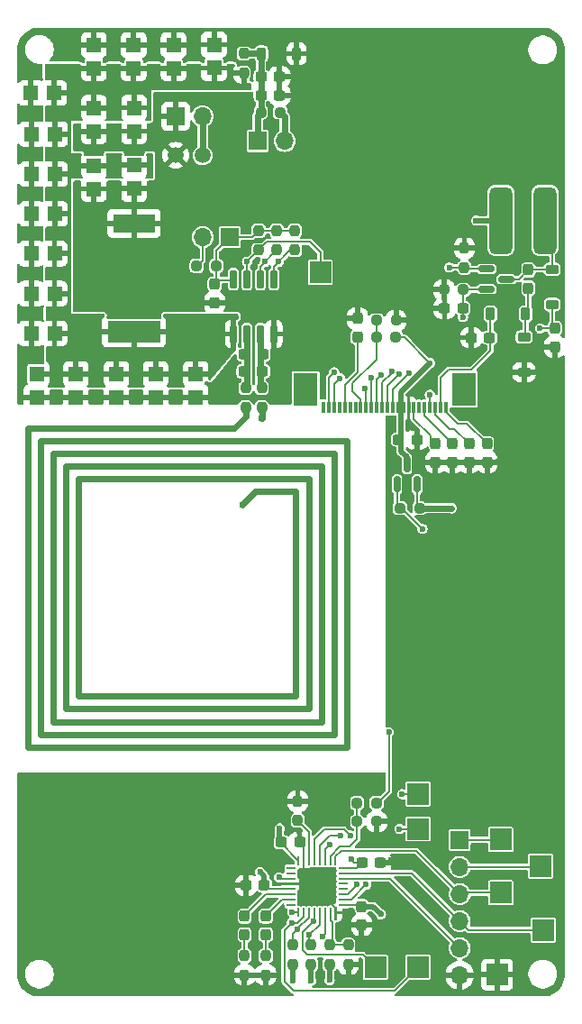
<source format=gbr>
%TF.GenerationSoftware,KiCad,Pcbnew,8.0.2*%
%TF.CreationDate,2025-02-23T20:01:42-05:00*%
%TF.ProjectId,Ecardz-Proto,45636172-647a-42d5-9072-6f746f2e6b69,rev?*%
%TF.SameCoordinates,Original*%
%TF.FileFunction,Copper,L1,Top*%
%TF.FilePolarity,Positive*%
%FSLAX46Y46*%
G04 Gerber Fmt 4.6, Leading zero omitted, Abs format (unit mm)*
G04 Created by KiCad (PCBNEW 8.0.2) date 2025-02-23 20:01:42*
%MOMM*%
%LPD*%
G01*
G04 APERTURE LIST*
G04 Aperture macros list*
%AMRoundRect*
0 Rectangle with rounded corners*
0 $1 Rounding radius*
0 $2 $3 $4 $5 $6 $7 $8 $9 X,Y pos of 4 corners*
0 Add a 4 corners polygon primitive as box body*
4,1,4,$2,$3,$4,$5,$6,$7,$8,$9,$2,$3,0*
0 Add four circle primitives for the rounded corners*
1,1,$1+$1,$2,$3*
1,1,$1+$1,$4,$5*
1,1,$1+$1,$6,$7*
1,1,$1+$1,$8,$9*
0 Add four rect primitives between the rounded corners*
20,1,$1+$1,$2,$3,$4,$5,0*
20,1,$1+$1,$4,$5,$6,$7,0*
20,1,$1+$1,$6,$7,$8,$9,0*
20,1,$1+$1,$8,$9,$2,$3,0*%
G04 Aperture macros list end*
%TA.AperFunction,SMDPad,CuDef*%
%ADD10RoundRect,0.237500X0.237500X-0.250000X0.237500X0.250000X-0.237500X0.250000X-0.237500X-0.250000X0*%
%TD*%
%TA.AperFunction,SMDPad,CuDef*%
%ADD11RoundRect,0.237500X0.250000X0.237500X-0.250000X0.237500X-0.250000X-0.237500X0.250000X-0.237500X0*%
%TD*%
%TA.AperFunction,SMDPad,CuDef*%
%ADD12R,5.000000X2.000000*%
%TD*%
%TA.AperFunction,SMDPad,CuDef*%
%ADD13R,4.000000X1.700000*%
%TD*%
%TA.AperFunction,SMDPad,CuDef*%
%ADD14RoundRect,0.225000X0.225000X0.375000X-0.225000X0.375000X-0.225000X-0.375000X0.225000X-0.375000X0*%
%TD*%
%TA.AperFunction,ComponentPad*%
%ADD15R,1.700000X1.700000*%
%TD*%
%TA.AperFunction,ComponentPad*%
%ADD16O,1.700000X1.700000*%
%TD*%
%TA.AperFunction,SMDPad,CuDef*%
%ADD17RoundRect,0.237500X-0.300000X-0.237500X0.300000X-0.237500X0.300000X0.237500X-0.300000X0.237500X0*%
%TD*%
%TA.AperFunction,SMDPad,CuDef*%
%ADD18R,1.400000X1.400000*%
%TD*%
%TA.AperFunction,SMDPad,CuDef*%
%ADD19RoundRect,0.225000X0.375000X-0.225000X0.375000X0.225000X-0.375000X0.225000X-0.375000X-0.225000X0*%
%TD*%
%TA.AperFunction,SMDPad,CuDef*%
%ADD20RoundRect,0.237500X-0.237500X0.300000X-0.237500X-0.300000X0.237500X-0.300000X0.237500X0.300000X0*%
%TD*%
%TA.AperFunction,SMDPad,CuDef*%
%ADD21RoundRect,0.237500X-0.250000X-0.237500X0.250000X-0.237500X0.250000X0.237500X-0.250000X0.237500X0*%
%TD*%
%TA.AperFunction,SMDPad,CuDef*%
%ADD22R,2.000000X2.000000*%
%TD*%
%TA.AperFunction,SMDPad,CuDef*%
%ADD23RoundRect,0.237500X0.300000X0.237500X-0.300000X0.237500X-0.300000X-0.237500X0.300000X-0.237500X0*%
%TD*%
%TA.AperFunction,SMDPad,CuDef*%
%ADD24RoundRect,0.237500X0.237500X-0.300000X0.237500X0.300000X-0.237500X0.300000X-0.237500X-0.300000X0*%
%TD*%
%TA.AperFunction,SMDPad,CuDef*%
%ADD25RoundRect,0.150000X0.150000X-0.587500X0.150000X0.587500X-0.150000X0.587500X-0.150000X-0.587500X0*%
%TD*%
%TA.AperFunction,SMDPad,CuDef*%
%ADD26RoundRect,0.150000X-0.587500X-0.150000X0.587500X-0.150000X0.587500X0.150000X-0.587500X0.150000X0*%
%TD*%
%TA.AperFunction,SMDPad,CuDef*%
%ADD27RoundRect,0.237500X-0.237500X0.250000X-0.237500X-0.250000X0.237500X-0.250000X0.237500X0.250000X0*%
%TD*%
%TA.AperFunction,SMDPad,CuDef*%
%ADD28RoundRect,0.225000X-0.225000X-0.375000X0.225000X-0.375000X0.225000X0.375000X-0.225000X0.375000X0*%
%TD*%
%TA.AperFunction,SMDPad,CuDef*%
%ADD29RoundRect,0.237500X0.237500X-0.287500X0.237500X0.287500X-0.237500X0.287500X-0.237500X-0.287500X0*%
%TD*%
%TA.AperFunction,SMDPad,CuDef*%
%ADD30RoundRect,0.062500X-0.375000X-0.062500X0.375000X-0.062500X0.375000X0.062500X-0.375000X0.062500X0*%
%TD*%
%TA.AperFunction,SMDPad,CuDef*%
%ADD31RoundRect,0.062500X-0.062500X-0.375000X0.062500X-0.375000X0.062500X0.375000X-0.062500X0.375000X0*%
%TD*%
%TA.AperFunction,HeatsinkPad*%
%ADD32R,3.450000X3.450000*%
%TD*%
%TA.AperFunction,SMDPad,CuDef*%
%ADD33RoundRect,0.150000X0.150000X-0.725000X0.150000X0.725000X-0.150000X0.725000X-0.150000X-0.725000X0*%
%TD*%
%TA.AperFunction,SMDPad,CuDef*%
%ADD34C,1.500000*%
%TD*%
%TA.AperFunction,SMDPad,CuDef*%
%ADD35RoundRect,0.537500X0.537500X2.612500X-0.537500X2.612500X-0.537500X-2.612500X0.537500X-2.612500X0*%
%TD*%
%TA.AperFunction,SMDPad,CuDef*%
%ADD36R,0.300000X1.100000*%
%TD*%
%TA.AperFunction,SMDPad,CuDef*%
%ADD37R,2.300000X3.100000*%
%TD*%
%TA.AperFunction,ViaPad*%
%ADD38C,0.600000*%
%TD*%
%TA.AperFunction,Conductor*%
%ADD39C,0.600000*%
%TD*%
%TA.AperFunction,Conductor*%
%ADD40C,0.200000*%
%TD*%
%TA.AperFunction,Conductor*%
%ADD41C,0.500000*%
%TD*%
G04 APERTURE END LIST*
D10*
%TO.P,R8,1*%
%TO.N,VDD*%
X453878478Y-69394022D03*
%TO.P,R8,2*%
%TO.N,/EINK/SCL*%
X453878478Y-67569022D03*
%TD*%
%TO.P,R4,1*%
%TO.N,/EINK/GDR*%
X470041522Y-3940978D03*
%TO.P,R4,2*%
%TO.N,GND*%
X470041522Y-2115978D03*
%TD*%
D11*
%TO.P,R10,1*%
%TO.N,VDD*%
X452735000Y10640000D03*
%TO.P,R10,2*%
%TO.N,VDD_HARVEST*%
X450910000Y10640000D03*
%TD*%
D12*
%TO.P,C8,1*%
%TO.N,/NFC/V_E_HARVEST*%
X438987500Y-9941961D03*
D13*
%TO.P,C8,2*%
%TO.N,GND*%
X438987500Y208039D03*
%TD*%
D10*
%TO.P,R12,1*%
%TO.N,/STM/BOOT0*%
X454378478Y-55894022D03*
%TO.P,R12,2*%
%TO.N,GND*%
X454378478Y-54069022D03*
%TD*%
D14*
%TO.P,D3,1,K*%
%TO.N,Net-(D2-A)*%
X475791522Y-8278478D03*
%TO.P,D3,2,A*%
%TO.N,/EINK/VGL*%
X472491522Y-8278478D03*
%TD*%
D15*
%TO.P,J5,1,Pin_1*%
%TO.N,/NFC/VDD_NFC*%
X447975000Y-1100000D03*
D16*
%TO.P,J5,2,Pin_2*%
%TO.N,/NFC/NFC_POWER*%
X445435000Y-1100000D03*
%TD*%
D17*
%TO.P,C5,1*%
%TO.N,/EINK/VCL*%
X463837500Y-20100000D03*
%TO.P,C5,2*%
%TO.N,GND*%
X465562500Y-20100000D03*
%TD*%
D18*
%TO.P,C27,1*%
%TO.N,/NFC/V_E_HARVEST*%
X437332500Y-13930000D03*
%TO.P,C27,2*%
%TO.N,GND*%
X437332500Y-16130000D03*
%TD*%
D19*
%TO.P,D2,1,K*%
%TO.N,GND*%
X475641522Y-13778478D03*
%TO.P,D2,2,A*%
%TO.N,Net-(D2-A)*%
X475641522Y-10478478D03*
%TD*%
D20*
%TO.P,C11,1*%
%TO.N,/EINK/VGH*%
X478541522Y-9665978D03*
%TO.P,C11,2*%
%TO.N,GND*%
X478541522Y-11390978D03*
%TD*%
D21*
%TO.P,R21,1*%
%TO.N,/NFC/NFC_POWER*%
X444887500Y-3800000D03*
%TO.P,R21,2*%
%TO.N,/NFC/VDD_NFC*%
X446712500Y-3800000D03*
%TD*%
D18*
%TO.P,C24,1*%
%TO.N,/NFC/V_E_HARVEST*%
X442710000Y14750000D03*
%TO.P,C24,2*%
%TO.N,GND*%
X442710000Y16950000D03*
%TD*%
D20*
%TO.P,C2,1*%
%TO.N,/EINK/VSL*%
X470500000Y-20500000D03*
%TO.P,C2,2*%
%TO.N,GND*%
X470500000Y-22225000D03*
%TD*%
D10*
%TO.P,R19,1*%
%TO.N,/NFC/antenna*%
X449470000Y-17092500D03*
%TO.P,R19,2*%
%TO.N,Net-(IC1-AC0)*%
X449470000Y-15267500D03*
%TD*%
D22*
%TO.P,TP5,1,1*%
%TO.N,VDD*%
X473450000Y-57670000D03*
%TD*%
D18*
%TO.P,C26,1*%
%TO.N,/NFC/V_E_HARVEST*%
X439000000Y11060000D03*
%TO.P,C26,2*%
%TO.N,GND*%
X439000000Y8860000D03*
%TD*%
D23*
%TO.P,C19,1*%
%TO.N,GND*%
X462140978Y-59831522D03*
%TO.P,C19,2*%
%TO.N,VDD*%
X460415978Y-59831522D03*
%TD*%
D15*
%TO.P,J1,1,Pin_1*%
%TO.N,GND*%
X442890000Y10250000D03*
D16*
%TO.P,J1,2,Pin_2*%
%TO.N,VDD*%
X445430000Y10250000D03*
%TD*%
D10*
%TO.P,R16,1*%
%TO.N,VDD*%
X457378478Y-69394022D03*
%TO.P,R16,2*%
%TO.N,/STM/VDD_MEAS*%
X457378478Y-67569022D03*
%TD*%
D18*
%TO.P,C31,1*%
%TO.N,/NFC/V_E_HARVEST*%
X441032500Y-13930000D03*
%TO.P,C31,2*%
%TO.N,GND*%
X441032500Y-16130000D03*
%TD*%
%TO.P,C25,1*%
%TO.N,/NFC/V_E_HARVEST*%
X429832500Y-13930000D03*
%TO.P,C25,2*%
%TO.N,GND*%
X429832500Y-16130000D03*
%TD*%
%TO.P,C23,1*%
%TO.N,/NFC/V_E_HARVEST*%
X431572500Y1090000D03*
%TO.P,C23,2*%
%TO.N,GND*%
X429372500Y1090000D03*
%TD*%
D11*
%TO.P,R9,1*%
%TO.N,VDD*%
X465812500Y-26537500D03*
%TO.P,R9,2*%
%TO.N,/EINK/EINK_POWER_CTRL_N*%
X463987500Y-26537500D03*
%TD*%
D18*
%TO.P,C23,1*%
%TO.N,/NFC/V_E_HARVEST*%
X431522500Y-10140000D03*
%TO.P,C23,2*%
%TO.N,GND*%
X429322500Y-10140000D03*
%TD*%
D17*
%TO.P,C12,1*%
%TO.N,VDD_HARVEST*%
X450947500Y12240000D03*
%TO.P,C12,2*%
%TO.N,GND*%
X452672500Y12240000D03*
%TD*%
D18*
%TO.P,C30,1*%
%TO.N,/NFC/V_E_HARVEST*%
X435210000Y11050000D03*
%TO.P,C30,2*%
%TO.N,GND*%
X435210000Y8850000D03*
%TD*%
D11*
%TO.P,R3,1*%
%TO.N,GND*%
X463612500Y-8900000D03*
%TO.P,R3,2*%
%TO.N,/EINK/BS1*%
X461787500Y-8900000D03*
%TD*%
D22*
%TO.P,TP6,1,1*%
%TO.N,GND*%
X473100000Y-70370000D03*
%TD*%
D10*
%TO.P,R7,1*%
%TO.N,VDD*%
X455628478Y-69394022D03*
%TO.P,R7,2*%
%TO.N,/EINK/SDA*%
X455628478Y-67569022D03*
%TD*%
D24*
%TO.P,C9,1*%
%TO.N,/EINK/VSH2*%
X460000000Y-10462500D03*
%TO.P,C9,2*%
%TO.N,GND*%
X460000000Y-8737500D03*
%TD*%
D15*
%TO.P,J4,1,Pin_1*%
%TO.N,VDD_HARVEST*%
X450610000Y7940000D03*
D16*
%TO.P,J4,2,Pin_2*%
%TO.N,VDD*%
X453150000Y7940000D03*
%TD*%
D23*
%TO.P,C21,1*%
%TO.N,Net-(IC1-AC1)*%
X451092500Y-12120000D03*
%TO.P,C21,2*%
%TO.N,Net-(IC1-AC0)*%
X449367500Y-12120000D03*
%TD*%
D25*
%TO.P,Q2,1,G*%
%TO.N,/EINK/EINK_POWER_CTRL_N*%
X463700000Y-24300000D03*
%TO.P,Q2,2,S*%
%TO.N,VDD*%
X465600000Y-24300000D03*
%TO.P,Q2,3,D*%
%TO.N,/EINK/VCL*%
X464650000Y-22425000D03*
%TD*%
D18*
%TO.P,C30,1*%
%TO.N,/NFC/V_E_HARVEST*%
X431522500Y-2640000D03*
%TO.P,C30,2*%
%TO.N,GND*%
X429322500Y-2640000D03*
%TD*%
D11*
%TO.P,R2,1*%
%TO.N,/EINK/VCL*%
X463600000Y-10500000D03*
%TO.P,R2,2*%
%TO.N,/EINK/BS1*%
X461775000Y-10500000D03*
%TD*%
D18*
%TO.P,C29,1*%
%TO.N,/NFC/V_E_HARVEST*%
X446510000Y14790000D03*
%TO.P,C29,2*%
%TO.N,GND*%
X446510000Y16990000D03*
%TD*%
D26*
%TO.P,Q1,1,G*%
%TO.N,/EINK/GDR*%
X472104022Y-4078478D03*
%TO.P,Q1,2,S*%
%TO.N,/EINK/RESE*%
X472104022Y-5978478D03*
%TO.P,Q1,3,D*%
%TO.N,Net-(D1-A)*%
X473979022Y-5028478D03*
%TD*%
D23*
%TO.P,C20,1*%
%TO.N,Net-(IC1-AC1)*%
X451057500Y-13705000D03*
%TO.P,C20,2*%
%TO.N,Net-(IC1-AC0)*%
X449332500Y-13705000D03*
%TD*%
D18*
%TO.P,C30,1*%
%TO.N,/NFC/V_E_HARVEST*%
X431572500Y8590000D03*
%TO.P,C30,2*%
%TO.N,GND*%
X429372500Y8590000D03*
%TD*%
D27*
%TO.P,R20,1*%
%TO.N,/NFC/VDD_NFC*%
X450700000Y-487500D03*
%TO.P,R20,2*%
%TO.N,/STM/NFC_BUSY*%
X450700000Y-2312500D03*
%TD*%
D20*
%TO.P,C13,1*%
%TO.N,Net-(D1-A)*%
X476041522Y-4165978D03*
%TO.P,C13,2*%
%TO.N,Net-(D2-A)*%
X476041522Y-5890978D03*
%TD*%
D22*
%TO.P,TP11,1,1*%
%TO.N,/EINK/RES#*%
X465690000Y-53420000D03*
%TD*%
D20*
%TO.P,C1,1*%
%TO.N,/EINK/VCOM*%
X472175000Y-20500000D03*
%TO.P,C1,2*%
%TO.N,GND*%
X472175000Y-22225000D03*
%TD*%
D27*
%TO.P,R13,1*%
%TO.N,Net-(D6-K)*%
X449378478Y-68569022D03*
%TO.P,R13,2*%
%TO.N,GND*%
X449378478Y-70394022D03*
%TD*%
D28*
%TO.P,D4,1,K*%
%TO.N,VDD_HARVEST*%
X450960000Y16140000D03*
%TO.P,D4,2,A*%
%TO.N,GND*%
X454260000Y16140000D03*
%TD*%
D20*
%TO.P,C6,1*%
%TO.N,/EINK/VSH1*%
X468925000Y-20500000D03*
%TO.P,C6,2*%
%TO.N,GND*%
X468925000Y-22225000D03*
%TD*%
D29*
%TO.P,D5,1,K*%
%TO.N,Net-(D5-K)*%
X451378478Y-66606522D03*
%TO.P,D5,2,A*%
%TO.N,/STM/INDICATOR_G*%
X451378478Y-64856522D03*
%TD*%
D17*
%TO.P,C10,1*%
%TO.N,VDD_HARVEST*%
X450947500Y13990000D03*
%TO.P,C10,2*%
%TO.N,GND*%
X452672500Y13990000D03*
%TD*%
D18*
%TO.P,C30,1*%
%TO.N,/NFC/V_E_HARVEST*%
X435220000Y5640000D03*
%TO.P,C30,2*%
%TO.N,GND*%
X435220000Y3440000D03*
%TD*%
D21*
%TO.P,R15,1*%
%TO.N,/STM/EH_MEAS*%
X459965978Y-55981522D03*
%TO.P,R15,2*%
%TO.N,GND*%
X461790978Y-55981522D03*
%TD*%
D27*
%TO.P,R5,1*%
%TO.N,/NFC/VDD_NFC*%
X452400000Y-487500D03*
%TO.P,R5,2*%
%TO.N,/STM/I2C_NFC_SCL*%
X452400000Y-2312500D03*
%TD*%
D22*
%TO.P,TP2,1,1*%
%TO.N,/STM/SWCLK*%
X473450000Y-62670000D03*
%TD*%
D30*
%TO.P,U1,1,PC14*%
%TO.N,unconnected-(U1-PC14-Pad1)*%
X453740978Y-60331522D03*
%TO.P,U1,2,PC15*%
%TO.N,unconnected-(U1-PC15-Pad2)*%
X453740978Y-60831522D03*
%TO.P,U1,3,NRST*%
%TO.N,/STM/NRST*%
X453740978Y-61331522D03*
%TO.P,U1,4,VSSA*%
%TO.N,GND*%
X453740978Y-61831522D03*
%TO.P,U1,5,VDDA*%
%TO.N,VDD*%
X453740978Y-62331522D03*
%TO.P,U1,6,PA0*%
%TO.N,/STM/INDICATOR_R*%
X453740978Y-62831522D03*
%TO.P,U1,7,PA1*%
%TO.N,/STM/INDICATOR_G*%
X453740978Y-63331522D03*
%TO.P,U1,8,PA2*%
%TO.N,unconnected-(U1-PA2-Pad8)*%
X453740978Y-63831522D03*
D31*
%TO.P,U1,9,PA3*%
%TO.N,/EINK/EINK_POWER_CTRL_N*%
X454428478Y-64519022D03*
%TO.P,U1,10,PA4*%
%TO.N,/EINK/D{slash}C#*%
X454928478Y-64519022D03*
%TO.P,U1,11,PA5*%
%TO.N,/EINK/SCL*%
X455428478Y-64519022D03*
%TO.P,U1,12,PA6*%
%TO.N,/EINK/CS#*%
X455928478Y-64519022D03*
%TO.P,U1,13,PA7*%
%TO.N,/EINK/SDA*%
X456428478Y-64519022D03*
%TO.P,U1,14,PB0*%
%TO.N,/NFC/NFC_POWER*%
X456928478Y-64519022D03*
%TO.P,U1,15,PB1*%
%TO.N,/STM/VDD_MEAS*%
X457428478Y-64519022D03*
%TO.P,U1,16,VSS*%
%TO.N,GND*%
X457928478Y-64519022D03*
D30*
%TO.P,U1,17,VDD*%
%TO.N,VDD*%
X458615978Y-63831522D03*
%TO.P,U1,18,PA8*%
%TO.N,/EINK/BUSY*%
X458615978Y-63331522D03*
%TO.P,U1,19,PA9*%
%TO.N,/EINK/RES#*%
X458615978Y-62831522D03*
%TO.P,U1,20,PA10*%
%TO.N,unconnected-(U1-PA10-Pad20)*%
X458615978Y-62331522D03*
%TO.P,U1,21,PA11*%
%TO.N,unconnected-(U1-PA11-Pad21)*%
X458615978Y-61831522D03*
%TO.P,U1,22,PA12*%
%TO.N,/STM/SWO*%
X458615978Y-61331522D03*
%TO.P,U1,23,PA13*%
%TO.N,/STM/SWDIO*%
X458615978Y-60831522D03*
%TO.P,U1,24,VDDIO2*%
%TO.N,VDD*%
X458615978Y-60331522D03*
D31*
%TO.P,U1,25,PA14*%
%TO.N,/STM/SWCLK*%
X457928478Y-59644022D03*
%TO.P,U1,26,PB4*%
%TO.N,/STM/EH_MEAS*%
X457428478Y-59644022D03*
%TO.P,U1,27,PB5*%
%TO.N,/STM/NFC_BUSY*%
X456928478Y-59644022D03*
%TO.P,U1,28,PB6*%
%TO.N,/STM/I2C_NFC_SCL*%
X456428478Y-59644022D03*
%TO.P,U1,29,PB7*%
%TO.N,/STM/I2C_NFC_SDA*%
X455928478Y-59644022D03*
%TO.P,U1,30,BOOT0*%
%TO.N,/STM/BOOT0*%
X455428478Y-59644022D03*
%TO.P,U1,31,VSS*%
%TO.N,GND*%
X454928478Y-59644022D03*
%TO.P,U1,32,VDD*%
%TO.N,VDD*%
X454428478Y-59644022D03*
D32*
%TO.P,U1,33,VSS*%
%TO.N,GND*%
X456178478Y-62081522D03*
%TD*%
D22*
%TO.P,TP9,1,1*%
%TO.N,/STM/NFC_BUSY*%
X456500000Y-4400000D03*
%TD*%
D18*
%TO.P,C32,1*%
%TO.N,/NFC/V_E_HARVEST*%
X444782500Y-13930000D03*
%TO.P,C32,2*%
%TO.N,GND*%
X444782500Y-16130000D03*
%TD*%
D22*
%TO.P,TP1,1,1*%
%TO.N,/STM/NRST*%
X477200000Y-60170000D03*
%TD*%
D10*
%TO.P,R25,1*%
%TO.N,/NFC/V_E_HARVEST*%
X449310000Y14327500D03*
%TO.P,R25,2*%
%TO.N,VDD_HARVEST*%
X449310000Y16152500D03*
%TD*%
D22*
%TO.P,TP12,1,1*%
%TO.N,/EINK/BUSY*%
X465690000Y-56670000D03*
%TD*%
D18*
%TO.P,C34,1*%
%TO.N,/NFC/V_E_HARVEST*%
X433532500Y-13930000D03*
%TO.P,C34,2*%
%TO.N,GND*%
X433532500Y-16130000D03*
%TD*%
D19*
%TO.P,D1,1,K*%
%TO.N,/EINK/VGH*%
X478291522Y-7428478D03*
%TO.P,D1,2,A*%
%TO.N,Net-(D1-A)*%
X478291522Y-4128478D03*
%TD*%
D11*
%TO.P,R1,1*%
%TO.N,/EINK/RESE*%
X469954022Y-6028478D03*
%TO.P,R1,2*%
%TO.N,GND*%
X468129022Y-6028478D03*
%TD*%
%TO.P,R14,1*%
%TO.N,/NFC/V_E_HARVEST*%
X461790978Y-54231522D03*
%TO.P,R14,2*%
%TO.N,/STM/EH_MEAS*%
X459965978Y-54231522D03*
%TD*%
D27*
%TO.P,R17,1*%
%TO.N,/STM/VDD_MEAS*%
X459128478Y-67569022D03*
%TO.P,R17,2*%
%TO.N,GND*%
X459128478Y-69394022D03*
%TD*%
D18*
%TO.P,C33,1*%
%TO.N,/NFC/V_E_HARVEST*%
X438960000Y14750000D03*
%TO.P,C33,2*%
%TO.N,GND*%
X438960000Y16950000D03*
%TD*%
D29*
%TO.P,D6,1,K*%
%TO.N,Net-(D6-K)*%
X449378478Y-66606522D03*
%TO.P,D6,2,A*%
%TO.N,/STM/INDICATOR_R*%
X449378478Y-64856522D03*
%TD*%
D22*
%TO.P,TP13,1,1*%
%TO.N,/EINK/D{slash}C#*%
X465690000Y-69670000D03*
%TD*%
D33*
%TO.P,IC1,1,VOUT*%
%TO.N,/NFC/V_E_HARVEST*%
X448332500Y-10190000D03*
%TO.P,IC1,2,AC0*%
%TO.N,Net-(IC1-AC0)*%
X449602500Y-10190000D03*
%TO.P,IC1,3,AC1*%
%TO.N,Net-(IC1-AC1)*%
X450872500Y-10190000D03*
%TO.P,IC1,4,VSS*%
%TO.N,GND*%
X452142500Y-10190000D03*
%TO.P,IC1,5,SDA*%
%TO.N,/STM/I2C_NFC_SDA*%
X452142500Y-5040000D03*
%TO.P,IC1,6,SCL*%
%TO.N,/STM/I2C_NFC_SCL*%
X450872500Y-5040000D03*
%TO.P,IC1,7,RF_WIP/BUSY*%
%TO.N,/STM/NFC_BUSY*%
X449602500Y-5040000D03*
%TO.P,IC1,8,VCC*%
%TO.N,/NFC/VDD_NFC*%
X448332500Y-5040000D03*
%TD*%
D18*
%TO.P,C26,1*%
%TO.N,/NFC/V_E_HARVEST*%
X431522500Y-6390000D03*
%TO.P,C26,2*%
%TO.N,GND*%
X429322500Y-6390000D03*
%TD*%
D34*
%TO.P,TP4,1,1*%
%TO.N,VDD*%
X445442385Y6591454D03*
%TD*%
D27*
%TO.P,R6,1*%
%TO.N,/NFC/VDD_NFC*%
X454100000Y-487500D03*
%TO.P,R6,2*%
%TO.N,/STM/I2C_NFC_SDA*%
X454100000Y-2312500D03*
%TD*%
D18*
%TO.P,C26,1*%
%TO.N,/NFC/V_E_HARVEST*%
X439010000Y5650000D03*
%TO.P,C26,2*%
%TO.N,GND*%
X439010000Y3450000D03*
%TD*%
D20*
%TO.P,C15,1*%
%TO.N,/NFC/VDD_NFC*%
X446559022Y-5517939D03*
%TO.P,C15,2*%
%TO.N,GND*%
X446559022Y-7242939D03*
%TD*%
D23*
%TO.P,C4,1*%
%TO.N,GND*%
X454552500Y-57920000D03*
%TO.P,C4,2*%
%TO.N,VDD*%
X452827500Y-57920000D03*
%TD*%
D35*
%TO.P,L1,1,1*%
%TO.N,Net-(D1-A)*%
X477616522Y471522D03*
%TO.P,L1,2,2*%
%TO.N,/EINK/VCL*%
X473466522Y471522D03*
%TD*%
D17*
%TO.P,C17,1*%
%TO.N,GND*%
X449515978Y-61981522D03*
%TO.P,C17,2*%
%TO.N,VDD*%
X451240978Y-61981522D03*
%TD*%
D15*
%TO.P,J3,1,Pin_1*%
%TO.N,VDD*%
X469600000Y-57710000D03*
D16*
%TO.P,J3,2,Pin_2*%
%TO.N,/STM/NRST*%
X469600000Y-60250000D03*
%TO.P,J3,3,Pin_3*%
%TO.N,/STM/SWCLK*%
X469600000Y-62790000D03*
%TO.P,J3,4,Pin_4*%
%TO.N,/STM/SWDIO*%
X469600000Y-65330000D03*
%TO.P,J3,5,Pin_5*%
%TO.N,/STM/SWO*%
X469600000Y-67870000D03*
%TO.P,J3,6,Pin_6*%
%TO.N,GND*%
X469600000Y-70410000D03*
%TD*%
D20*
%TO.P,C7,1*%
%TO.N,/EINK/VDD_1.8V*%
X467325000Y-20500000D03*
%TO.P,C7,2*%
%TO.N,GND*%
X467325000Y-22225000D03*
%TD*%
D23*
%TO.P,C3,1*%
%TO.N,/EINK/RESE*%
X469904022Y-7778478D03*
%TO.P,C3,2*%
%TO.N,GND*%
X468179022Y-7778478D03*
%TD*%
D34*
%TO.P,TP8,1,1*%
%TO.N,GND*%
X442902385Y6591454D03*
%TD*%
D24*
%TO.P,C18,1*%
%TO.N,GND*%
X460378478Y-65706522D03*
%TO.P,C18,2*%
%TO.N,VDD*%
X460378478Y-63981522D03*
%TD*%
D27*
%TO.P,R11,1*%
%TO.N,Net-(D5-K)*%
X451378478Y-68569022D03*
%TO.P,R11,2*%
%TO.N,GND*%
X451378478Y-70394022D03*
%TD*%
D23*
%TO.P,C16,1*%
%TO.N,/EINK/VGL*%
X472404022Y-10528478D03*
%TO.P,C16,2*%
%TO.N,GND*%
X470679022Y-10528478D03*
%TD*%
D18*
%TO.P,C28,1*%
%TO.N,/NFC/V_E_HARVEST*%
X435210000Y14750000D03*
%TO.P,C28,2*%
%TO.N,GND*%
X435210000Y16950000D03*
%TD*%
D22*
%TO.P,TP14,1,1*%
%TO.N,/EINK/CS#*%
X461690000Y-69670000D03*
%TD*%
D18*
%TO.P,C23,1*%
%TO.N,/NFC/V_E_HARVEST*%
X431502500Y12450000D03*
%TO.P,C23,2*%
%TO.N,GND*%
X429302500Y12450000D03*
%TD*%
D22*
%TO.P,TP3,1,1*%
%TO.N,/STM/SWDIO*%
X477450000Y-66170000D03*
%TD*%
D10*
%TO.P,R18,1*%
%TO.N,/NFC/antenna*%
X451000000Y-17082500D03*
%TO.P,R18,2*%
%TO.N,Net-(IC1-AC1)*%
X451000000Y-15257500D03*
%TD*%
D18*
%TO.P,C26,1*%
%TO.N,/NFC/V_E_HARVEST*%
X431572500Y4840000D03*
%TO.P,C26,2*%
%TO.N,GND*%
X429372500Y4840000D03*
%TD*%
D36*
%TO.P,J2,1,Pin_1*%
%TO.N,/EINK/VCOM*%
X468301522Y-17093478D03*
%TO.P,J2,2,Pin_2*%
%TO.N,/EINK/VGL*%
X467801522Y-17093478D03*
%TO.P,J2,3,Pin_3*%
%TO.N,/EINK/VSL*%
X467301522Y-17093478D03*
%TO.P,J2,4,Pin_4*%
%TO.N,/EINK/VGH*%
X466801522Y-17093478D03*
%TO.P,J2,5,Pin_5*%
%TO.N,/EINK/VSH1*%
X466301522Y-17093478D03*
%TO.P,J2,6,Pin_6*%
%TO.N,/EINK/VPP*%
X465801522Y-17093478D03*
%TO.P,J2,7,Pin_7*%
%TO.N,/EINK/VDD_1.8V*%
X465301522Y-17093478D03*
%TO.P,J2,8,Pin_8*%
%TO.N,GND*%
X464801522Y-17093478D03*
%TO.P,J2,9,Pin_9*%
%TO.N,/EINK/VCL*%
X464301522Y-17093478D03*
%TO.P,J2,10,Pin_10*%
X463801522Y-17093478D03*
%TO.P,J2,11,Pin_11*%
%TO.N,/EINK/SDA*%
X463301522Y-17093478D03*
%TO.P,J2,12,Pin_12*%
%TO.N,/EINK/SCL*%
X462801522Y-17093478D03*
%TO.P,J2,13,Pin_13*%
%TO.N,/EINK/CS#*%
X462301522Y-17093478D03*
%TO.P,J2,14,Pin_14*%
%TO.N,/EINK/D{slash}C#*%
X461801522Y-17093478D03*
%TO.P,J2,15,Pin_15*%
%TO.N,/EINK/RES#*%
X461301522Y-17093478D03*
%TO.P,J2,16,Pin_16*%
%TO.N,/EINK/BUSY*%
X460801522Y-17093478D03*
%TO.P,J2,17,Pin_17*%
%TO.N,/EINK/BS1*%
X460301522Y-17093478D03*
%TO.P,J2,18,Pin_18*%
%TO.N,/EINK/TSDA*%
X459801522Y-17093478D03*
%TO.P,J2,19,Pin_19*%
%TO.N,/EINK/TSCL*%
X459301522Y-17093478D03*
%TO.P,J2,20,Pin_20*%
%TO.N,/EINK/VSH2*%
X458801522Y-17093478D03*
%TO.P,J2,21,Pin_21*%
%TO.N,unconnected-(J2-Pin_21-Pad21)*%
X458301522Y-17093478D03*
%TO.P,J2,22,Pin_22*%
%TO.N,/EINK/RESE*%
X457801522Y-17093478D03*
%TO.P,J2,23,Pin_23*%
%TO.N,/EINK/GDR*%
X457301522Y-17093478D03*
%TO.P,J2,24,Pin_24*%
%TO.N,unconnected-(J2-Pin_24-Pad24)*%
X456801522Y-17093478D03*
D37*
%TO.P,J2,MP*%
%TO.N,N/C*%
X469971522Y-15393478D03*
X455131522Y-15393478D03*
%TD*%
D38*
%TO.N,GND*%
X455800000Y16400000D03*
X454300000Y-52500000D03*
X473250000Y-22200000D03*
X463600000Y-6900000D03*
X451378478Y-71631522D03*
X439200000Y-16090000D03*
X459140000Y-70920000D03*
X447940000Y-70420000D03*
X468640000Y-2135000D03*
X461778478Y-57531522D03*
X431700000Y-16090000D03*
X465300000Y-19000000D03*
X459000000Y-65000000D03*
X463155761Y-59555761D03*
X444100000Y5500000D03*
X437100000Y3510000D03*
X433600000Y8910000D03*
X443000000Y-16090000D03*
X447737500Y-14039461D03*
X429400000Y-790000D03*
X437100000Y8910000D03*
X461728478Y-65681522D03*
X460000000Y-7200000D03*
X469930000Y-855000D03*
X454500000Y-56900000D03*
X466760000Y-6645000D03*
X452800000Y-54000000D03*
X429300000Y10510000D03*
X453100000Y-11700000D03*
X449528478Y-60681522D03*
X433600000Y3410000D03*
X428300000Y-16090000D03*
X444100000Y7800000D03*
X446500000Y-16190000D03*
X429300000Y-8190000D03*
X429300000Y6710000D03*
X449000000Y-63300000D03*
X439000000Y-1990000D03*
X465420000Y-21200000D03*
X440800000Y17010000D03*
X441700000Y7700000D03*
X435400000Y310000D03*
X469300000Y-23800000D03*
X448000000Y-62000000D03*
X477200000Y-11400000D03*
X465100000Y-8900000D03*
X437100000Y17010000D03*
X451987500Y-8539461D03*
X475630000Y-15090000D03*
X468100000Y-4800000D03*
X471000000Y-23700000D03*
X458600000Y-8700000D03*
X470580000Y-11895000D03*
X454100000Y14000000D03*
X445100000Y-7200000D03*
X440500000Y8910000D03*
X439000000Y1810000D03*
X440500000Y3510000D03*
X429300000Y-4590000D03*
X429400000Y3010000D03*
X478191522Y-13378478D03*
X468050000Y-9025000D03*
X449378478Y-71631522D03*
X448000000Y17010000D03*
X448237500Y-6789461D03*
X471911522Y-2093499D03*
X452300000Y-70400000D03*
X455690000Y-54170000D03*
X444600000Y16910000D03*
X466650000Y-7825000D03*
X442200000Y210000D03*
X463278478Y-55981522D03*
X452900000Y16200000D03*
X441700000Y5500000D03*
X471400000Y-9350000D03*
X435400000Y-16090000D03*
X454200000Y17800000D03*
X433600000Y17010000D03*
X465978823Y-15321177D03*
X454000000Y12200000D03*
X452028478Y-60731522D03*
X429300000Y-11790000D03*
%TO.N,/EINK/RESE*%
X469904022Y-8595000D03*
X458352967Y-14350124D03*
%TO.N,VDD*%
X468850000Y-26562500D03*
X455628478Y-70931522D03*
X459390000Y-59520000D03*
X450828478Y-60731522D03*
X453878478Y-70931522D03*
X457378478Y-70881522D03*
X452677500Y-56620000D03*
X462200000Y-64700000D03*
%TO.N,/EINK/VGH*%
X466800000Y-15900000D03*
X477154022Y-9665978D03*
%TO.N,/STM/NFC_BUSY*%
X449600000Y-3400000D03*
X457354603Y-58154603D03*
%TO.N,/EINK/CS#*%
X455848478Y-65380023D03*
X463186713Y-13704021D03*
%TO.N,/EINK/BUSY*%
X460721522Y-15300000D03*
X463940000Y-56670000D03*
X460800000Y-61911522D03*
%TO.N,/EINK/RES#*%
X459900000Y-61911522D03*
X464200000Y-53420000D03*
X461246955Y-14253120D03*
%TO.N,/EINK/D{slash}C#*%
X453800000Y-65500000D03*
X462224855Y-13999659D03*
%TO.N,/EINK/GDR*%
X457801421Y-13798579D03*
X468629022Y-3940978D03*
%TO.N,/EINK/SDA*%
X455453478Y-66620000D03*
X464842624Y-13842624D03*
%TO.N,/STM/NRST*%
X452628478Y-61231522D03*
%TO.N,/STM/I2C_NFC_SCL*%
X451306250Y-3406250D03*
X458400000Y-57300000D03*
%TO.N,/STM/I2C_NFC_SDA*%
X459300000Y-57300000D03*
X452600000Y-3400000D03*
%TO.N,/NFC/V_E_HARVEST*%
X446500000Y-12990000D03*
X462940000Y-47600000D03*
%TO.N,/EINK/VCL*%
X471141522Y471522D03*
X466808812Y-12908812D03*
%TO.N,/EINK/EINK_POWER_CTRL_N*%
X466100000Y-28500000D03*
X453870000Y-64519022D03*
%TO.N,/EINK/SCL*%
X463932502Y-13932502D03*
X454362830Y-66080000D03*
%TO.N,/NFC/NFC_POWER*%
X456669293Y-66773460D03*
%TO.N,/NFC/antenna*%
X449200000Y-26200000D03*
X450979022Y-18100000D03*
%TD*%
D39*
%TO.N,VDD*%
X445442385Y6591454D02*
X445442385Y10237615D01*
D40*
%TO.N,GND*%
X454928478Y-59644022D02*
X454928478Y-58295978D01*
X453740978Y-61831522D02*
X455928478Y-61831522D01*
X478541522Y-13028478D02*
X478191522Y-13378478D01*
X454928478Y-60831522D02*
X456178478Y-62081522D01*
X459128478Y-70858478D02*
X459140000Y-70870000D01*
X457928478Y-64081523D02*
X456178478Y-62331523D01*
X457928478Y-64519022D02*
X458519022Y-64519022D01*
X461790978Y-57519022D02*
X461778478Y-57531522D01*
X454928478Y-59644022D02*
X454928478Y-60831522D01*
X460378478Y-65706522D02*
X461703478Y-65706522D01*
X475641522Y-13778478D02*
X475641522Y-15078478D01*
X452408234Y-61831522D02*
X452028478Y-61451766D01*
X458519022Y-64519022D02*
X459000000Y-65000000D01*
X457928478Y-64067622D02*
X457928478Y-64519022D01*
X475641522Y-15078478D02*
X475630000Y-15090000D01*
X449515978Y-61981522D02*
X449515978Y-60694022D01*
X453740978Y-61831522D02*
X452408234Y-61831522D01*
X449528478Y-60681522D02*
X449515978Y-60669022D01*
X451378478Y-71631522D02*
X451378478Y-71581522D01*
X449515978Y-60694022D02*
X449528478Y-60681522D01*
X459140000Y-70920000D02*
X459190000Y-70920000D01*
X473060000Y-70410000D02*
X469600000Y-70410000D01*
X457928478Y-64519022D02*
X457928478Y-64081523D01*
X452028478Y-61451766D02*
X452028478Y-60731522D01*
X455928478Y-61831522D02*
X456178478Y-62081522D01*
X449515978Y-60644022D02*
X449528478Y-60631522D01*
X459128478Y-69394022D02*
X459128478Y-70858478D01*
X459140000Y-70870000D02*
X459140000Y-70920000D01*
X449515978Y-60669022D02*
X449515978Y-60644022D01*
X454928478Y-58295978D02*
X454552500Y-57920000D01*
X461703478Y-65706522D02*
X461728478Y-65681522D01*
X478541522Y-11390978D02*
X478541522Y-13028478D01*
X456178478Y-62331523D02*
X456178478Y-62081522D01*
X461790978Y-55981522D02*
X461790978Y-57519022D01*
X473100000Y-70370000D02*
X473060000Y-70410000D01*
X459190000Y-70920000D02*
X459140000Y-70870000D01*
X468129022Y-7728478D02*
X468179022Y-7778478D01*
X449378478Y-71631522D02*
X449378478Y-71581522D01*
%TO.N,/EINK/VCOM*%
X468301522Y-17501522D02*
X469400000Y-18600000D01*
X470275000Y-18600000D02*
X472175000Y-20500000D01*
X468301522Y-17093478D02*
X468301522Y-17501522D01*
X469400000Y-18600000D02*
X470275000Y-18600000D01*
%TO.N,/EINK/VSL*%
X467301522Y-17776522D02*
X468625000Y-19100000D01*
X467301522Y-17093478D02*
X467301522Y-17776522D01*
X469100000Y-19100000D02*
X470500000Y-20500000D01*
X468625000Y-19100000D02*
X469100000Y-19100000D01*
%TO.N,/EINK/RESE*%
X469904022Y-6078478D02*
X469954022Y-6028478D01*
X469904022Y-7778478D02*
X469904022Y-6078478D01*
X458352967Y-14350124D02*
X457801522Y-14901569D01*
X472054022Y-6028478D02*
X472104022Y-5978478D01*
X457801522Y-14901569D02*
X457801522Y-17093478D01*
X469954022Y-6028478D02*
X472054022Y-6028478D01*
X469904022Y-8595000D02*
X469904022Y-7778478D01*
D41*
%TO.N,VDD*%
X462200000Y-64700000D02*
X461481522Y-63981522D01*
D39*
X453150000Y7940000D02*
X453150000Y10225000D01*
D40*
X465600000Y-26325000D02*
X465812500Y-26537500D01*
D41*
X457378478Y-69394022D02*
X457378478Y-70881522D01*
D40*
X458615978Y-63831522D02*
X460228478Y-63831522D01*
D41*
X461481522Y-63981522D02*
X460378478Y-63981522D01*
X451240978Y-61144022D02*
X450828478Y-60731522D01*
D40*
X451240978Y-61981522D02*
X451590978Y-62331522D01*
D41*
X453878478Y-70931522D02*
X453878478Y-69394022D01*
D40*
X451590978Y-62331522D02*
X453740978Y-62331522D01*
X452704456Y-57920000D02*
X452577500Y-57920000D01*
X473410000Y-57710000D02*
X469600000Y-57710000D01*
D41*
X452677500Y-57920000D02*
X452677500Y-56607500D01*
X451240978Y-61981522D02*
X451240978Y-61144022D01*
D40*
X459915978Y-60331522D02*
X458615978Y-60331522D01*
X460415978Y-59831522D02*
X459701522Y-59831522D01*
X465600000Y-24300000D02*
X465600000Y-26325000D01*
D39*
X468825000Y-26537500D02*
X465812500Y-26537500D01*
X468850000Y-26562500D02*
X468825000Y-26537500D01*
D40*
X460228478Y-63831522D02*
X460378478Y-63981522D01*
X459701522Y-59831522D02*
X459390000Y-59520000D01*
X460415978Y-59831522D02*
X459915978Y-60331522D01*
X457528478Y-69544022D02*
X457378478Y-69394022D01*
D41*
X455628478Y-69394022D02*
X455628478Y-70931522D01*
D39*
X445242385Y10237615D02*
X445230000Y10250000D01*
X453150000Y10225000D02*
X452735000Y10640000D01*
D40*
X454428478Y-59644022D02*
X452704456Y-57920000D01*
X473450000Y-57670000D02*
X473410000Y-57710000D01*
%TO.N,/EINK/VSH1*%
X466301522Y-17876522D02*
X468925000Y-20500000D01*
X466301522Y-17093478D02*
X466301522Y-17876522D01*
%TO.N,/EINK/VSH2*%
X458801522Y-14998478D02*
X460000000Y-13800000D01*
X460000000Y-13800000D02*
X460000000Y-10462500D01*
X458801522Y-17093478D02*
X458801522Y-14998478D01*
%TO.N,/EINK/VGH*%
X466801522Y-17093478D02*
X466801522Y-15901522D01*
X478291522Y-9415978D02*
X478541522Y-9665978D01*
X478291522Y-7428478D02*
X478291522Y-9415978D01*
X477154022Y-9665978D02*
X478541522Y-9665978D01*
X466801522Y-15901522D02*
X466800000Y-15900000D01*
%TO.N,Net-(D1-A)*%
X476041522Y-4165978D02*
X475179022Y-5028478D01*
X476079022Y-4128478D02*
X476041522Y-4165978D01*
X478291522Y-4128478D02*
X476079022Y-4128478D01*
X478291522Y-203478D02*
X477616522Y471522D01*
X475179022Y-5028478D02*
X473979022Y-5028478D01*
X478291522Y-4128478D02*
X478291522Y-203478D01*
%TO.N,Net-(D2-A)*%
X476041522Y-8028478D02*
X475791522Y-8278478D01*
X475791522Y-10328478D02*
X475641522Y-10478478D01*
X476041522Y-5890978D02*
X476041522Y-8028478D01*
X475791522Y-8278478D02*
X475791522Y-10328478D01*
%TO.N,/EINK/VGL*%
X470706522Y-13563478D02*
X468541522Y-13563478D01*
X468541522Y-13563478D02*
X467801522Y-14303478D01*
X472491522Y-11778478D02*
X470706522Y-13563478D01*
X472491522Y-11778478D02*
X472491522Y-8278478D01*
X467801522Y-14303478D02*
X467801522Y-17093478D01*
%TO.N,/STM/NFC_BUSY*%
X449602500Y-3410000D02*
X450700000Y-2312500D01*
X450700000Y-2312500D02*
X451467500Y-1545000D01*
X455545000Y-1545000D02*
X456500000Y-2500000D01*
X451467500Y-1545000D02*
X455545000Y-1545000D01*
X457354603Y-58154603D02*
X456928478Y-58580728D01*
X449649022Y-4993478D02*
X449602500Y-5040000D01*
X449602500Y-5040000D02*
X449602500Y-3410000D01*
X456928478Y-58580728D02*
X456928478Y-59644022D01*
X456500000Y-2500000D02*
X456500000Y-4100000D01*
%TO.N,/EINK/CS#*%
X455928478Y-65300023D02*
X455928478Y-64519022D01*
X455303520Y-68470000D02*
X460490000Y-68470000D01*
X462301522Y-14743237D02*
X462301522Y-17093478D01*
X454873478Y-66355023D02*
X454873478Y-68039958D01*
X455848478Y-65380023D02*
X454873478Y-66355023D01*
X454873478Y-68039958D02*
X455303520Y-68470000D01*
X463186713Y-13704021D02*
X463186713Y-13858046D01*
X460490000Y-68470000D02*
X461690000Y-69670000D01*
X455848478Y-65380023D02*
X455928478Y-65300023D01*
X463186713Y-13858046D02*
X462301522Y-14743237D01*
%TO.N,/EINK/BUSY*%
X463940000Y-56670000D02*
X465690000Y-56670000D01*
X460721522Y-15300000D02*
X460801522Y-15380000D01*
X460801522Y-15380000D02*
X460801522Y-17093478D01*
X459380000Y-63331522D02*
X458615978Y-63331522D01*
X460800000Y-61911522D02*
X459380000Y-63331522D01*
%TO.N,/EINK/RES#*%
X459900000Y-61971100D02*
X459039578Y-62831522D01*
X459039578Y-62831522D02*
X458615978Y-62831522D01*
X461246955Y-14253120D02*
X461301522Y-14307687D01*
X461301522Y-14307687D02*
X461301522Y-17093478D01*
X459900000Y-61911522D02*
X459900000Y-61971100D01*
X464200000Y-53420000D02*
X465690000Y-53420000D01*
%TO.N,/EINK/D{slash}C#*%
X462224855Y-13999659D02*
X461801522Y-14422992D01*
X453800000Y-65500000D02*
X454371100Y-65500000D01*
X454000000Y-71900000D02*
X463460000Y-71900000D01*
X454928478Y-64942622D02*
X454928478Y-64519022D01*
X453123478Y-66176522D02*
X453123478Y-71023478D01*
X453800000Y-65500000D02*
X453123478Y-66176522D01*
X453123478Y-71023478D02*
X454000000Y-71900000D01*
X461801522Y-14422992D02*
X461801522Y-17093478D01*
X463460000Y-71900000D02*
X465690000Y-69670000D01*
X454371100Y-65500000D02*
X454928478Y-64942622D01*
%TO.N,/EINK/GDR*%
X468629022Y-3940978D02*
X470041522Y-3940978D01*
X470179022Y-4078478D02*
X470041522Y-3940978D01*
X457301522Y-14298478D02*
X457301522Y-17093478D01*
X472104022Y-4078478D02*
X470179022Y-4078478D01*
X457801421Y-13798579D02*
X457301522Y-14298478D01*
%TO.N,/EINK/SDA*%
X455453478Y-66620000D02*
X456428478Y-65645000D01*
X464842624Y-13842624D02*
X463301522Y-15383726D01*
X455453478Y-66620000D02*
X455453478Y-67394022D01*
X455453478Y-67394022D02*
X455628478Y-67569022D01*
X463301522Y-15383726D02*
X463301522Y-17093478D01*
X456428478Y-65645000D02*
X456428478Y-64519022D01*
%TO.N,/EINK/BS1*%
X459500000Y-14837402D02*
X461775000Y-12562402D01*
X461787500Y-10487500D02*
X461775000Y-10500000D01*
X460301522Y-17093478D02*
X460301522Y-16333478D01*
X460301522Y-16333478D02*
X459500000Y-15531956D01*
X461775000Y-12562402D02*
X461775000Y-10500000D01*
X461787500Y-8900000D02*
X461787500Y-10487500D01*
X459500000Y-15531956D02*
X459500000Y-14837402D01*
%TO.N,/STM/SWCLK*%
X473450000Y-62670000D02*
X469720000Y-62670000D01*
X465541522Y-58731522D02*
X462190000Y-58731522D01*
X462190000Y-58731522D02*
X458454780Y-58731522D01*
X469600000Y-62790000D02*
X465541522Y-58731522D01*
X469720000Y-62670000D02*
X469600000Y-62790000D01*
X457928478Y-59257824D02*
X457928478Y-59644022D01*
X458454780Y-58731522D02*
X457928478Y-59257824D01*
%TO.N,/STM/SWDIO*%
X469600000Y-65330000D02*
X465101522Y-60831522D01*
X470440000Y-66170000D02*
X469600000Y-65330000D01*
X477450000Y-66170000D02*
X470440000Y-66170000D01*
X465101522Y-60831522D02*
X461690000Y-60831522D01*
X461690000Y-60831522D02*
X458615978Y-60831522D01*
%TO.N,/STM/NRST*%
X452728478Y-61331522D02*
X452628478Y-61231522D01*
X453740978Y-61331522D02*
X452728478Y-61331522D01*
X469600000Y-60250000D02*
X477120000Y-60250000D01*
X477120000Y-60250000D02*
X477200000Y-60170000D01*
X477200000Y-60170000D02*
X477200000Y-60670000D01*
%TO.N,/STM/I2C_NFC_SCL*%
X457388962Y-57300000D02*
X456428478Y-58260484D01*
X458400000Y-57300000D02*
X457388962Y-57300000D01*
X450872500Y-5040000D02*
X450872500Y-3840000D01*
X456428478Y-58260484D02*
X456428478Y-59644022D01*
X450872500Y-3840000D02*
X452400000Y-2312500D01*
%TO.N,/STM/I2C_NFC_SDA*%
X455928478Y-57671522D02*
X455928478Y-59644022D01*
X456880000Y-56720000D02*
X455928478Y-57671522D01*
X453700000Y-2300000D02*
X454300000Y-2300000D01*
X452142500Y-3857500D02*
X453700000Y-2300000D01*
X459300000Y-57300000D02*
X458720000Y-56720000D01*
X452142500Y-5040000D02*
X452142500Y-3857500D01*
X458720000Y-56720000D02*
X456880000Y-56720000D01*
%TO.N,/STM/BOOT0*%
X455428478Y-56944022D02*
X454378478Y-55894022D01*
X455428478Y-59644022D02*
X455428478Y-56944022D01*
%TO.N,/STM/VDD_MEAS*%
X457428478Y-65231522D02*
X457428478Y-64519022D01*
X459128478Y-67569022D02*
X457378478Y-67569022D01*
X457608478Y-67339022D02*
X457608478Y-65411522D01*
X457608478Y-65411522D02*
X457428478Y-65231522D01*
X457378478Y-67569022D02*
X457608478Y-67339022D01*
%TO.N,/STM/INDICATOR_G*%
X453740978Y-63331522D02*
X452903478Y-63331522D01*
X452903478Y-63331522D02*
X451378478Y-64856522D01*
%TO.N,/NFC/V_E_HARVEST*%
X461868478Y-54231522D02*
X461790978Y-54231522D01*
X462940000Y-47600000D02*
X462940000Y-53160000D01*
X462940000Y-53160000D02*
X461868478Y-54231522D01*
D41*
%TO.N,/EINK/VCL*%
X471141522Y471522D02*
X471191522Y471522D01*
X464100000Y-21200000D02*
X464650000Y-21750000D01*
D40*
X473466522Y1309022D02*
X473466522Y471522D01*
X464400000Y-10500000D02*
X466808812Y-12908812D01*
D41*
X466808812Y-12908812D02*
X464100000Y-15617624D01*
X464650000Y-22062500D02*
X464650000Y-22347500D01*
D40*
X464050000Y-17093478D02*
X464301522Y-17093478D01*
X463801522Y-17093478D02*
X464050000Y-17093478D01*
D41*
X464650000Y-21750000D02*
X464650000Y-22425000D01*
D40*
X463600000Y-10500000D02*
X464400000Y-10500000D01*
D41*
X464100000Y-15617624D02*
X464100000Y-20500000D01*
X464100000Y-20437500D02*
X464100000Y-21200000D01*
X473466522Y471522D02*
X471141522Y471522D01*
D40*
%TO.N,Net-(D5-K)*%
X451378478Y-66606522D02*
X451378478Y-68569022D01*
%TO.N,/EINK/VDD_1.8V*%
X465301522Y-18181278D02*
X466850000Y-19729756D01*
X466850000Y-19729756D02*
X466850000Y-20500000D01*
X465301522Y-17093478D02*
X465301522Y-18181278D01*
D39*
%TO.N,Net-(IC1-AC0)*%
X449602500Y-15105000D02*
X449602500Y-10190000D01*
X449449022Y-12187500D02*
X449430000Y-12206522D01*
X449430000Y-15277500D02*
X449602500Y-15105000D01*
D40*
%TO.N,/NFC/VDD_NFC*%
X450700000Y-487500D02*
X454100000Y-487500D01*
X446712500Y-3800000D02*
X446712500Y-2362500D01*
X446602500Y-5115000D02*
X448257500Y-5115000D01*
X446712500Y-3800000D02*
X446736961Y-3824461D01*
X447975000Y-1100000D02*
X450087500Y-1100000D01*
X450087500Y-1100000D02*
X450700000Y-487500D01*
X446736961Y-3824461D02*
X446736961Y-5126961D01*
X446712500Y-2362500D02*
X447975000Y-1100000D01*
X448257500Y-5115000D02*
X448332500Y-5040000D01*
D39*
%TO.N,VDD_HARVEST*%
X449310000Y16152500D02*
X450947500Y16152500D01*
X450610000Y7940000D02*
X450610000Y10340000D01*
X450947500Y16152500D02*
X450960000Y16140000D01*
X450610000Y10340000D02*
X450910000Y10640000D01*
X450910000Y10640000D02*
X450910000Y16090000D01*
X450910000Y16090000D02*
X450960000Y16140000D01*
D40*
%TO.N,/EINK/EINK_POWER_CTRL_N*%
X463700000Y-26212500D02*
X463700000Y-24300000D01*
X463987500Y-26500000D02*
X463700000Y-26212500D01*
X463987500Y-26537500D02*
X463987500Y-26500000D01*
X464137500Y-26537500D02*
X463987500Y-26537500D01*
X466100000Y-28500000D02*
X464137500Y-26537500D01*
X453870000Y-64519022D02*
X454428478Y-64519022D01*
%TO.N,Net-(D6-K)*%
X449378478Y-66606522D02*
X449378478Y-68569022D01*
%TO.N,/STM/INDICATOR_R*%
X451403478Y-62831522D02*
X449378478Y-64856522D01*
X453740978Y-62831522D02*
X451403478Y-62831522D01*
%TO.N,/STM/EH_MEAS*%
X459248478Y-58351522D02*
X458297378Y-58351522D01*
X459965978Y-57634022D02*
X459248478Y-58351522D01*
X459965978Y-54231522D02*
X459965978Y-55981522D01*
X458297378Y-58351522D02*
X457428478Y-59220422D01*
X457428478Y-59220422D02*
X457428478Y-59644022D01*
X459965978Y-55981522D02*
X459965978Y-57634022D01*
%TO.N,/STM/SWO*%
X463061522Y-61331522D02*
X462190000Y-61331522D01*
X462190000Y-61331522D02*
X458615978Y-61331522D01*
X469600000Y-67870000D02*
X463061522Y-61331522D01*
%TO.N,/EINK/SCL*%
X455428478Y-64979779D02*
X455428478Y-64519022D01*
X463932502Y-13932502D02*
X462801522Y-15063482D01*
X454362830Y-66080000D02*
X454362830Y-66045427D01*
X462801522Y-15063482D02*
X462801522Y-17093478D01*
X454362830Y-66080000D02*
X453878478Y-66564352D01*
X454362830Y-66045427D02*
X455428478Y-64979779D01*
X453878478Y-66564352D02*
X453878478Y-67569022D01*
%TO.N,/NFC/NFC_POWER*%
X445435000Y-1100000D02*
X445435000Y-3252500D01*
X445435000Y-3252500D02*
X444887500Y-3800000D01*
X456928478Y-66514275D02*
X456928478Y-64519022D01*
X456669293Y-66773460D02*
X456928478Y-66514275D01*
D39*
%TO.N,/NFC/antenna*%
X459000000Y-49000000D02*
X429000000Y-49000000D01*
X429000000Y-19000000D02*
X448400000Y-19000000D01*
X454200000Y-44200000D02*
X433800000Y-44200000D01*
X433800000Y-23800000D02*
X455400000Y-23800000D01*
X455400000Y-23800000D02*
X455400000Y-45400000D01*
X450400000Y-25000000D02*
X454200000Y-25000000D01*
X449200000Y-26200000D02*
X450400000Y-25000000D01*
X431400000Y-46600000D02*
X431400000Y-21400000D01*
X432600000Y-45400000D02*
X432600000Y-22600000D01*
X456600000Y-22600000D02*
X456600000Y-46600000D01*
X430200000Y-47800000D02*
X430200000Y-20200000D01*
X457800000Y-47800000D02*
X430200000Y-47800000D01*
X450979022Y-18100000D02*
X451000000Y-18079022D01*
X432600000Y-22600000D02*
X456600000Y-22600000D01*
X429000000Y-49000000D02*
X429000000Y-19000000D01*
X451000000Y-18079022D02*
X451000000Y-17082500D01*
X448400000Y-19000000D02*
X449470000Y-17930000D01*
X454200000Y-25000000D02*
X454200000Y-44200000D01*
X457800000Y-21400000D02*
X457800000Y-47800000D01*
X433800000Y-44200000D02*
X433800000Y-23800000D01*
X455400000Y-45400000D02*
X432600000Y-45400000D01*
X459000000Y-20200000D02*
X459000000Y-49000000D01*
X449470000Y-17930000D02*
X449470000Y-17092500D01*
X430200000Y-20200000D02*
X459000000Y-20200000D01*
X456600000Y-46600000D02*
X431400000Y-46600000D01*
X431400000Y-21400000D02*
X457800000Y-21400000D01*
%TO.N,Net-(IC1-AC1)*%
X450870000Y-10599688D02*
X450870000Y-15177500D01*
X450870000Y-15177500D02*
X450960000Y-15267500D01*
%TD*%
%TA.AperFunction,Conductor*%
%TO.N,/NFC/V_E_HARVEST*%
G36*
X433953039Y15180315D02*
G01*
X433998794Y15127511D01*
X434010000Y15076000D01*
X434010000Y15000000D01*
X436410000Y15000000D01*
X436410000Y15076000D01*
X436429685Y15143039D01*
X436482489Y15188794D01*
X436534000Y15200000D01*
X437636000Y15200000D01*
X437703039Y15180315D01*
X437748794Y15127511D01*
X437760000Y15076000D01*
X437760000Y15000000D01*
X440160000Y15000000D01*
X440160000Y15076000D01*
X440179685Y15143039D01*
X440232489Y15188794D01*
X440284000Y15200000D01*
X441386000Y15200000D01*
X441453039Y15180315D01*
X441498794Y15127511D01*
X441510000Y15076000D01*
X441510000Y15000000D01*
X443910000Y15000000D01*
X443910000Y15076000D01*
X443929685Y15143039D01*
X443982489Y15188794D01*
X444034000Y15200000D01*
X445186000Y15200000D01*
X445253039Y15180315D01*
X445298794Y15127511D01*
X445310000Y15076000D01*
X445310000Y15040000D01*
X447710000Y15040000D01*
X447710000Y15076000D01*
X447729685Y15143039D01*
X447782489Y15188794D01*
X447834000Y15200000D01*
X448367779Y15200000D01*
X448434818Y15180315D01*
X448480573Y15127511D01*
X448490517Y15058353D01*
X448473317Y15010903D01*
X448399551Y14891311D01*
X448399546Y14891300D01*
X448345319Y14727652D01*
X448335000Y14626654D01*
X448335000Y14577500D01*
X449436000Y14577500D01*
X449503039Y14557815D01*
X449548794Y14505011D01*
X449560000Y14453500D01*
X449560000Y13340000D01*
X449596638Y13340000D01*
X449596656Y13340001D01*
X449697653Y13350319D01*
X449836997Y13396492D01*
X449906825Y13398893D01*
X449966867Y13363161D01*
X449998059Y13300641D01*
X450000000Y13278786D01*
X450000000Y12824000D01*
X449980315Y12756961D01*
X449927511Y12711206D01*
X449876000Y12700000D01*
X440600000Y12700000D01*
X440600000Y9924000D01*
X440580315Y9856961D01*
X440527511Y9811206D01*
X440476000Y9800000D01*
X440153087Y9800000D01*
X440086048Y9819685D01*
X440040293Y9872489D01*
X440030349Y9941647D01*
X440053820Y9998311D01*
X440143353Y10117911D01*
X440143354Y10117913D01*
X440193596Y10252620D01*
X440193598Y10252627D01*
X440199999Y10312155D01*
X440200000Y10312172D01*
X440200000Y10810000D01*
X437800000Y10810000D01*
X437800000Y10312155D01*
X437806401Y10252627D01*
X437806403Y10252620D01*
X437856645Y10117913D01*
X437856646Y10117911D01*
X437946180Y9998311D01*
X437970597Y9932847D01*
X437955746Y9864574D01*
X437906341Y9815168D01*
X437846913Y9800000D01*
X436370573Y9800000D01*
X436303534Y9819685D01*
X436257779Y9872489D01*
X436247835Y9941647D01*
X436271306Y9998311D01*
X436353353Y10107911D01*
X436353354Y10107913D01*
X436403596Y10242620D01*
X436403598Y10242627D01*
X436409999Y10302155D01*
X436410000Y10302172D01*
X436410000Y10800000D01*
X434010000Y10800000D01*
X434010000Y10302155D01*
X434016401Y10242627D01*
X434016403Y10242620D01*
X434066645Y10107913D01*
X434066646Y10107911D01*
X434148694Y9998311D01*
X434173111Y9932847D01*
X434158260Y9864574D01*
X434108855Y9815168D01*
X434049427Y9800000D01*
X433100000Y9800000D01*
X433100000Y6800000D01*
X433992053Y6800000D01*
X434059092Y6780315D01*
X434104847Y6727511D01*
X434114791Y6658353D01*
X434091319Y6601688D01*
X434076647Y6582089D01*
X434076645Y6582086D01*
X434026403Y6447379D01*
X434026401Y6447372D01*
X434020000Y6387844D01*
X434020000Y5890000D01*
X436420000Y5890000D01*
X436420000Y6387827D01*
X436419999Y6387844D01*
X436413598Y6447372D01*
X436413596Y6447379D01*
X436363354Y6582086D01*
X436363352Y6582089D01*
X436348681Y6601688D01*
X436324263Y6667152D01*
X436339114Y6735425D01*
X436388518Y6784831D01*
X436447947Y6800000D01*
X437774567Y6800000D01*
X437841606Y6780315D01*
X437887361Y6727511D01*
X437897305Y6658353D01*
X437873833Y6601688D01*
X437866647Y6592089D01*
X437866645Y6592086D01*
X437816403Y6457379D01*
X437816401Y6457372D01*
X437810000Y6397844D01*
X437810000Y5900000D01*
X440210000Y5900000D01*
X440210000Y6397827D01*
X440209999Y6397844D01*
X440203598Y6457372D01*
X440203596Y6457379D01*
X440153354Y6592086D01*
X440153352Y6592089D01*
X440146167Y6601688D01*
X440121749Y6667151D01*
X440136600Y6735425D01*
X440186004Y6784831D01*
X440245433Y6800000D01*
X440676000Y6800000D01*
X440743039Y6780315D01*
X440788794Y6727511D01*
X440800000Y6676000D01*
X440800000Y4524000D01*
X440780315Y4456961D01*
X440727511Y4411206D01*
X440676000Y4400000D01*
X440170573Y4400000D01*
X440103534Y4419685D01*
X440057779Y4472489D01*
X440047835Y4541647D01*
X440071306Y4598311D01*
X440153353Y4707911D01*
X440153354Y4707913D01*
X440203596Y4842620D01*
X440203598Y4842627D01*
X440209999Y4902155D01*
X440210000Y4902172D01*
X440210000Y5400000D01*
X437810000Y5400000D01*
X437810000Y4902155D01*
X437816401Y4842627D01*
X437816403Y4842620D01*
X437866645Y4707913D01*
X437866646Y4707911D01*
X437948694Y4598311D01*
X437973111Y4532847D01*
X437958260Y4464574D01*
X437908855Y4415168D01*
X437849427Y4400000D01*
X436388059Y4400000D01*
X436321020Y4419685D01*
X436275265Y4472489D01*
X436265321Y4541647D01*
X436288793Y4598311D01*
X436363350Y4697906D01*
X436363354Y4697913D01*
X436413596Y4832620D01*
X436413598Y4832627D01*
X436419999Y4892155D01*
X436420000Y4892172D01*
X436420000Y5390000D01*
X434020000Y5390000D01*
X434020000Y4892155D01*
X434026401Y4832627D01*
X434026403Y4832620D01*
X434076645Y4697913D01*
X434076649Y4697906D01*
X434151207Y4598311D01*
X434175625Y4532847D01*
X434160774Y4464574D01*
X434111369Y4415168D01*
X434051941Y4400000D01*
X433100000Y4400000D01*
X433100000Y-8300000D01*
X436138160Y-8300000D01*
X436205199Y-8319685D01*
X436250954Y-8372489D01*
X436260898Y-8441647D01*
X436231873Y-8505203D01*
X436212472Y-8523266D01*
X436130309Y-8584773D01*
X436044149Y-8699867D01*
X436044145Y-8699874D01*
X435993903Y-8834581D01*
X435993901Y-8834588D01*
X435987500Y-8894116D01*
X435987500Y-9691961D01*
X441987500Y-9691961D01*
X441987500Y-9399350D01*
X447532500Y-9399350D01*
X447532500Y-9940000D01*
X448082500Y-9940000D01*
X448082500Y-8817703D01*
X448080003Y-8817900D01*
X447922306Y-8863716D01*
X447922303Y-8863717D01*
X447780947Y-8947314D01*
X447780938Y-8947321D01*
X447664821Y-9063438D01*
X447664814Y-9063447D01*
X447581217Y-9204803D01*
X447581216Y-9204806D01*
X447535400Y-9362504D01*
X447535399Y-9362510D01*
X447532500Y-9399350D01*
X441987500Y-9399350D01*
X441987500Y-8894133D01*
X441987499Y-8894116D01*
X441981098Y-8834588D01*
X441981096Y-8834581D01*
X441930854Y-8699874D01*
X441930850Y-8699867D01*
X441844690Y-8584773D01*
X441762528Y-8523266D01*
X441720658Y-8467332D01*
X441715674Y-8397641D01*
X441749160Y-8336318D01*
X441810483Y-8302833D01*
X441836840Y-8300000D01*
X448676000Y-8300000D01*
X448743039Y-8319685D01*
X448788794Y-8372489D01*
X448800000Y-8424000D01*
X448800000Y-8715213D01*
X448780315Y-8782252D01*
X448727511Y-8828007D01*
X448658353Y-8837951D01*
X448641405Y-8834289D01*
X448584994Y-8817900D01*
X448584997Y-8817900D01*
X448582500Y-8817703D01*
X448582500Y-11613023D01*
X448562815Y-11680062D01*
X448553349Y-11692896D01*
X446201349Y-14485896D01*
X446143110Y-14524496D01*
X446073247Y-14525481D01*
X446013942Y-14488539D01*
X445984023Y-14425400D01*
X445982500Y-14406023D01*
X445982500Y-14180000D01*
X443582500Y-14180000D01*
X443582500Y-14677844D01*
X443588901Y-14737372D01*
X443588903Y-14737379D01*
X443639145Y-14872086D01*
X443639149Y-14872093D01*
X443725309Y-14987187D01*
X443726441Y-14988319D01*
X443727207Y-14989723D01*
X443730625Y-14994288D01*
X443729968Y-14994779D01*
X443759926Y-15049642D01*
X443754942Y-15119334D01*
X443713070Y-15175267D01*
X443647606Y-15199684D01*
X443638760Y-15200000D01*
X442176240Y-15200000D01*
X442109201Y-15180315D01*
X442063446Y-15127511D01*
X442053502Y-15058353D01*
X442082527Y-14994797D01*
X442088559Y-14988319D01*
X442089690Y-14987187D01*
X442175850Y-14872093D01*
X442175854Y-14872086D01*
X442226096Y-14737379D01*
X442226098Y-14737372D01*
X442232499Y-14677844D01*
X442232500Y-14677827D01*
X442232500Y-14180000D01*
X439832500Y-14180000D01*
X439832500Y-14677844D01*
X439838901Y-14737372D01*
X439838903Y-14737379D01*
X439889145Y-14872086D01*
X439889149Y-14872093D01*
X439975309Y-14987187D01*
X439976441Y-14988319D01*
X439977207Y-14989723D01*
X439980625Y-14994288D01*
X439979968Y-14994779D01*
X440009926Y-15049642D01*
X440004942Y-15119334D01*
X439963070Y-15175267D01*
X439897606Y-15199684D01*
X439888760Y-15200000D01*
X438476240Y-15200000D01*
X438409201Y-15180315D01*
X438363446Y-15127511D01*
X438353502Y-15058353D01*
X438382527Y-14994797D01*
X438388559Y-14988319D01*
X438389690Y-14987187D01*
X438475850Y-14872093D01*
X438475854Y-14872086D01*
X438526096Y-14737379D01*
X438526098Y-14737372D01*
X438532499Y-14677844D01*
X438532500Y-14677827D01*
X438532500Y-14180000D01*
X436132500Y-14180000D01*
X436132500Y-14677844D01*
X436138901Y-14737372D01*
X436138903Y-14737379D01*
X436189145Y-14872086D01*
X436189149Y-14872093D01*
X436275309Y-14987187D01*
X436276441Y-14988319D01*
X436277207Y-14989723D01*
X436280625Y-14994288D01*
X436279968Y-14994779D01*
X436309926Y-15049642D01*
X436304942Y-15119334D01*
X436263070Y-15175267D01*
X436197606Y-15199684D01*
X436188760Y-15200000D01*
X434676240Y-15200000D01*
X434609201Y-15180315D01*
X434563446Y-15127511D01*
X434553502Y-15058353D01*
X434582527Y-14994797D01*
X434588559Y-14988319D01*
X434589690Y-14987187D01*
X434675850Y-14872093D01*
X434675854Y-14872086D01*
X434726096Y-14737379D01*
X434726098Y-14737372D01*
X434732499Y-14677844D01*
X434732500Y-14677827D01*
X434732500Y-14180000D01*
X432332500Y-14180000D01*
X432332500Y-14677844D01*
X432338901Y-14737372D01*
X432338903Y-14737379D01*
X432389145Y-14872086D01*
X432389149Y-14872093D01*
X432475309Y-14987187D01*
X432476441Y-14988319D01*
X432477207Y-14989723D01*
X432480625Y-14994288D01*
X432479968Y-14994779D01*
X432509926Y-15049642D01*
X432504942Y-15119334D01*
X432463070Y-15175267D01*
X432397606Y-15199684D01*
X432388760Y-15200000D01*
X430976240Y-15200000D01*
X430909201Y-15180315D01*
X430863446Y-15127511D01*
X430853502Y-15058353D01*
X430882527Y-14994797D01*
X430888559Y-14988319D01*
X430889690Y-14987187D01*
X430975850Y-14872093D01*
X430975854Y-14872086D01*
X431026096Y-14737379D01*
X431026098Y-14737372D01*
X431032499Y-14677844D01*
X431032500Y-14677827D01*
X431032500Y-14180000D01*
X429706500Y-14180000D01*
X429639461Y-14160315D01*
X429593706Y-14107511D01*
X429582500Y-14056000D01*
X429582500Y-13804000D01*
X429602185Y-13736961D01*
X429654989Y-13691206D01*
X429706500Y-13680000D01*
X431032500Y-13680000D01*
X431032500Y-13182172D01*
X431032499Y-13182155D01*
X432332500Y-13182155D01*
X432332500Y-13680000D01*
X433282500Y-13680000D01*
X433782500Y-13680000D01*
X434732500Y-13680000D01*
X434732500Y-13182172D01*
X434732499Y-13182155D01*
X436132500Y-13182155D01*
X436132500Y-13680000D01*
X437082500Y-13680000D01*
X437582500Y-13680000D01*
X438532500Y-13680000D01*
X438532500Y-13182172D01*
X438532499Y-13182155D01*
X439832500Y-13182155D01*
X439832500Y-13680000D01*
X440782500Y-13680000D01*
X441282500Y-13680000D01*
X442232500Y-13680000D01*
X442232500Y-13182172D01*
X442232499Y-13182155D01*
X443582500Y-13182155D01*
X443582500Y-13680000D01*
X444532500Y-13680000D01*
X445032500Y-13680000D01*
X445982500Y-13680000D01*
X445982500Y-13182172D01*
X445982499Y-13182155D01*
X445976098Y-13122627D01*
X445976096Y-13122620D01*
X445925854Y-12987913D01*
X445925850Y-12987906D01*
X445839690Y-12872812D01*
X445839687Y-12872809D01*
X445724593Y-12786649D01*
X445724586Y-12786645D01*
X445589879Y-12736403D01*
X445589872Y-12736401D01*
X445530344Y-12730000D01*
X445032500Y-12730000D01*
X445032500Y-13680000D01*
X444532500Y-13680000D01*
X444532500Y-12730000D01*
X444034655Y-12730000D01*
X443975127Y-12736401D01*
X443975120Y-12736403D01*
X443840413Y-12786645D01*
X443840406Y-12786649D01*
X443725312Y-12872809D01*
X443725309Y-12872812D01*
X443639149Y-12987906D01*
X443639145Y-12987913D01*
X443588903Y-13122620D01*
X443588901Y-13122627D01*
X443582500Y-13182155D01*
X442232499Y-13182155D01*
X442226098Y-13122627D01*
X442226096Y-13122620D01*
X442175854Y-12987913D01*
X442175850Y-12987906D01*
X442089690Y-12872812D01*
X442089687Y-12872809D01*
X441974593Y-12786649D01*
X441974586Y-12786645D01*
X441839879Y-12736403D01*
X441839872Y-12736401D01*
X441780344Y-12730000D01*
X441282500Y-12730000D01*
X441282500Y-13680000D01*
X440782500Y-13680000D01*
X440782500Y-12730000D01*
X440284655Y-12730000D01*
X440225127Y-12736401D01*
X440225120Y-12736403D01*
X440090413Y-12786645D01*
X440090406Y-12786649D01*
X439975312Y-12872809D01*
X439975309Y-12872812D01*
X439889149Y-12987906D01*
X439889145Y-12987913D01*
X439838903Y-13122620D01*
X439838901Y-13122627D01*
X439832500Y-13182155D01*
X438532499Y-13182155D01*
X438526098Y-13122627D01*
X438526096Y-13122620D01*
X438475854Y-12987913D01*
X438475850Y-12987906D01*
X438389690Y-12872812D01*
X438389687Y-12872809D01*
X438274593Y-12786649D01*
X438274586Y-12786645D01*
X438139879Y-12736403D01*
X438139872Y-12736401D01*
X438080344Y-12730000D01*
X437582500Y-12730000D01*
X437582500Y-13680000D01*
X437082500Y-13680000D01*
X437082500Y-12730000D01*
X436584655Y-12730000D01*
X436525127Y-12736401D01*
X436525120Y-12736403D01*
X436390413Y-12786645D01*
X436390406Y-12786649D01*
X436275312Y-12872809D01*
X436275309Y-12872812D01*
X436189149Y-12987906D01*
X436189145Y-12987913D01*
X436138903Y-13122620D01*
X436138901Y-13122627D01*
X436132500Y-13182155D01*
X434732499Y-13182155D01*
X434726098Y-13122627D01*
X434726096Y-13122620D01*
X434675854Y-12987913D01*
X434675850Y-12987906D01*
X434589690Y-12872812D01*
X434589687Y-12872809D01*
X434474593Y-12786649D01*
X434474586Y-12786645D01*
X434339879Y-12736403D01*
X434339872Y-12736401D01*
X434280344Y-12730000D01*
X433782500Y-12730000D01*
X433782500Y-13680000D01*
X433282500Y-13680000D01*
X433282500Y-12730000D01*
X432784655Y-12730000D01*
X432725127Y-12736401D01*
X432725120Y-12736403D01*
X432590413Y-12786645D01*
X432590406Y-12786649D01*
X432475312Y-12872809D01*
X432475309Y-12872812D01*
X432389149Y-12987906D01*
X432389145Y-12987913D01*
X432338903Y-13122620D01*
X432338901Y-13122627D01*
X432332500Y-13182155D01*
X431032499Y-13182155D01*
X431026098Y-13122627D01*
X431026096Y-13122620D01*
X430975854Y-12987913D01*
X430975850Y-12987906D01*
X430889690Y-12872812D01*
X430889687Y-12872809D01*
X430774593Y-12786649D01*
X430766804Y-12782396D01*
X430768232Y-12779780D01*
X430724267Y-12746858D01*
X430699859Y-12681390D01*
X430699546Y-12673046D01*
X430695230Y-11464439D01*
X430714674Y-11397333D01*
X430767314Y-11351390D01*
X430819228Y-11340000D01*
X431272500Y-11340000D01*
X431772500Y-11340000D01*
X432270328Y-11340000D01*
X432270344Y-11339999D01*
X432329872Y-11333598D01*
X432329879Y-11333596D01*
X432464586Y-11283354D01*
X432464593Y-11283350D01*
X432579687Y-11197190D01*
X432579690Y-11197187D01*
X432665850Y-11082093D01*
X432665854Y-11082086D01*
X432700272Y-10989805D01*
X435987500Y-10989805D01*
X435993901Y-11049333D01*
X435993903Y-11049340D01*
X436044145Y-11184047D01*
X436044149Y-11184054D01*
X436130309Y-11299148D01*
X436130312Y-11299151D01*
X436245406Y-11385311D01*
X436245413Y-11385315D01*
X436380120Y-11435557D01*
X436380127Y-11435559D01*
X436439655Y-11441960D01*
X436439672Y-11441961D01*
X438737500Y-11441961D01*
X439237500Y-11441961D01*
X441535328Y-11441961D01*
X441535344Y-11441960D01*
X441594872Y-11435559D01*
X441594879Y-11435557D01*
X441729586Y-11385315D01*
X441729593Y-11385311D01*
X441844687Y-11299151D01*
X441844690Y-11299148D01*
X441930850Y-11184054D01*
X441930854Y-11184047D01*
X441981096Y-11049340D01*
X441981098Y-11049333D01*
X441987499Y-10989805D01*
X441987500Y-10989788D01*
X441987500Y-10980649D01*
X447532500Y-10980649D01*
X447535399Y-11017489D01*
X447535400Y-11017495D01*
X447581216Y-11175193D01*
X447581217Y-11175196D01*
X447664814Y-11316552D01*
X447664821Y-11316561D01*
X447780938Y-11432678D01*
X447780947Y-11432685D01*
X447922301Y-11516281D01*
X448080014Y-11562100D01*
X448080011Y-11562100D01*
X448082498Y-11562295D01*
X448082500Y-11562295D01*
X448082500Y-10440000D01*
X447532500Y-10440000D01*
X447532500Y-10980649D01*
X441987500Y-10980649D01*
X441987500Y-10191961D01*
X439237500Y-10191961D01*
X439237500Y-11441961D01*
X438737500Y-11441961D01*
X438737500Y-10191961D01*
X435987500Y-10191961D01*
X435987500Y-10989805D01*
X432700272Y-10989805D01*
X432716096Y-10947379D01*
X432716098Y-10947372D01*
X432722499Y-10887844D01*
X432722500Y-10887827D01*
X432722500Y-10390000D01*
X431772500Y-10390000D01*
X431772500Y-11340000D01*
X431272500Y-11340000D01*
X431272500Y-9890000D01*
X431772500Y-9890000D01*
X432722500Y-9890000D01*
X432722500Y-9392172D01*
X432722499Y-9392155D01*
X432716098Y-9332627D01*
X432716096Y-9332620D01*
X432665854Y-9197913D01*
X432665850Y-9197906D01*
X432579690Y-9082812D01*
X432579687Y-9082809D01*
X432464593Y-8996649D01*
X432464586Y-8996645D01*
X432329879Y-8946403D01*
X432329872Y-8946401D01*
X432270344Y-8940000D01*
X431772500Y-8940000D01*
X431772500Y-9890000D01*
X431272500Y-9890000D01*
X431272500Y-8940000D01*
X430809771Y-8940000D01*
X430742732Y-8920315D01*
X430696977Y-8867511D01*
X430685773Y-8816447D01*
X430681837Y-7714438D01*
X430701281Y-7647334D01*
X430753921Y-7601390D01*
X430805835Y-7590000D01*
X431272500Y-7590000D01*
X431772500Y-7590000D01*
X432270328Y-7590000D01*
X432270344Y-7589999D01*
X432329872Y-7583598D01*
X432329879Y-7583596D01*
X432464586Y-7533354D01*
X432464593Y-7533350D01*
X432579687Y-7447190D01*
X432579690Y-7447187D01*
X432665850Y-7332093D01*
X432665854Y-7332086D01*
X432716096Y-7197379D01*
X432716098Y-7197372D01*
X432722499Y-7137844D01*
X432722500Y-7137827D01*
X432722500Y-6640000D01*
X431772500Y-6640000D01*
X431772500Y-7590000D01*
X431272500Y-7590000D01*
X431272500Y-6140000D01*
X431772500Y-6140000D01*
X432722500Y-6140000D01*
X432722500Y-5642172D01*
X432722499Y-5642155D01*
X432716098Y-5582627D01*
X432716096Y-5582620D01*
X432665854Y-5447913D01*
X432665850Y-5447906D01*
X432579690Y-5332812D01*
X432579687Y-5332809D01*
X432464593Y-5246649D01*
X432464586Y-5246645D01*
X432329879Y-5196403D01*
X432329872Y-5196401D01*
X432270344Y-5190000D01*
X431772500Y-5190000D01*
X431772500Y-6140000D01*
X431272500Y-6140000D01*
X431272500Y-5190000D01*
X430796379Y-5190000D01*
X430729340Y-5170315D01*
X430683585Y-5117511D01*
X430672380Y-5066443D01*
X430668444Y-3964443D01*
X430687889Y-3897334D01*
X430740529Y-3851390D01*
X430792443Y-3840000D01*
X431272500Y-3840000D01*
X431772500Y-3840000D01*
X432270328Y-3840000D01*
X432270344Y-3839999D01*
X432329872Y-3833598D01*
X432329879Y-3833596D01*
X432464586Y-3783354D01*
X432464593Y-3783350D01*
X432579687Y-3697190D01*
X432579690Y-3697187D01*
X432665850Y-3582093D01*
X432665854Y-3582086D01*
X432716096Y-3447379D01*
X432716098Y-3447372D01*
X432722499Y-3387844D01*
X432722500Y-3387827D01*
X432722500Y-2890000D01*
X431772500Y-2890000D01*
X431772500Y-3840000D01*
X431272500Y-3840000D01*
X431272500Y-2390000D01*
X431772500Y-2390000D01*
X432722500Y-2390000D01*
X432722500Y-1892172D01*
X432722499Y-1892155D01*
X432716098Y-1832627D01*
X432716096Y-1832620D01*
X432665854Y-1697913D01*
X432665850Y-1697906D01*
X432579690Y-1582812D01*
X432579687Y-1582809D01*
X432464593Y-1496649D01*
X432464586Y-1496645D01*
X432329879Y-1446403D01*
X432329872Y-1446401D01*
X432270344Y-1440000D01*
X431772500Y-1440000D01*
X431772500Y-2390000D01*
X431272500Y-2390000D01*
X431272500Y-1440000D01*
X430782986Y-1440000D01*
X430715947Y-1420315D01*
X430670192Y-1367511D01*
X430658987Y-1316443D01*
X430655108Y-230254D01*
X430674552Y-163149D01*
X430727192Y-117205D01*
X430792365Y-106526D01*
X430824663Y-109999D01*
X430824672Y-110000D01*
X431322500Y-110000D01*
X431822500Y-110000D01*
X432320328Y-110000D01*
X432320344Y-109999D01*
X432379872Y-103598D01*
X432379879Y-103596D01*
X432514586Y-53354D01*
X432514593Y-53350D01*
X432629687Y32809D01*
X432629690Y32812D01*
X432715850Y147906D01*
X432715854Y147913D01*
X432766096Y282620D01*
X432766098Y282627D01*
X432772499Y342155D01*
X432772500Y342172D01*
X432772500Y840000D01*
X431822500Y840000D01*
X431822500Y-110000D01*
X431322500Y-110000D01*
X431322500Y1340000D01*
X431822500Y1340000D01*
X432772500Y1340000D01*
X432772500Y1837827D01*
X432772499Y1837844D01*
X432766098Y1897372D01*
X432766096Y1897379D01*
X432715854Y2032086D01*
X432715850Y2032093D01*
X432629690Y2147187D01*
X432629687Y2147190D01*
X432514593Y2233350D01*
X432514586Y2233354D01*
X432379879Y2283596D01*
X432379872Y2283598D01*
X432320344Y2289999D01*
X432320328Y2290000D01*
X431822500Y2290000D01*
X431822500Y1340000D01*
X431322500Y1340000D01*
X431322500Y2290000D01*
X430824672Y2290000D01*
X430824660Y2289999D01*
X430782941Y2285513D01*
X430714181Y2297917D01*
X430663043Y2345526D01*
X430645684Y2408359D01*
X430641710Y3521184D01*
X430661154Y3588290D01*
X430713794Y3634234D01*
X430778962Y3644914D01*
X430824669Y3640000D01*
X431322500Y3640000D01*
X431822500Y3640000D01*
X432320344Y3640000D01*
X432379872Y3646401D01*
X432379879Y3646403D01*
X432514586Y3696645D01*
X432514593Y3696649D01*
X432629687Y3782809D01*
X432629690Y3782812D01*
X432715850Y3897906D01*
X432715854Y3897913D01*
X432766096Y4032620D01*
X432766098Y4032627D01*
X432772499Y4092155D01*
X432772500Y4092172D01*
X432772500Y4590000D01*
X431822500Y4590000D01*
X431822500Y3640000D01*
X431322500Y3640000D01*
X431322500Y5090000D01*
X431822500Y5090000D01*
X432772500Y5090000D01*
X432772500Y5587827D01*
X432772499Y5587844D01*
X432766098Y5647372D01*
X432766096Y5647379D01*
X432715854Y5782086D01*
X432715850Y5782093D01*
X432629690Y5897187D01*
X432629687Y5897190D01*
X432514593Y5983350D01*
X432514586Y5983354D01*
X432379879Y6033596D01*
X432379872Y6033598D01*
X432320344Y6039999D01*
X432320328Y6040000D01*
X431822500Y6040000D01*
X431822500Y5090000D01*
X431322500Y5090000D01*
X431322500Y6040000D01*
X430824672Y6040000D01*
X430824657Y6039999D01*
X430769552Y6034074D01*
X430700792Y6046478D01*
X430649654Y6094088D01*
X430632296Y6156917D01*
X430628312Y7272625D01*
X430647756Y7339731D01*
X430700396Y7385675D01*
X430765566Y7396354D01*
X430824655Y7390000D01*
X431322500Y7390000D01*
X431822500Y7390000D01*
X432320344Y7390000D01*
X432379872Y7396401D01*
X432379879Y7396403D01*
X432514586Y7446645D01*
X432514593Y7446649D01*
X432629687Y7532809D01*
X432629690Y7532812D01*
X432715850Y7647906D01*
X432715854Y7647913D01*
X432766096Y7782620D01*
X432766098Y7782627D01*
X432772499Y7842155D01*
X432772500Y7842172D01*
X432772500Y8340000D01*
X431822500Y8340000D01*
X431822500Y7390000D01*
X431322500Y7390000D01*
X431322500Y8840000D01*
X431822500Y8840000D01*
X432772500Y8840000D01*
X432772500Y9337827D01*
X432772499Y9337844D01*
X432766098Y9397372D01*
X432766096Y9397379D01*
X432715854Y9532086D01*
X432715850Y9532093D01*
X432629690Y9647187D01*
X432629687Y9647190D01*
X432514593Y9733350D01*
X432514586Y9733354D01*
X432379879Y9783596D01*
X432379872Y9783598D01*
X432320344Y9789999D01*
X432320328Y9790000D01*
X431822500Y9790000D01*
X431822500Y8840000D01*
X431322500Y8840000D01*
X431322500Y9790000D01*
X430824672Y9790000D01*
X430824655Y9789999D01*
X430757413Y9782769D01*
X430757080Y9785864D01*
X430701709Y9788806D01*
X430645018Y9829646D01*
X430619406Y9894652D01*
X430618909Y9905282D01*
X430614547Y11126578D01*
X430633992Y11193685D01*
X430686632Y11239628D01*
X430751788Y11250309D01*
X430754657Y11250000D01*
X431252500Y11250000D01*
X431752500Y11250000D01*
X432250344Y11250000D01*
X432309872Y11256401D01*
X432309879Y11256403D01*
X432444586Y11306645D01*
X432444593Y11306649D01*
X432559687Y11392809D01*
X432559690Y11392812D01*
X432645850Y11507906D01*
X432645854Y11507913D01*
X432696096Y11642620D01*
X432696098Y11642627D01*
X432702499Y11702155D01*
X432702500Y11702172D01*
X432702500Y11797844D01*
X434010000Y11797844D01*
X434010000Y11300000D01*
X434960000Y11300000D01*
X435460000Y11300000D01*
X436410000Y11300000D01*
X436410000Y11797827D01*
X436409999Y11797844D01*
X436408924Y11807844D01*
X437800000Y11807844D01*
X437800000Y11310000D01*
X438750000Y11310000D01*
X439250000Y11310000D01*
X440200000Y11310000D01*
X440200000Y11807827D01*
X440199999Y11807844D01*
X440193598Y11867372D01*
X440193596Y11867379D01*
X440143354Y12002086D01*
X440143350Y12002093D01*
X440057190Y12117187D01*
X440057187Y12117190D01*
X439942093Y12203350D01*
X439942086Y12203354D01*
X439807379Y12253596D01*
X439807372Y12253598D01*
X439747844Y12259999D01*
X439747828Y12260000D01*
X439250000Y12260000D01*
X439250000Y11310000D01*
X438750000Y11310000D01*
X438750000Y12260000D01*
X438252172Y12260000D01*
X438252155Y12259999D01*
X438192627Y12253598D01*
X438192620Y12253596D01*
X438057913Y12203354D01*
X438057906Y12203350D01*
X437942812Y12117190D01*
X437942809Y12117187D01*
X437856649Y12002093D01*
X437856645Y12002086D01*
X437806403Y11867379D01*
X437806401Y11867372D01*
X437800000Y11807844D01*
X436408924Y11807844D01*
X436403598Y11857372D01*
X436403596Y11857379D01*
X436353354Y11992086D01*
X436353350Y11992093D01*
X436267190Y12107187D01*
X436267187Y12107190D01*
X436152093Y12193350D01*
X436152086Y12193354D01*
X436017379Y12243596D01*
X436017372Y12243598D01*
X435957844Y12249999D01*
X435957828Y12250000D01*
X435460000Y12250000D01*
X435460000Y11300000D01*
X434960000Y11300000D01*
X434960000Y12250000D01*
X434462172Y12250000D01*
X434462155Y12249999D01*
X434402627Y12243598D01*
X434402620Y12243596D01*
X434267913Y12193354D01*
X434267906Y12193350D01*
X434152812Y12107190D01*
X434152809Y12107187D01*
X434066649Y11992093D01*
X434066645Y11992086D01*
X434016403Y11857379D01*
X434016401Y11857372D01*
X434010000Y11797844D01*
X432702500Y11797844D01*
X432702500Y12200000D01*
X431752500Y12200000D01*
X431752500Y11250000D01*
X431252500Y11250000D01*
X431252500Y12700000D01*
X431752500Y12700000D01*
X432702500Y12700000D01*
X432702500Y13197827D01*
X432702499Y13197844D01*
X432696098Y13257372D01*
X432696096Y13257379D01*
X432645854Y13392086D01*
X432645850Y13392093D01*
X432559690Y13507187D01*
X432559687Y13507190D01*
X432444593Y13593350D01*
X432444586Y13593354D01*
X432309879Y13643596D01*
X432309872Y13643598D01*
X432250344Y13649999D01*
X432250328Y13650000D01*
X431752500Y13650000D01*
X431752500Y12700000D01*
X431252500Y12700000D01*
X431252500Y13650000D01*
X430754672Y13650000D01*
X430754668Y13649999D01*
X430742361Y13648676D01*
X430673601Y13661078D01*
X430622461Y13708686D01*
X430605101Y13771519D01*
X430604277Y14002155D01*
X434010000Y14002155D01*
X434016401Y13942627D01*
X434016403Y13942620D01*
X434066645Y13807913D01*
X434066649Y13807906D01*
X434152809Y13692812D01*
X434152812Y13692809D01*
X434267906Y13606649D01*
X434267913Y13606645D01*
X434402620Y13556403D01*
X434402627Y13556401D01*
X434462155Y13550000D01*
X434960000Y13550000D01*
X435460000Y13550000D01*
X435957844Y13550000D01*
X436017372Y13556401D01*
X436017379Y13556403D01*
X436152086Y13606645D01*
X436152093Y13606649D01*
X436267187Y13692809D01*
X436267190Y13692812D01*
X436353350Y13807906D01*
X436353354Y13807913D01*
X436403596Y13942620D01*
X436403598Y13942627D01*
X436409999Y14002155D01*
X437760000Y14002155D01*
X437766401Y13942627D01*
X437766403Y13942620D01*
X437816645Y13807913D01*
X437816649Y13807906D01*
X437902809Y13692812D01*
X437902812Y13692809D01*
X438017906Y13606649D01*
X438017913Y13606645D01*
X438152620Y13556403D01*
X438152627Y13556401D01*
X438212155Y13550000D01*
X438710000Y13550000D01*
X439210000Y13550000D01*
X439707844Y13550000D01*
X439767372Y13556401D01*
X439767379Y13556403D01*
X439902086Y13606645D01*
X439902093Y13606649D01*
X440017187Y13692809D01*
X440017190Y13692812D01*
X440103350Y13807906D01*
X440103354Y13807913D01*
X440153596Y13942620D01*
X440153598Y13942627D01*
X440159999Y14002155D01*
X441510000Y14002155D01*
X441516401Y13942627D01*
X441516403Y13942620D01*
X441566645Y13807913D01*
X441566649Y13807906D01*
X441652809Y13692812D01*
X441652812Y13692809D01*
X441767906Y13606649D01*
X441767913Y13606645D01*
X441902620Y13556403D01*
X441902627Y13556401D01*
X441962155Y13550000D01*
X442460000Y13550000D01*
X442960000Y13550000D01*
X443457844Y13550000D01*
X443517372Y13556401D01*
X443517379Y13556403D01*
X443652086Y13606645D01*
X443652093Y13606649D01*
X443767187Y13692809D01*
X443767190Y13692812D01*
X443853350Y13807906D01*
X443853354Y13807913D01*
X443903596Y13942620D01*
X443903598Y13942627D01*
X443909999Y14002155D01*
X443910000Y14002172D01*
X443910000Y14042155D01*
X445310000Y14042155D01*
X445316401Y13982627D01*
X445316403Y13982620D01*
X445366645Y13847913D01*
X445366649Y13847906D01*
X445452809Y13732812D01*
X445452812Y13732809D01*
X445567906Y13646649D01*
X445567913Y13646645D01*
X445702620Y13596403D01*
X445702627Y13596401D01*
X445762155Y13590000D01*
X446260000Y13590000D01*
X446760000Y13590000D01*
X447257844Y13590000D01*
X447317372Y13596401D01*
X447317379Y13596403D01*
X447452086Y13646645D01*
X447452093Y13646649D01*
X447567187Y13732809D01*
X447567190Y13732812D01*
X447653350Y13847906D01*
X447653354Y13847913D01*
X447703596Y13982620D01*
X447703598Y13982627D01*
X447708514Y14028345D01*
X448335001Y14028345D01*
X448345319Y13927347D01*
X448399546Y13763699D01*
X448399551Y13763688D01*
X448490052Y13616965D01*
X448490055Y13616961D01*
X448611961Y13495055D01*
X448611965Y13495052D01*
X448758688Y13404551D01*
X448758699Y13404546D01*
X448922347Y13350319D01*
X449023345Y13340000D01*
X449060000Y13340000D01*
X449060000Y14077500D01*
X448335001Y14077500D01*
X448335001Y14028345D01*
X447708514Y14028345D01*
X447709999Y14042155D01*
X447710000Y14042172D01*
X447710000Y14540000D01*
X446760000Y14540000D01*
X446760000Y13590000D01*
X446260000Y13590000D01*
X446260000Y14540000D01*
X445310000Y14540000D01*
X445310000Y14042155D01*
X443910000Y14042155D01*
X443910000Y14500000D01*
X442960000Y14500000D01*
X442960000Y13550000D01*
X442460000Y13550000D01*
X442460000Y14500000D01*
X441510000Y14500000D01*
X441510000Y14002155D01*
X440159999Y14002155D01*
X440160000Y14002172D01*
X440160000Y14500000D01*
X439210000Y14500000D01*
X439210000Y13550000D01*
X438710000Y13550000D01*
X438710000Y14500000D01*
X437760000Y14500000D01*
X437760000Y14002155D01*
X436409999Y14002155D01*
X436410000Y14002172D01*
X436410000Y14500000D01*
X435460000Y14500000D01*
X435460000Y13550000D01*
X434960000Y13550000D01*
X434960000Y14500000D01*
X434010000Y14500000D01*
X434010000Y14002155D01*
X430604277Y14002155D01*
X430600444Y15075558D01*
X430619889Y15142667D01*
X430672529Y15188610D01*
X430724443Y15200000D01*
X433886000Y15200000D01*
X433953039Y15180315D01*
G37*
%TD.AperFunction*%
%TD*%
%TA.AperFunction,Conductor*%
%TO.N,GND*%
G36*
X462602539Y-51419685D02*
G01*
X462648294Y-51472489D01*
X462659500Y-51524000D01*
X462659500Y-52992450D01*
X462639815Y-53059489D01*
X462623181Y-53080131D01*
X462163609Y-53539703D01*
X462102286Y-53573188D01*
X462075928Y-53576022D01*
X461508084Y-53576022D01*
X461410212Y-53591523D01*
X461410199Y-53591525D01*
X461292221Y-53651638D01*
X461292220Y-53651639D01*
X461292215Y-53651642D01*
X461198598Y-53745259D01*
X461198595Y-53745264D01*
X461138479Y-53863245D01*
X461122978Y-53961121D01*
X461122978Y-54501915D01*
X461130615Y-54550132D01*
X461138481Y-54599801D01*
X461198594Y-54717779D01*
X461198596Y-54717781D01*
X461198598Y-54717784D01*
X461292215Y-54811401D01*
X461292219Y-54811404D01*
X461292221Y-54811406D01*
X461310831Y-54820888D01*
X461361626Y-54868861D01*
X461378421Y-54936682D01*
X461355884Y-55002817D01*
X461301169Y-55046269D01*
X461293540Y-55049078D01*
X461227175Y-55071069D01*
X461227166Y-55071073D01*
X461080443Y-55161574D01*
X461080439Y-55161577D01*
X460958533Y-55283483D01*
X460958530Y-55283487D01*
X460868029Y-55430210D01*
X460868024Y-55430221D01*
X460826331Y-55556044D01*
X460786558Y-55613489D01*
X460722042Y-55640312D01*
X460653267Y-55627997D01*
X460602067Y-55580454D01*
X460598150Y-55573353D01*
X460558362Y-55495265D01*
X460558358Y-55495261D01*
X460558357Y-55495259D01*
X460464740Y-55401642D01*
X460464737Y-55401640D01*
X460464735Y-55401638D01*
X460384553Y-55360783D01*
X460346754Y-55341523D01*
X460337473Y-55338508D01*
X460338247Y-55336125D01*
X460287945Y-55312279D01*
X460251014Y-55252968D01*
X460246478Y-55219736D01*
X460246478Y-54993307D01*
X460266163Y-54926268D01*
X460318967Y-54880513D01*
X460337591Y-54874900D01*
X460337473Y-54874535D01*
X460346747Y-54871520D01*
X460346757Y-54871519D01*
X460464735Y-54811406D01*
X460558362Y-54717779D01*
X460618475Y-54599801D01*
X460618475Y-54599799D01*
X460618476Y-54599798D01*
X460633977Y-54501922D01*
X460633978Y-54501917D01*
X460633977Y-53961128D01*
X460618475Y-53863243D01*
X460558362Y-53745265D01*
X460558358Y-53745261D01*
X460558357Y-53745259D01*
X460464740Y-53651642D01*
X460464737Y-53651640D01*
X460464735Y-53651638D01*
X460384553Y-53610783D01*
X460346754Y-53591523D01*
X460248878Y-53576022D01*
X459683084Y-53576022D01*
X459585212Y-53591523D01*
X459585199Y-53591525D01*
X459467221Y-53651638D01*
X459467220Y-53651639D01*
X459467215Y-53651642D01*
X459373598Y-53745259D01*
X459373595Y-53745264D01*
X459313479Y-53863245D01*
X459297978Y-53961121D01*
X459297978Y-54501915D01*
X459305615Y-54550132D01*
X459313481Y-54599801D01*
X459373594Y-54717779D01*
X459373596Y-54717781D01*
X459373598Y-54717784D01*
X459467215Y-54811401D01*
X459467217Y-54811402D01*
X459467221Y-54811406D01*
X459585197Y-54871518D01*
X459585201Y-54871520D01*
X459594483Y-54874536D01*
X459593708Y-54876920D01*
X459643994Y-54900748D01*
X459680936Y-54960053D01*
X459685478Y-54993307D01*
X459685478Y-55219736D01*
X459665793Y-55286775D01*
X459612989Y-55332530D01*
X459594364Y-55338144D01*
X459594483Y-55338509D01*
X459585200Y-55341524D01*
X459585199Y-55341525D01*
X459467221Y-55401638D01*
X459467220Y-55401639D01*
X459467215Y-55401642D01*
X459373598Y-55495259D01*
X459373595Y-55495264D01*
X459373594Y-55495265D01*
X459371195Y-55499974D01*
X459313479Y-55613245D01*
X459297978Y-55711121D01*
X459297978Y-56251915D01*
X459306089Y-56303126D01*
X459313481Y-56349801D01*
X459373594Y-56467779D01*
X459373596Y-56467781D01*
X459373598Y-56467784D01*
X459467215Y-56561401D01*
X459467217Y-56561402D01*
X459467221Y-56561406D01*
X459582218Y-56620000D01*
X459585201Y-56621520D01*
X459594483Y-56624536D01*
X459593708Y-56626920D01*
X459643994Y-56650748D01*
X459680936Y-56710053D01*
X459685478Y-56743307D01*
X459685478Y-56749471D01*
X459665793Y-56816510D01*
X459612989Y-56862265D01*
X459543831Y-56872209D01*
X459510742Y-56859880D01*
X459509724Y-56862110D01*
X459501656Y-56858425D01*
X459369087Y-56819500D01*
X459369085Y-56819500D01*
X459267548Y-56819500D01*
X459200509Y-56799815D01*
X459179867Y-56783181D01*
X458951526Y-56554840D01*
X458951524Y-56554837D01*
X458892232Y-56495545D01*
X458892231Y-56495544D01*
X458828269Y-56458616D01*
X458828270Y-56458616D01*
X458804489Y-56452244D01*
X458756929Y-56439500D01*
X458756928Y-56439500D01*
X456916928Y-56439500D01*
X456843071Y-56439500D01*
X456795511Y-56452244D01*
X456771730Y-56458616D01*
X456707770Y-56495543D01*
X456707767Y-56495545D01*
X455920659Y-57282654D01*
X455859336Y-57316139D01*
X455789644Y-57311155D01*
X455733711Y-57269283D01*
X455709294Y-57203819D01*
X455708978Y-57194973D01*
X455708978Y-56907094D01*
X455704995Y-56892232D01*
X455704994Y-56892228D01*
X455699630Y-56872209D01*
X455689862Y-56835753D01*
X455666509Y-56795304D01*
X455663198Y-56789569D01*
X455652936Y-56771794D01*
X455652932Y-56771789D01*
X455070296Y-56189153D01*
X455036811Y-56127830D01*
X455033977Y-56101472D01*
X455033977Y-55611128D01*
X455033976Y-55611121D01*
X455018475Y-55513243D01*
X454958362Y-55395265D01*
X454958358Y-55395261D01*
X454958357Y-55395259D01*
X454864740Y-55301642D01*
X454864736Y-55301639D01*
X454864735Y-55301638D01*
X454829112Y-55283487D01*
X454786664Y-55261858D01*
X454735869Y-55213883D01*
X454719074Y-55146062D01*
X454741612Y-55079928D01*
X454796327Y-55036477D01*
X454803957Y-55033668D01*
X454929776Y-54991976D01*
X454929789Y-54991970D01*
X455076512Y-54901469D01*
X455076516Y-54901466D01*
X455198422Y-54779560D01*
X455198425Y-54779556D01*
X455288926Y-54632833D01*
X455288931Y-54632822D01*
X455343158Y-54469174D01*
X455353477Y-54368176D01*
X455353478Y-54368163D01*
X455353478Y-54319022D01*
X453403479Y-54319022D01*
X453403479Y-54368176D01*
X453413797Y-54469174D01*
X453468024Y-54632822D01*
X453468029Y-54632833D01*
X453558530Y-54779556D01*
X453558533Y-54779560D01*
X453680439Y-54901466D01*
X453680443Y-54901469D01*
X453827166Y-54991970D01*
X453827179Y-54991976D01*
X453952999Y-55033668D01*
X454010444Y-55073440D01*
X454037268Y-55137956D01*
X454024953Y-55206732D01*
X453977411Y-55257932D01*
X453970292Y-55261858D01*
X453892222Y-55301637D01*
X453892215Y-55301642D01*
X453798598Y-55395259D01*
X453798595Y-55395264D01*
X453798594Y-55395265D01*
X453795345Y-55401642D01*
X453738479Y-55513245D01*
X453722978Y-55611121D01*
X453722978Y-56176915D01*
X453734857Y-56251916D01*
X453738481Y-56274801D01*
X453798594Y-56392779D01*
X453798596Y-56392781D01*
X453798598Y-56392784D01*
X453892215Y-56486401D01*
X453892217Y-56486402D01*
X453892221Y-56486406D01*
X453983339Y-56532833D01*
X454010201Y-56546520D01*
X454108077Y-56562021D01*
X454108083Y-56562022D01*
X454598428Y-56562021D01*
X454665467Y-56581705D01*
X454686109Y-56598340D01*
X454829953Y-56742184D01*
X454863438Y-56803507D01*
X454858454Y-56873199D01*
X454829954Y-56917546D01*
X454802500Y-56945000D01*
X454802500Y-58046000D01*
X454782815Y-58113039D01*
X454730011Y-58158794D01*
X454678500Y-58170000D01*
X454426500Y-58170000D01*
X454359461Y-58150315D01*
X454313706Y-58097511D01*
X454302500Y-58046000D01*
X454302500Y-56944999D01*
X454203360Y-56945000D01*
X454203344Y-56945001D01*
X454102347Y-56955319D01*
X453938699Y-57009546D01*
X453938688Y-57009551D01*
X453791965Y-57100052D01*
X453791961Y-57100055D01*
X453670054Y-57221962D01*
X453595224Y-57343280D01*
X453543276Y-57390004D01*
X453474313Y-57401225D01*
X453410231Y-57373381D01*
X453402005Y-57365863D01*
X453376262Y-57340120D01*
X453376259Y-57340118D01*
X453376257Y-57340116D01*
X453258279Y-57280003D01*
X453258277Y-57280002D01*
X453258276Y-57280002D01*
X453212600Y-57272767D01*
X453149466Y-57242837D01*
X453112536Y-57183525D01*
X453108000Y-57150294D01*
X453108000Y-56860984D01*
X453119206Y-56809472D01*
X453143277Y-56756765D01*
X453162941Y-56620000D01*
X453143277Y-56483235D01*
X453136218Y-56467779D01*
X453100565Y-56389709D01*
X453085879Y-56357551D01*
X452995396Y-56253128D01*
X452995393Y-56253126D01*
X452995391Y-56253124D01*
X452879161Y-56178427D01*
X452879156Y-56178425D01*
X452746587Y-56139500D01*
X452746585Y-56139500D01*
X452608415Y-56139500D01*
X452608412Y-56139500D01*
X452475843Y-56178425D01*
X452475838Y-56178427D01*
X452359608Y-56253124D01*
X452359606Y-56253126D01*
X452269121Y-56357551D01*
X452269120Y-56357552D01*
X452211722Y-56483234D01*
X452192059Y-56620000D01*
X452211722Y-56756761D01*
X452211723Y-56756766D01*
X452223787Y-56783181D01*
X452234557Y-56806765D01*
X452235794Y-56809472D01*
X452247000Y-56860984D01*
X452247000Y-57320496D01*
X452227315Y-57387535D01*
X452210681Y-57408177D01*
X452185120Y-57433737D01*
X452185117Y-57433742D01*
X452125001Y-57551723D01*
X452109500Y-57649599D01*
X452109500Y-58190393D01*
X452122547Y-58272776D01*
X452125003Y-58288279D01*
X452185116Y-58406257D01*
X452185118Y-58406259D01*
X452185120Y-58406262D01*
X452278737Y-58499879D01*
X452278739Y-58499880D01*
X452278743Y-58499884D01*
X452395335Y-58559291D01*
X452396723Y-58559998D01*
X452494599Y-58575499D01*
X452494605Y-58575500D01*
X452911907Y-58575499D01*
X452978946Y-58595183D01*
X452999587Y-58611817D01*
X454086660Y-59698891D01*
X454120144Y-59760212D01*
X454122978Y-59786570D01*
X454122978Y-59902022D01*
X454103293Y-59969061D01*
X454050489Y-60014816D01*
X453998978Y-60026022D01*
X453342046Y-60026022D01*
X453271163Y-60040121D01*
X453190784Y-60093828D01*
X453137077Y-60174208D01*
X453137075Y-60174212D01*
X453122978Y-60245083D01*
X453122978Y-60417954D01*
X453137077Y-60488836D01*
X453137078Y-60488838D01*
X453152977Y-60512633D01*
X453173854Y-60579310D01*
X453155369Y-60646690D01*
X453152977Y-60650411D01*
X453137077Y-60674206D01*
X453137075Y-60674212D01*
X453122978Y-60745083D01*
X453122978Y-60751057D01*
X453103293Y-60818096D01*
X453050489Y-60863851D01*
X452981331Y-60873795D01*
X452931939Y-60855373D01*
X452885121Y-60825285D01*
X452830137Y-60789949D01*
X452830135Y-60789948D01*
X452830133Y-60789947D01*
X452830134Y-60789947D01*
X452697565Y-60751022D01*
X452697563Y-60751022D01*
X452559393Y-60751022D01*
X452559390Y-60751022D01*
X452426821Y-60789947D01*
X452426816Y-60789949D01*
X452310586Y-60864646D01*
X452310584Y-60864648D01*
X452310582Y-60864649D01*
X452310582Y-60864650D01*
X452297551Y-60879689D01*
X452220099Y-60969073D01*
X452220098Y-60969074D01*
X452162700Y-61094756D01*
X452143037Y-61231522D01*
X452162700Y-61368287D01*
X452220098Y-61493969D01*
X452220099Y-61493971D01*
X452310582Y-61598394D01*
X452310584Y-61598395D01*
X452310586Y-61598397D01*
X452426816Y-61673094D01*
X452426821Y-61673096D01*
X452500968Y-61694867D01*
X452556348Y-61711128D01*
X452559390Y-61712021D01*
X452559392Y-61712022D01*
X452559393Y-61712022D01*
X452697562Y-61712022D01*
X452697563Y-61712022D01*
X452712343Y-61707681D01*
X452750669Y-61707680D01*
X452750669Y-61706522D01*
X454675104Y-61706522D01*
X454663999Y-61622181D01*
X454663999Y-61622179D01*
X454607321Y-61485346D01*
X454517157Y-61367842D01*
X454396326Y-61275125D01*
X454355124Y-61218697D01*
X454350197Y-61200945D01*
X454344879Y-61174208D01*
X454328978Y-61150411D01*
X454308101Y-61083736D01*
X454326585Y-61016356D01*
X454328978Y-61012633D01*
X454344879Y-60988836D01*
X454358978Y-60917957D01*
X454358977Y-60745088D01*
X454344879Y-60674208D01*
X454328978Y-60650411D01*
X454308101Y-60583736D01*
X454326585Y-60516356D01*
X454328978Y-60512633D01*
X454342286Y-60492715D01*
X454395896Y-60447911D01*
X454465221Y-60439202D01*
X454520875Y-60463231D01*
X454582299Y-60510364D01*
X454719135Y-60567043D01*
X454719143Y-60567045D01*
X454803476Y-60578147D01*
X454803478Y-60578146D01*
X454803478Y-59643022D01*
X454823163Y-59575983D01*
X454875967Y-59530228D01*
X454927478Y-59519022D01*
X454929478Y-59519022D01*
X454996517Y-59538707D01*
X455042272Y-59591511D01*
X455053478Y-59643022D01*
X455053478Y-60578146D01*
X455053479Y-60578147D01*
X455137812Y-60567045D01*
X455137820Y-60567043D01*
X455274653Y-60510365D01*
X455392159Y-60420200D01*
X455484874Y-60299371D01*
X455541302Y-60258168D01*
X455559054Y-60253241D01*
X455585792Y-60247923D01*
X455609588Y-60232022D01*
X455676264Y-60211145D01*
X455743644Y-60229629D01*
X455747347Y-60232009D01*
X455766914Y-60245083D01*
X455771164Y-60247923D01*
X455771168Y-60247924D01*
X455786743Y-60251022D01*
X455842043Y-60262022D01*
X456014912Y-60262021D01*
X456085792Y-60247923D01*
X456109588Y-60232022D01*
X456176264Y-60211145D01*
X456243644Y-60229629D01*
X456247347Y-60232009D01*
X456266914Y-60245083D01*
X456271164Y-60247923D01*
X456271168Y-60247924D01*
X456286743Y-60251022D01*
X456342043Y-60262022D01*
X456514912Y-60262021D01*
X456585792Y-60247923D01*
X456609588Y-60232022D01*
X456676264Y-60211145D01*
X456743644Y-60229629D01*
X456747347Y-60232009D01*
X456766914Y-60245083D01*
X456771164Y-60247923D01*
X456771168Y-60247924D01*
X456786743Y-60251022D01*
X456842043Y-60262022D01*
X457014912Y-60262021D01*
X457085792Y-60247923D01*
X457109588Y-60232022D01*
X457176264Y-60211145D01*
X457243644Y-60229629D01*
X457247347Y-60232009D01*
X457266914Y-60245083D01*
X457271164Y-60247923D01*
X457271168Y-60247924D01*
X457286743Y-60251022D01*
X457342043Y-60262022D01*
X457514912Y-60262021D01*
X457585792Y-60247923D01*
X457609588Y-60232022D01*
X457676264Y-60211145D01*
X457743644Y-60229629D01*
X457747347Y-60232009D01*
X457766914Y-60245083D01*
X457771164Y-60247923D01*
X457771168Y-60247924D01*
X457786743Y-60251022D01*
X457842043Y-60262022D01*
X457873977Y-60262021D01*
X457941015Y-60281704D01*
X457986771Y-60334507D01*
X457997978Y-60386018D01*
X457997978Y-60417953D01*
X458012077Y-60488836D01*
X458012078Y-60488838D01*
X458027977Y-60512633D01*
X458048854Y-60579310D01*
X458030369Y-60646690D01*
X458027977Y-60650411D01*
X458012077Y-60674206D01*
X458012075Y-60674212D01*
X457997978Y-60745083D01*
X457997978Y-60917954D01*
X458012077Y-60988836D01*
X458012078Y-60988838D01*
X458027977Y-61012633D01*
X458048854Y-61079310D01*
X458030369Y-61146690D01*
X458027977Y-61150411D01*
X458012077Y-61174206D01*
X458012075Y-61174212D01*
X457997978Y-61245083D01*
X457997978Y-61417954D01*
X458012077Y-61488836D01*
X458012078Y-61488838D01*
X458027977Y-61512633D01*
X458048854Y-61579310D01*
X458030369Y-61646690D01*
X458027977Y-61650411D01*
X458012077Y-61674206D01*
X458012075Y-61674212D01*
X457997978Y-61745083D01*
X457997978Y-61917954D01*
X458012077Y-61988836D01*
X458012078Y-61988838D01*
X458027977Y-62012633D01*
X458048854Y-62079310D01*
X458030369Y-62146690D01*
X458027977Y-62150411D01*
X458012077Y-62174206D01*
X458012075Y-62174212D01*
X457997978Y-62245083D01*
X457997978Y-62417954D01*
X458012077Y-62488836D01*
X458012078Y-62488838D01*
X458027977Y-62512633D01*
X458048854Y-62579310D01*
X458030369Y-62646690D01*
X458027977Y-62650411D01*
X458012077Y-62674206D01*
X458012075Y-62674212D01*
X457997978Y-62745083D01*
X457997978Y-62917954D01*
X458012077Y-62988836D01*
X458012078Y-62988838D01*
X458027977Y-63012633D01*
X458048854Y-63079310D01*
X458030369Y-63146690D01*
X458027977Y-63150411D01*
X458012077Y-63174206D01*
X458012075Y-63174212D01*
X457997978Y-63245083D01*
X457997978Y-63417954D01*
X458008035Y-63468512D01*
X458001806Y-63538103D01*
X457958943Y-63593280D01*
X457893053Y-63616524D01*
X457825056Y-63600456D01*
X457804658Y-63585930D01*
X457803478Y-63584895D01*
X457719137Y-63596000D01*
X457719135Y-63596000D01*
X457582302Y-63652678D01*
X457464796Y-63742844D01*
X457372080Y-63863673D01*
X457315652Y-63904875D01*
X457297897Y-63909803D01*
X457271167Y-63915120D01*
X457271161Y-63915122D01*
X457247367Y-63931021D01*
X457180690Y-63951898D01*
X457113310Y-63933413D01*
X457109589Y-63931021D01*
X457085793Y-63915121D01*
X457085787Y-63915119D01*
X457014916Y-63901022D01*
X456842045Y-63901022D01*
X456771163Y-63915121D01*
X456771161Y-63915122D01*
X456747367Y-63931021D01*
X456680690Y-63951898D01*
X456613310Y-63933413D01*
X456609589Y-63931021D01*
X456585793Y-63915121D01*
X456585787Y-63915119D01*
X456514916Y-63901022D01*
X456342045Y-63901022D01*
X456271163Y-63915121D01*
X456271161Y-63915122D01*
X456247367Y-63931021D01*
X456180690Y-63951898D01*
X456113310Y-63933413D01*
X456109589Y-63931021D01*
X456085793Y-63915121D01*
X456085787Y-63915119D01*
X456014916Y-63901022D01*
X455842045Y-63901022D01*
X455771163Y-63915121D01*
X455771161Y-63915122D01*
X455747367Y-63931021D01*
X455680690Y-63951898D01*
X455613310Y-63933413D01*
X455609589Y-63931021D01*
X455585793Y-63915121D01*
X455585787Y-63915119D01*
X455514916Y-63901022D01*
X455342045Y-63901022D01*
X455271163Y-63915121D01*
X455271161Y-63915122D01*
X455247367Y-63931021D01*
X455180690Y-63951898D01*
X455113310Y-63933413D01*
X455109589Y-63931021D01*
X455085793Y-63915121D01*
X455085787Y-63915119D01*
X455014916Y-63901022D01*
X454842045Y-63901022D01*
X454771163Y-63915121D01*
X454771161Y-63915122D01*
X454747367Y-63931021D01*
X454680690Y-63951898D01*
X454613310Y-63933413D01*
X454609589Y-63931021D01*
X454585793Y-63915121D01*
X454585787Y-63915119D01*
X454514916Y-63901022D01*
X454514913Y-63901022D01*
X454482977Y-63901022D01*
X454415938Y-63881337D01*
X454370183Y-63828533D01*
X454358977Y-63777022D01*
X454358977Y-63745090D01*
X454358977Y-63745088D01*
X454344879Y-63674208D01*
X454328978Y-63650411D01*
X454308101Y-63583736D01*
X454326585Y-63516356D01*
X454328965Y-63512652D01*
X454344879Y-63488836D01*
X454358978Y-63417957D01*
X454358977Y-63245088D01*
X454344879Y-63174208D01*
X454328978Y-63150411D01*
X454308101Y-63083736D01*
X454326585Y-63016356D01*
X454328978Y-63012633D01*
X454344879Y-62988836D01*
X454358978Y-62917957D01*
X454358977Y-62745088D01*
X454344879Y-62674208D01*
X454328978Y-62650411D01*
X454308101Y-62583736D01*
X454326585Y-62516356D01*
X454328978Y-62512633D01*
X454344879Y-62488836D01*
X454350197Y-62462101D01*
X454382581Y-62400192D01*
X454396328Y-62387917D01*
X454517156Y-62295203D01*
X454607321Y-62177697D01*
X454663999Y-62040864D01*
X454663999Y-62040862D01*
X454675104Y-61956522D01*
X452806851Y-61956522D01*
X452790871Y-61974743D01*
X452790072Y-61979871D01*
X452743692Y-62032127D01*
X452677898Y-62051022D01*
X452082978Y-62051022D01*
X452015939Y-62031337D01*
X451970184Y-61978533D01*
X451958978Y-61927023D01*
X451958977Y-61711128D01*
X451956402Y-61694867D01*
X451943475Y-61613243D01*
X451883362Y-61495265D01*
X451883358Y-61495261D01*
X451883357Y-61495259D01*
X451789740Y-61401642D01*
X451789737Y-61401640D01*
X451789735Y-61401638D01*
X451739181Y-61375879D01*
X451688387Y-61327906D01*
X451671478Y-61265396D01*
X451671478Y-61087348D01*
X451671478Y-61087346D01*
X451642140Y-60977855D01*
X451585464Y-60879689D01*
X451505311Y-60799536D01*
X451505310Y-60799535D01*
X451304798Y-60599023D01*
X451279686Y-60562857D01*
X451236857Y-60469073D01*
X451146374Y-60364650D01*
X451146371Y-60364648D01*
X451146369Y-60364646D01*
X451030139Y-60289949D01*
X451030134Y-60289947D01*
X450897565Y-60251022D01*
X450897563Y-60251022D01*
X450759393Y-60251022D01*
X450759390Y-60251022D01*
X450626821Y-60289947D01*
X450626816Y-60289949D01*
X450510586Y-60364646D01*
X450510584Y-60364648D01*
X450420099Y-60469073D01*
X450420098Y-60469074D01*
X450362700Y-60594756D01*
X450343037Y-60731522D01*
X450362701Y-60868288D01*
X450362701Y-60868289D01*
X450413355Y-60979206D01*
X450423299Y-61048364D01*
X450394274Y-61111920D01*
X450335496Y-61149694D01*
X450265626Y-61149694D01*
X450235464Y-61136255D01*
X450129789Y-61071073D01*
X450129778Y-61071068D01*
X449966130Y-61016841D01*
X449865132Y-61006522D01*
X449765978Y-61006522D01*
X449765978Y-62956521D01*
X449865118Y-62956521D01*
X449865132Y-62956520D01*
X449966130Y-62946202D01*
X450129778Y-62891975D01*
X450129789Y-62891970D01*
X450276512Y-62801469D01*
X450276516Y-62801466D01*
X450398421Y-62679561D01*
X450473252Y-62558242D01*
X450525200Y-62511518D01*
X450594163Y-62500295D01*
X450658245Y-62528139D01*
X450666472Y-62535658D01*
X450692215Y-62561401D01*
X450692217Y-62561402D01*
X450692221Y-62561406D01*
X450810199Y-62621519D01*
X450810201Y-62621520D01*
X450908069Y-62637020D01*
X450908071Y-62637020D01*
X450908083Y-62637022D01*
X450908094Y-62637021D01*
X450911739Y-62637309D01*
X450977029Y-62662187D01*
X451018505Y-62718415D01*
X451022998Y-62788140D01*
X450989702Y-62848609D01*
X449723608Y-64114703D01*
X449662285Y-64148188D01*
X449635927Y-64151022D01*
X449108084Y-64151022D01*
X449010199Y-64166525D01*
X448892221Y-64226638D01*
X448892220Y-64226639D01*
X448892215Y-64226642D01*
X448798598Y-64320259D01*
X448798595Y-64320264D01*
X448738479Y-64438245D01*
X448722978Y-64536121D01*
X448722978Y-65176915D01*
X448735366Y-65255129D01*
X448738481Y-65274801D01*
X448798594Y-65392779D01*
X448798596Y-65392781D01*
X448798598Y-65392784D01*
X448892215Y-65486401D01*
X448892217Y-65486402D01*
X448892221Y-65486406D01*
X449010197Y-65546518D01*
X449010201Y-65546520D01*
X449108077Y-65562021D01*
X449108083Y-65562022D01*
X449648872Y-65562021D01*
X449746757Y-65546519D01*
X449864735Y-65486406D01*
X449958362Y-65392779D01*
X450018475Y-65274801D01*
X450018475Y-65274799D01*
X450018476Y-65274798D01*
X450029576Y-65204710D01*
X450033978Y-65176917D01*
X450033977Y-64649069D01*
X450053661Y-64582031D01*
X450070291Y-64561394D01*
X451483346Y-63148341D01*
X451544669Y-63114856D01*
X451571027Y-63112022D01*
X452426929Y-63112022D01*
X452493968Y-63131707D01*
X452539723Y-63184511D01*
X452549667Y-63253669D01*
X452520642Y-63317225D01*
X452514612Y-63323700D01*
X452117923Y-63720389D01*
X451723609Y-64114703D01*
X451662286Y-64148188D01*
X451635928Y-64151022D01*
X451108084Y-64151022D01*
X451010199Y-64166525D01*
X450892221Y-64226638D01*
X450892220Y-64226639D01*
X450892215Y-64226642D01*
X450798598Y-64320259D01*
X450798595Y-64320264D01*
X450738479Y-64438245D01*
X450722978Y-64536121D01*
X450722978Y-65176915D01*
X450735366Y-65255129D01*
X450738481Y-65274801D01*
X450798594Y-65392779D01*
X450798596Y-65392781D01*
X450798598Y-65392784D01*
X450892215Y-65486401D01*
X450892217Y-65486402D01*
X450892221Y-65486406D01*
X451010197Y-65546518D01*
X451010201Y-65546520D01*
X451108077Y-65562021D01*
X451108083Y-65562022D01*
X451648872Y-65562021D01*
X451746757Y-65546519D01*
X451864735Y-65486406D01*
X451958362Y-65392779D01*
X452018475Y-65274801D01*
X452018475Y-65274799D01*
X452018476Y-65274798D01*
X452029576Y-65204710D01*
X452033978Y-65176917D01*
X452033977Y-64649069D01*
X452053661Y-64582031D01*
X452070291Y-64561394D01*
X452911298Y-63720387D01*
X452972620Y-63686904D01*
X453042312Y-63691888D01*
X453098245Y-63733760D01*
X453122662Y-63799224D01*
X453122978Y-63808069D01*
X453122978Y-63917954D01*
X453137077Y-63988836D01*
X453190784Y-64069215D01*
X453222979Y-64090727D01*
X453271164Y-64122923D01*
X453271167Y-64122923D01*
X453271168Y-64122924D01*
X453348007Y-64138209D01*
X453409918Y-64170594D01*
X453444493Y-64231310D01*
X453440753Y-64301079D01*
X453436610Y-64311337D01*
X453404223Y-64382254D01*
X453404223Y-64382255D01*
X453384559Y-64519022D01*
X453404222Y-64655787D01*
X453461620Y-64781469D01*
X453461621Y-64781471D01*
X453552104Y-64885894D01*
X453552106Y-64885895D01*
X453558809Y-64891704D01*
X453556870Y-64893940D01*
X453592881Y-64935480D01*
X453602840Y-65004636D01*
X453573829Y-65068199D01*
X453547138Y-65091332D01*
X453482106Y-65133126D01*
X453482104Y-65133127D01*
X453482104Y-65133128D01*
X453407262Y-65219500D01*
X453391621Y-65237551D01*
X453391620Y-65237552D01*
X453334222Y-65363234D01*
X453314559Y-65500000D01*
X453314559Y-65500001D01*
X453316882Y-65516160D01*
X453306938Y-65585318D01*
X453281825Y-65621486D01*
X452951249Y-65952064D01*
X452899023Y-66004289D01*
X452899021Y-66004291D01*
X452877825Y-66041003D01*
X452865589Y-66062199D01*
X452862094Y-66068253D01*
X452862093Y-66068255D01*
X452844728Y-66133064D01*
X452844727Y-66133068D01*
X452842978Y-66139594D01*
X452842978Y-71060407D01*
X452857182Y-71113417D01*
X452859130Y-71120684D01*
X452862094Y-71131747D01*
X452898017Y-71193969D01*
X452899021Y-71195707D01*
X452899023Y-71195710D01*
X452958312Y-71254999D01*
X452958317Y-71255003D01*
X453386742Y-71683429D01*
X453775543Y-72072230D01*
X453775545Y-72072232D01*
X453827766Y-72124454D01*
X453827768Y-72124456D01*
X453834195Y-72128166D01*
X453834197Y-72128167D01*
X453891731Y-72161384D01*
X453891735Y-72161385D01*
X453907934Y-72165726D01*
X453967594Y-72202091D01*
X453998122Y-72264938D01*
X453989827Y-72334314D01*
X453945341Y-72388191D01*
X453878789Y-72409465D01*
X453875839Y-72409500D01*
X430104103Y-72409500D01*
X430095984Y-72409234D01*
X429834107Y-72392050D01*
X429818031Y-72389933D01*
X429756197Y-72377630D01*
X429564628Y-72339513D01*
X429548962Y-72335315D01*
X429350254Y-72267853D01*
X429304295Y-72252249D01*
X429289315Y-72246043D01*
X429057591Y-72131760D01*
X429043545Y-72123651D01*
X428828716Y-71980101D01*
X428815849Y-71970227D01*
X428621597Y-71799869D01*
X428610130Y-71788402D01*
X428462004Y-71619500D01*
X428439770Y-71594148D01*
X428429898Y-71581283D01*
X428377505Y-71502875D01*
X428286347Y-71366453D01*
X428278239Y-71352408D01*
X428163956Y-71120684D01*
X428157752Y-71105712D01*
X428074683Y-70861035D01*
X428070486Y-70845371D01*
X428069423Y-70840027D01*
X428020064Y-70591955D01*
X428017949Y-70575904D01*
X428000960Y-70316970D01*
X428000766Y-70314014D01*
X428000500Y-70305896D01*
X428000500Y-70203713D01*
X428749500Y-70203713D01*
X428749500Y-70416286D01*
X428779071Y-70602993D01*
X428782754Y-70626243D01*
X428839254Y-70800132D01*
X428848444Y-70828414D01*
X428944951Y-71017820D01*
X429069890Y-71189786D01*
X429220213Y-71340109D01*
X429392179Y-71465048D01*
X429392181Y-71465049D01*
X429392184Y-71465051D01*
X429581588Y-71561557D01*
X429783757Y-71627246D01*
X429993713Y-71660500D01*
X429993714Y-71660500D01*
X430206286Y-71660500D01*
X430206287Y-71660500D01*
X430416243Y-71627246D01*
X430618412Y-71561557D01*
X430807816Y-71465051D01*
X430866197Y-71422635D01*
X430979786Y-71340109D01*
X430979788Y-71340106D01*
X430979792Y-71340104D01*
X431130104Y-71189792D01*
X431130106Y-71189788D01*
X431130109Y-71189786D01*
X431255048Y-71017820D01*
X431255047Y-71017820D01*
X431255051Y-71017816D01*
X431351557Y-70828412D01*
X431395498Y-70693176D01*
X448403479Y-70693176D01*
X448413797Y-70794174D01*
X448468024Y-70957822D01*
X448468029Y-70957833D01*
X448558530Y-71104556D01*
X448558533Y-71104560D01*
X448680439Y-71226466D01*
X448680443Y-71226469D01*
X448827166Y-71316970D01*
X448827177Y-71316975D01*
X448990825Y-71371202D01*
X449091830Y-71381521D01*
X449128478Y-71381521D01*
X449628478Y-71381521D01*
X449665118Y-71381521D01*
X449665132Y-71381520D01*
X449766130Y-71371202D01*
X449929778Y-71316975D01*
X449929789Y-71316970D01*
X450076512Y-71226469D01*
X450076516Y-71226466D01*
X450198421Y-71104561D01*
X450272939Y-70983750D01*
X450324887Y-70937026D01*
X450393850Y-70925804D01*
X450457932Y-70953647D01*
X450484017Y-70983750D01*
X450558534Y-71104561D01*
X450680439Y-71226466D01*
X450680443Y-71226469D01*
X450827166Y-71316970D01*
X450827177Y-71316975D01*
X450990825Y-71371202D01*
X451091830Y-71381521D01*
X451128478Y-71381521D01*
X451628478Y-71381521D01*
X451665118Y-71381521D01*
X451665132Y-71381520D01*
X451766130Y-71371202D01*
X451929778Y-71316975D01*
X451929789Y-71316970D01*
X452076512Y-71226469D01*
X452076516Y-71226466D01*
X452198422Y-71104560D01*
X452198425Y-71104556D01*
X452288926Y-70957833D01*
X452288931Y-70957822D01*
X452343158Y-70794174D01*
X452353477Y-70693176D01*
X452353478Y-70693163D01*
X452353478Y-70644022D01*
X451628478Y-70644022D01*
X451628478Y-71381521D01*
X451128478Y-71381521D01*
X451128478Y-70644022D01*
X449628478Y-70644022D01*
X449628478Y-71381521D01*
X449128478Y-71381521D01*
X449128478Y-70644022D01*
X448403479Y-70644022D01*
X448403479Y-70693176D01*
X431395498Y-70693176D01*
X431417246Y-70626243D01*
X431450500Y-70416287D01*
X431450500Y-70203713D01*
X431433260Y-70094867D01*
X448403478Y-70094867D01*
X448403478Y-70144022D01*
X452353477Y-70144022D01*
X452353477Y-70094882D01*
X452353476Y-70094867D01*
X452343158Y-69993869D01*
X452288931Y-69830221D01*
X452288926Y-69830210D01*
X452198425Y-69683487D01*
X452198422Y-69683483D01*
X452076516Y-69561577D01*
X452076512Y-69561574D01*
X451929789Y-69471073D01*
X451929778Y-69471068D01*
X451803955Y-69429375D01*
X451746510Y-69389603D01*
X451719687Y-69325087D01*
X451732002Y-69256311D01*
X451779545Y-69205111D01*
X451786646Y-69201194D01*
X451864735Y-69161406D01*
X451958362Y-69067779D01*
X452018475Y-68949801D01*
X452018475Y-68949799D01*
X452018476Y-68949798D01*
X452033977Y-68851922D01*
X452033978Y-68851917D01*
X452033977Y-68286128D01*
X452018475Y-68188243D01*
X451958362Y-68070265D01*
X451958358Y-68070261D01*
X451958357Y-68070259D01*
X451864740Y-67976642D01*
X451864737Y-67976640D01*
X451864735Y-67976638D01*
X451746757Y-67916525D01*
X451746756Y-67916524D01*
X451746753Y-67916523D01*
X451744653Y-67915841D01*
X451742429Y-67914320D01*
X451738062Y-67912095D01*
X451738349Y-67911530D01*
X451686980Y-67876400D01*
X451659785Y-67812040D01*
X451658978Y-67797912D01*
X451658978Y-67415131D01*
X451678663Y-67348092D01*
X451731467Y-67302337D01*
X451744669Y-67297197D01*
X451746752Y-67296519D01*
X451746757Y-67296519D01*
X451864735Y-67236406D01*
X451958362Y-67142779D01*
X452018475Y-67024801D01*
X452018475Y-67024799D01*
X452018476Y-67024798D01*
X452033977Y-66926922D01*
X452033978Y-66926917D01*
X452033977Y-66286128D01*
X452018475Y-66188243D01*
X451958362Y-66070265D01*
X451958358Y-66070261D01*
X451958357Y-66070259D01*
X451864740Y-65976642D01*
X451864737Y-65976640D01*
X451864735Y-65976638D01*
X451784553Y-65935783D01*
X451746754Y-65916523D01*
X451648878Y-65901022D01*
X451108084Y-65901022D01*
X451010212Y-65916523D01*
X451010199Y-65916525D01*
X450892221Y-65976638D01*
X450892220Y-65976639D01*
X450892215Y-65976642D01*
X450798598Y-66070259D01*
X450798595Y-66070264D01*
X450738479Y-66188245D01*
X450722978Y-66286121D01*
X450722978Y-66926915D01*
X450730854Y-66976642D01*
X450738481Y-67024801D01*
X450798594Y-67142779D01*
X450798596Y-67142781D01*
X450798598Y-67142784D01*
X450892215Y-67236401D01*
X450892217Y-67236402D01*
X450892221Y-67236406D01*
X451010199Y-67296519D01*
X451010204Y-67296519D01*
X451012297Y-67297200D01*
X451014518Y-67298719D01*
X451018895Y-67300949D01*
X451018606Y-67301514D01*
X451069972Y-67336638D01*
X451097170Y-67400997D01*
X451097978Y-67415131D01*
X451097978Y-67797912D01*
X451078293Y-67864951D01*
X451025489Y-67910706D01*
X451012306Y-67915840D01*
X451010204Y-67916522D01*
X450961593Y-67941291D01*
X450892221Y-67976638D01*
X450892220Y-67976639D01*
X450892215Y-67976642D01*
X450798598Y-68070259D01*
X450798595Y-68070264D01*
X450798594Y-68070265D01*
X450790903Y-68085360D01*
X450738479Y-68188245D01*
X450722978Y-68286121D01*
X450722978Y-68851915D01*
X450734814Y-68926645D01*
X450738481Y-68949801D01*
X450798594Y-69067779D01*
X450798596Y-69067781D01*
X450798598Y-69067784D01*
X450892215Y-69161401D01*
X450892217Y-69161402D01*
X450892221Y-69161406D01*
X450970290Y-69201184D01*
X451021086Y-69249159D01*
X451037881Y-69316980D01*
X451015343Y-69383115D01*
X450960628Y-69426566D01*
X450952999Y-69429375D01*
X450827177Y-69471068D01*
X450827166Y-69471073D01*
X450680443Y-69561574D01*
X450680439Y-69561577D01*
X450558533Y-69683483D01*
X450558530Y-69683487D01*
X450484016Y-69804293D01*
X450432068Y-69851018D01*
X450363106Y-69862239D01*
X450299024Y-69834396D01*
X450272940Y-69804293D01*
X450198425Y-69683487D01*
X450198422Y-69683483D01*
X450076516Y-69561577D01*
X450076512Y-69561574D01*
X449929789Y-69471073D01*
X449929778Y-69471068D01*
X449803955Y-69429375D01*
X449746510Y-69389603D01*
X449719687Y-69325087D01*
X449732002Y-69256311D01*
X449779545Y-69205111D01*
X449786646Y-69201194D01*
X449864735Y-69161406D01*
X449958362Y-69067779D01*
X450018475Y-68949801D01*
X450018475Y-68949799D01*
X450018476Y-68949798D01*
X450033977Y-68851922D01*
X450033978Y-68851917D01*
X450033977Y-68286128D01*
X450018475Y-68188243D01*
X449958362Y-68070265D01*
X449958358Y-68070261D01*
X449958357Y-68070259D01*
X449864740Y-67976642D01*
X449864737Y-67976640D01*
X449864735Y-67976638D01*
X449746757Y-67916525D01*
X449746756Y-67916524D01*
X449746753Y-67916523D01*
X449744653Y-67915841D01*
X449742429Y-67914320D01*
X449738062Y-67912095D01*
X449738349Y-67911530D01*
X449686980Y-67876400D01*
X449659785Y-67812040D01*
X449658978Y-67797912D01*
X449658978Y-67415131D01*
X449678663Y-67348092D01*
X449731467Y-67302337D01*
X449744669Y-67297197D01*
X449746752Y-67296519D01*
X449746757Y-67296519D01*
X449864735Y-67236406D01*
X449958362Y-67142779D01*
X450018475Y-67024801D01*
X450018475Y-67024799D01*
X450018476Y-67024798D01*
X450033977Y-66926922D01*
X450033978Y-66926917D01*
X450033977Y-66286128D01*
X450018475Y-66188243D01*
X449958362Y-66070265D01*
X449958358Y-66070261D01*
X449958357Y-66070259D01*
X449864740Y-65976642D01*
X449864737Y-65976640D01*
X449864735Y-65976638D01*
X449784553Y-65935783D01*
X449746754Y-65916523D01*
X449648878Y-65901022D01*
X449108084Y-65901022D01*
X449010212Y-65916523D01*
X449010199Y-65916525D01*
X448892221Y-65976638D01*
X448892220Y-65976639D01*
X448892215Y-65976642D01*
X448798598Y-66070259D01*
X448798595Y-66070264D01*
X448738479Y-66188245D01*
X448722978Y-66286121D01*
X448722978Y-66926915D01*
X448730854Y-66976642D01*
X448738481Y-67024801D01*
X448798594Y-67142779D01*
X448798596Y-67142781D01*
X448798598Y-67142784D01*
X448892215Y-67236401D01*
X448892217Y-67236402D01*
X448892221Y-67236406D01*
X449010199Y-67296519D01*
X449010204Y-67296519D01*
X449012297Y-67297200D01*
X449014518Y-67298719D01*
X449018895Y-67300949D01*
X449018606Y-67301514D01*
X449069972Y-67336638D01*
X449097170Y-67400997D01*
X449097978Y-67415131D01*
X449097978Y-67797912D01*
X449078293Y-67864951D01*
X449025489Y-67910706D01*
X449012306Y-67915840D01*
X449010204Y-67916522D01*
X448961593Y-67941291D01*
X448892221Y-67976638D01*
X448892220Y-67976639D01*
X448892215Y-67976642D01*
X448798598Y-68070259D01*
X448798595Y-68070264D01*
X448798594Y-68070265D01*
X448790903Y-68085360D01*
X448738479Y-68188245D01*
X448722978Y-68286121D01*
X448722978Y-68851915D01*
X448734814Y-68926645D01*
X448738481Y-68949801D01*
X448798594Y-69067779D01*
X448798596Y-69067781D01*
X448798598Y-69067784D01*
X448892215Y-69161401D01*
X448892217Y-69161402D01*
X448892221Y-69161406D01*
X448970290Y-69201184D01*
X449021086Y-69249159D01*
X449037881Y-69316980D01*
X449015343Y-69383115D01*
X448960628Y-69426566D01*
X448952999Y-69429375D01*
X448827177Y-69471068D01*
X448827166Y-69471073D01*
X448680443Y-69561574D01*
X448680439Y-69561577D01*
X448558533Y-69683483D01*
X448558530Y-69683487D01*
X448468029Y-69830210D01*
X448468024Y-69830221D01*
X448413797Y-69993869D01*
X448403478Y-70094867D01*
X431433260Y-70094867D01*
X431417246Y-69993757D01*
X431351557Y-69791588D01*
X431255051Y-69602184D01*
X431255049Y-69602181D01*
X431255048Y-69602179D01*
X431130109Y-69430213D01*
X430979786Y-69279890D01*
X430807820Y-69154951D01*
X430618414Y-69058444D01*
X430618413Y-69058443D01*
X430618412Y-69058443D01*
X430416243Y-68992754D01*
X430416241Y-68992753D01*
X430416240Y-68992753D01*
X430254957Y-68967208D01*
X430206287Y-68959500D01*
X429993713Y-68959500D01*
X429945042Y-68967208D01*
X429783760Y-68992753D01*
X429581585Y-69058444D01*
X429392179Y-69154951D01*
X429220213Y-69279890D01*
X429069890Y-69430213D01*
X428944951Y-69602179D01*
X428848444Y-69791585D01*
X428782753Y-69993760D01*
X428749500Y-70203713D01*
X428000500Y-70203713D01*
X428000500Y-62268176D01*
X448478479Y-62268176D01*
X448488797Y-62369174D01*
X448543024Y-62532822D01*
X448543029Y-62532833D01*
X448633530Y-62679556D01*
X448633533Y-62679560D01*
X448755439Y-62801466D01*
X448755443Y-62801469D01*
X448902166Y-62891970D01*
X448902177Y-62891975D01*
X449065825Y-62946202D01*
X449166829Y-62956521D01*
X449265978Y-62956520D01*
X449265978Y-62231522D01*
X448478479Y-62231522D01*
X448478479Y-62268176D01*
X428000500Y-62268176D01*
X428000500Y-61694867D01*
X448478478Y-61694867D01*
X448478478Y-61731522D01*
X449265978Y-61731522D01*
X449265978Y-61006521D01*
X449166838Y-61006522D01*
X449166822Y-61006523D01*
X449065825Y-61016841D01*
X448902177Y-61071068D01*
X448902166Y-61071073D01*
X448755443Y-61161574D01*
X448755439Y-61161577D01*
X448633533Y-61283483D01*
X448633530Y-61283487D01*
X448543029Y-61430210D01*
X448543024Y-61430221D01*
X448488797Y-61593869D01*
X448478478Y-61694867D01*
X428000500Y-61694867D01*
X428000500Y-53769867D01*
X453403478Y-53769867D01*
X453403478Y-53819022D01*
X454128478Y-53819022D01*
X454628478Y-53819022D01*
X455353477Y-53819022D01*
X455353477Y-53769882D01*
X455353476Y-53769867D01*
X455343158Y-53668869D01*
X455288931Y-53505221D01*
X455288926Y-53505210D01*
X455198425Y-53358487D01*
X455198422Y-53358483D01*
X455076516Y-53236577D01*
X455076512Y-53236574D01*
X454929789Y-53146073D01*
X454929778Y-53146068D01*
X454766130Y-53091841D01*
X454665132Y-53081522D01*
X454628478Y-53081522D01*
X454628478Y-53819022D01*
X454128478Y-53819022D01*
X454128478Y-53081522D01*
X454091839Y-53081522D01*
X454091821Y-53081523D01*
X453990825Y-53091841D01*
X453827177Y-53146068D01*
X453827166Y-53146073D01*
X453680443Y-53236574D01*
X453680439Y-53236577D01*
X453558533Y-53358483D01*
X453558530Y-53358487D01*
X453468029Y-53505210D01*
X453468024Y-53505221D01*
X453413797Y-53668869D01*
X453403478Y-53769867D01*
X428000500Y-53769867D01*
X428000500Y-51524000D01*
X428020185Y-51456961D01*
X428072989Y-51411206D01*
X428124500Y-51400000D01*
X462535500Y-51400000D01*
X462602539Y-51419685D01*
G37*
%TD.AperFunction*%
%TA.AperFunction,Conductor*%
G36*
X477325887Y18589497D02*
G01*
X477334126Y18589497D01*
X477334127Y18589497D01*
X477347973Y18589497D01*
X477395956Y18589499D01*
X477404065Y18589234D01*
X477665952Y18572079D01*
X477682033Y18569962D01*
X477714760Y18563453D01*
X477935441Y18519564D01*
X477951109Y18515366D01*
X478195771Y18432320D01*
X478210757Y18426113D01*
X478442485Y18311842D01*
X478456533Y18303732D01*
X478671366Y18160188D01*
X478684235Y18150313D01*
X478878489Y17979958D01*
X478889958Y17968489D01*
X479060313Y17774235D01*
X479070188Y17761366D01*
X479213732Y17546533D01*
X479221842Y17532485D01*
X479336113Y17300757D01*
X479342320Y17285771D01*
X479425366Y17041109D01*
X479429564Y17025441D01*
X479479962Y16772035D01*
X479482079Y16755952D01*
X479499234Y16494065D01*
X479499499Y16485956D01*
X479499497Y16416552D01*
X479499500Y16416502D01*
X479499500Y-10469111D01*
X479479815Y-10536150D01*
X479427011Y-10581905D01*
X479357853Y-10591849D01*
X479294297Y-10562824D01*
X479287819Y-10556792D01*
X479239560Y-10508533D01*
X479239556Y-10508530D01*
X479118242Y-10433702D01*
X479071517Y-10381754D01*
X479060296Y-10312792D01*
X479088139Y-10248710D01*
X479095648Y-10240492D01*
X479121406Y-10214735D01*
X479181519Y-10096757D01*
X479181519Y-10096755D01*
X479181520Y-10096754D01*
X479194668Y-10013736D01*
X479197022Y-9998873D01*
X479197021Y-9333084D01*
X479181519Y-9235199D01*
X479121406Y-9117221D01*
X479121402Y-9117217D01*
X479121401Y-9117215D01*
X479027784Y-9023598D01*
X479027781Y-9023596D01*
X479027779Y-9023594D01*
X478919059Y-8968198D01*
X478909798Y-8963479D01*
X478811922Y-8947978D01*
X478811917Y-8947978D01*
X478696022Y-8947978D01*
X478628983Y-8928293D01*
X478583228Y-8875489D01*
X478572022Y-8823978D01*
X478572022Y-8182978D01*
X478591707Y-8115939D01*
X478644511Y-8070184D01*
X478693586Y-8059507D01*
X478693575Y-8059361D01*
X478694650Y-8059276D01*
X478696022Y-8058978D01*
X478698438Y-8058978D01*
X478793385Y-8043940D01*
X478793385Y-8043939D01*
X478793390Y-8043939D01*
X478907840Y-7985624D01*
X478998668Y-7894796D01*
X479056983Y-7780346D01*
X479059486Y-7764546D01*
X479072022Y-7685394D01*
X479072022Y-7171561D01*
X479056984Y-7076614D01*
X479056983Y-7076612D01*
X479056983Y-7076610D01*
X478998668Y-6962160D01*
X478998666Y-6962158D01*
X478998663Y-6962154D01*
X478907845Y-6871336D01*
X478907841Y-6871333D01*
X478907840Y-6871332D01*
X478793390Y-6813017D01*
X478793388Y-6813016D01*
X478793385Y-6813015D01*
X478698438Y-6797978D01*
X477884606Y-6797978D01*
X477789658Y-6813015D01*
X477675202Y-6871333D01*
X477675198Y-6871336D01*
X477584380Y-6962154D01*
X477584377Y-6962158D01*
X477526059Y-7076614D01*
X477511022Y-7171561D01*
X477511022Y-7685394D01*
X477511021Y-7685394D01*
X477526059Y-7780341D01*
X477526060Y-7780344D01*
X477526061Y-7780346D01*
X477572538Y-7871562D01*
X477584377Y-7894797D01*
X477584380Y-7894801D01*
X477675198Y-7985619D01*
X477675202Y-7985622D01*
X477675204Y-7985624D01*
X477789654Y-8043939D01*
X477789656Y-8043939D01*
X477789658Y-8043940D01*
X477884605Y-8058978D01*
X477884606Y-8058978D01*
X477887022Y-8058978D01*
X477887907Y-8059238D01*
X477889469Y-8059361D01*
X477889443Y-8059688D01*
X477954061Y-8078663D01*
X477999816Y-8131467D01*
X478011022Y-8182978D01*
X478011022Y-9016474D01*
X477991337Y-9083513D01*
X477974703Y-9104155D01*
X477961642Y-9117215D01*
X477961639Y-9117220D01*
X477961638Y-9117221D01*
X477952834Y-9134500D01*
X477901523Y-9235201D01*
X477901523Y-9235202D01*
X477894290Y-9280875D01*
X477864361Y-9344010D01*
X477805050Y-9380942D01*
X477771817Y-9385478D01*
X477603389Y-9385478D01*
X477536350Y-9365793D01*
X477509677Y-9342682D01*
X477501359Y-9333083D01*
X477471918Y-9299106D01*
X477471915Y-9299104D01*
X477471913Y-9299102D01*
X477355683Y-9224405D01*
X477355678Y-9224403D01*
X477223109Y-9185478D01*
X477223107Y-9185478D01*
X477084937Y-9185478D01*
X477084934Y-9185478D01*
X476952365Y-9224403D01*
X476952360Y-9224405D01*
X476836130Y-9299102D01*
X476836128Y-9299104D01*
X476836126Y-9299105D01*
X476836126Y-9299106D01*
X476775067Y-9369572D01*
X476745643Y-9403529D01*
X476745642Y-9403530D01*
X476688244Y-9529212D01*
X476668581Y-9665978D01*
X476688244Y-9802743D01*
X476738937Y-9913743D01*
X476745643Y-9928427D01*
X476836126Y-10032850D01*
X476836128Y-10032851D01*
X476836130Y-10032853D01*
X476952360Y-10107550D01*
X476952365Y-10107552D01*
X477084934Y-10146477D01*
X477084936Y-10146478D01*
X477084937Y-10146478D01*
X477223108Y-10146478D01*
X477223108Y-10146477D01*
X477355681Y-10107551D01*
X477372482Y-10096754D01*
X477471913Y-10032853D01*
X477471912Y-10032853D01*
X477471918Y-10032850D01*
X477509677Y-9989274D01*
X477568455Y-9951501D01*
X477603389Y-9946478D01*
X477771818Y-9946478D01*
X477838857Y-9966163D01*
X477884612Y-10018967D01*
X477894290Y-10051078D01*
X477901525Y-10096757D01*
X477961638Y-10214735D01*
X477961640Y-10214737D01*
X477961642Y-10214740D01*
X477987385Y-10240483D01*
X478020870Y-10301806D01*
X478015886Y-10371498D01*
X477974014Y-10427431D01*
X477964802Y-10433702D01*
X477843484Y-10508532D01*
X477721577Y-10630439D01*
X477721574Y-10630443D01*
X477631073Y-10777166D01*
X477631068Y-10777177D01*
X477576841Y-10940825D01*
X477566522Y-11041823D01*
X477566522Y-11140978D01*
X478667522Y-11140978D01*
X478734561Y-11160663D01*
X478780316Y-11213467D01*
X478791522Y-11264978D01*
X478791522Y-12428477D01*
X478828162Y-12428477D01*
X478828176Y-12428476D01*
X478929174Y-12418158D01*
X479092822Y-12363931D01*
X479092833Y-12363926D01*
X479239556Y-12273425D01*
X479239560Y-12273422D01*
X479287819Y-12225164D01*
X479349142Y-12191679D01*
X479418834Y-12196663D01*
X479474767Y-12238535D01*
X479499184Y-12303999D01*
X479499500Y-12312845D01*
X479499500Y-70305923D01*
X479499234Y-70314037D01*
X479482061Y-70575905D01*
X479479944Y-70591986D01*
X479429528Y-70845403D01*
X479425329Y-70861069D01*
X479342275Y-71105720D01*
X479336068Y-71120705D01*
X479221789Y-71352430D01*
X479213680Y-71366476D01*
X479070128Y-71581312D01*
X479060254Y-71594179D01*
X478889899Y-71788430D01*
X478878430Y-71799899D01*
X478684179Y-71970254D01*
X478671312Y-71980128D01*
X478456476Y-72123680D01*
X478442430Y-72131789D01*
X478210705Y-72246068D01*
X478195720Y-72252275D01*
X477951069Y-72335329D01*
X477935403Y-72339528D01*
X477681986Y-72389944D01*
X477665905Y-72392061D01*
X477404037Y-72409234D01*
X477395923Y-72409500D01*
X463584161Y-72409500D01*
X463517122Y-72389815D01*
X463471367Y-72337011D01*
X463461423Y-72267853D01*
X463490448Y-72204297D01*
X463549226Y-72166523D01*
X463552066Y-72165726D01*
X463559723Y-72163673D01*
X463568269Y-72161384D01*
X463632231Y-72124456D01*
X463684456Y-72072231D01*
X463684456Y-72072229D01*
X463694660Y-72062026D01*
X463694664Y-72062021D01*
X464869867Y-70886818D01*
X464931190Y-70853333D01*
X464957548Y-70850499D01*
X466707775Y-70850499D01*
X466707776Y-70850499D01*
X466760428Y-70840027D01*
X466820133Y-70800133D01*
X466823095Y-70795701D01*
X466857135Y-70744756D01*
X466860027Y-70740428D01*
X466870500Y-70687777D01*
X466870499Y-68652224D01*
X466860027Y-68599572D01*
X466860025Y-68599569D01*
X466860025Y-68599568D01*
X466820132Y-68539865D01*
X466760430Y-68499974D01*
X466760423Y-68499971D01*
X466707780Y-68489500D01*
X464672225Y-68489500D01*
X464619571Y-68499973D01*
X464619568Y-68499974D01*
X464559865Y-68539867D01*
X464519974Y-68599569D01*
X464519971Y-68599576D01*
X464509500Y-68652218D01*
X464509500Y-70402450D01*
X464489815Y-70469489D01*
X464473180Y-70490131D01*
X463640218Y-71323096D01*
X463380133Y-71583181D01*
X463318810Y-71616666D01*
X463292452Y-71619500D01*
X455853399Y-71619500D01*
X455786360Y-71599815D01*
X455740605Y-71547011D01*
X455730661Y-71477853D01*
X455759686Y-71414297D01*
X455818464Y-71376523D01*
X455825918Y-71374333D01*
X455830137Y-71373095D01*
X455831529Y-71372201D01*
X455907937Y-71323096D01*
X455946374Y-71298394D01*
X456036857Y-71193971D01*
X456094255Y-71068287D01*
X456113919Y-70931522D01*
X456094255Y-70794757D01*
X456070183Y-70742048D01*
X456058978Y-70690537D01*
X456058978Y-70090096D01*
X456078663Y-70023057D01*
X456110096Y-69989775D01*
X456114725Y-69986410D01*
X456114735Y-69986406D01*
X456208362Y-69892779D01*
X456268475Y-69774801D01*
X456268475Y-69774799D01*
X456268476Y-69774798D01*
X456283977Y-69676922D01*
X456283978Y-69676917D01*
X456283977Y-69111128D01*
X456268475Y-69013243D01*
X456226464Y-68930793D01*
X456213569Y-68862125D01*
X456239846Y-68797385D01*
X456296952Y-68757128D01*
X456336950Y-68750500D01*
X456670006Y-68750500D01*
X456737045Y-68770185D01*
X456782800Y-68822989D01*
X456792744Y-68892147D01*
X456780491Y-68930792D01*
X456766776Y-68957712D01*
X456738479Y-69013245D01*
X456722978Y-69111121D01*
X456722978Y-69676915D01*
X456731769Y-69732420D01*
X456738481Y-69774801D01*
X456798594Y-69892779D01*
X456892221Y-69986406D01*
X456892226Y-69986408D01*
X456896860Y-69989775D01*
X456939528Y-70045104D01*
X456947978Y-70090096D01*
X456947978Y-70640537D01*
X456936772Y-70692049D01*
X456912700Y-70744756D01*
X456893037Y-70881522D01*
X456912700Y-71018287D01*
X456964516Y-71131747D01*
X456970099Y-71143971D01*
X457060582Y-71248394D01*
X457060584Y-71248395D01*
X457060586Y-71248397D01*
X457176816Y-71323094D01*
X457176821Y-71323096D01*
X457276725Y-71352430D01*
X457301563Y-71359723D01*
X457309390Y-71362021D01*
X457309392Y-71362022D01*
X457309393Y-71362022D01*
X457447564Y-71362022D01*
X457447564Y-71362021D01*
X457580137Y-71323095D01*
X457618573Y-71298394D01*
X457646647Y-71280351D01*
X457696374Y-71248394D01*
X457786857Y-71143971D01*
X457844255Y-71018287D01*
X457863919Y-70881522D01*
X457844255Y-70744757D01*
X457843018Y-70742049D01*
X457820184Y-70692049D01*
X457808978Y-70640537D01*
X457808978Y-70090096D01*
X457828663Y-70023057D01*
X457860096Y-69989775D01*
X457864725Y-69986410D01*
X457864735Y-69986406D01*
X457958362Y-69892779D01*
X457967844Y-69874168D01*
X458015816Y-69823374D01*
X458083636Y-69806578D01*
X458149772Y-69829114D01*
X458193224Y-69883828D01*
X458196034Y-69891460D01*
X458218024Y-69957822D01*
X458218029Y-69957833D01*
X458308530Y-70104556D01*
X458308533Y-70104560D01*
X458430439Y-70226466D01*
X458430443Y-70226469D01*
X458577166Y-70316970D01*
X458577177Y-70316975D01*
X458740825Y-70371202D01*
X458841830Y-70381521D01*
X458878478Y-70381521D01*
X459378478Y-70381521D01*
X459415118Y-70381521D01*
X459415132Y-70381520D01*
X459516130Y-70371202D01*
X459679778Y-70316975D01*
X459679789Y-70316970D01*
X459826512Y-70226469D01*
X459826516Y-70226466D01*
X459948422Y-70104560D01*
X459948425Y-70104556D01*
X460038926Y-69957833D01*
X460038931Y-69957822D01*
X460093158Y-69794174D01*
X460103477Y-69693176D01*
X460103478Y-69693163D01*
X460103478Y-69644022D01*
X459378478Y-69644022D01*
X459378478Y-70381521D01*
X458878478Y-70381521D01*
X458878478Y-69268022D01*
X458898163Y-69200983D01*
X458950967Y-69155228D01*
X459002478Y-69144022D01*
X460103477Y-69144022D01*
X460103477Y-69094882D01*
X460103476Y-69094867D01*
X460093158Y-68993869D01*
X460066528Y-68913504D01*
X460064126Y-68843676D01*
X460099858Y-68783634D01*
X460162378Y-68752441D01*
X460184234Y-68750500D01*
X460322452Y-68750500D01*
X460389491Y-68770185D01*
X460410133Y-68786819D01*
X460473181Y-68849867D01*
X460506666Y-68911190D01*
X460509500Y-68937548D01*
X460509500Y-70687774D01*
X460519973Y-70740428D01*
X460519974Y-70740431D01*
X460559867Y-70800134D01*
X460602189Y-70828412D01*
X460619572Y-70840027D01*
X460619575Y-70840027D01*
X460619576Y-70840028D01*
X460645897Y-70845263D01*
X460672223Y-70850500D01*
X462707776Y-70850499D01*
X462760428Y-70840027D01*
X462820133Y-70800133D01*
X462823095Y-70795701D01*
X462857135Y-70744756D01*
X462860027Y-70740428D01*
X462870500Y-70687777D01*
X462870499Y-68652224D01*
X462860027Y-68599572D01*
X462860025Y-68599569D01*
X462860025Y-68599568D01*
X462820132Y-68539865D01*
X462760430Y-68499974D01*
X462760423Y-68499971D01*
X462707781Y-68489500D01*
X462707777Y-68489500D01*
X460957549Y-68489500D01*
X460890510Y-68469815D01*
X460869872Y-68453185D01*
X460721520Y-68304834D01*
X460721516Y-68304829D01*
X460662232Y-68245545D01*
X460662231Y-68245544D01*
X460598269Y-68208616D01*
X460598270Y-68208616D01*
X460574489Y-68202244D01*
X460526929Y-68189500D01*
X460526928Y-68189500D01*
X460526927Y-68189500D01*
X459848692Y-68189500D01*
X459781653Y-68169815D01*
X459735898Y-68117011D01*
X459725954Y-68047853D01*
X459738207Y-68009205D01*
X459741354Y-68003029D01*
X459768475Y-67949801D01*
X459768475Y-67949799D01*
X459768476Y-67949798D01*
X459783977Y-67851922D01*
X459783978Y-67851917D01*
X459783977Y-67286128D01*
X459768475Y-67188243D01*
X459708362Y-67070265D01*
X459708358Y-67070261D01*
X459708357Y-67070259D01*
X459614740Y-66976642D01*
X459614737Y-66976640D01*
X459614735Y-66976638D01*
X459517339Y-66927012D01*
X459496754Y-66916523D01*
X459398878Y-66901022D01*
X458858084Y-66901022D01*
X458763710Y-66915969D01*
X458760199Y-66916525D01*
X458642221Y-66976638D01*
X458642220Y-66976639D01*
X458642215Y-66976642D01*
X458548598Y-67070259D01*
X458548595Y-67070264D01*
X458488479Y-67188245D01*
X458485464Y-67197527D01*
X458483081Y-67196752D01*
X458459235Y-67247055D01*
X458399924Y-67283986D01*
X458366692Y-67288522D01*
X458140264Y-67288522D01*
X458073225Y-67268837D01*
X458027470Y-67216033D01*
X458021855Y-67197408D01*
X458021491Y-67197527D01*
X458018476Y-67188250D01*
X458018475Y-67188243D01*
X457958362Y-67070265D01*
X457958358Y-67070261D01*
X457958357Y-67070259D01*
X457925297Y-67037199D01*
X457891812Y-66975876D01*
X457888978Y-66949518D01*
X457888978Y-66055676D01*
X459403479Y-66055676D01*
X459413797Y-66156674D01*
X459468024Y-66320322D01*
X459468029Y-66320333D01*
X459558530Y-66467056D01*
X459558533Y-66467060D01*
X459680439Y-66588966D01*
X459680443Y-66588969D01*
X459827166Y-66679470D01*
X459827177Y-66679475D01*
X459990825Y-66733702D01*
X460091830Y-66744021D01*
X460128478Y-66744021D01*
X460628478Y-66744021D01*
X460665118Y-66744021D01*
X460665132Y-66744020D01*
X460766130Y-66733702D01*
X460929778Y-66679475D01*
X460929789Y-66679470D01*
X461076512Y-66588969D01*
X461076516Y-66588966D01*
X461198422Y-66467060D01*
X461198425Y-66467056D01*
X461288926Y-66320333D01*
X461288931Y-66320322D01*
X461343158Y-66156674D01*
X461353477Y-66055676D01*
X461353478Y-66055663D01*
X461353478Y-65956522D01*
X460628478Y-65956522D01*
X460628478Y-66744021D01*
X460128478Y-66744021D01*
X460128478Y-65956522D01*
X459403479Y-65956522D01*
X459403479Y-66055676D01*
X457888978Y-66055676D01*
X457888978Y-65582558D01*
X457908663Y-65515519D01*
X457961467Y-65469764D01*
X457998299Y-65464467D01*
X457997775Y-65460480D01*
X458137812Y-65442045D01*
X458137820Y-65442043D01*
X458274653Y-65385365D01*
X458392157Y-65295201D01*
X458482321Y-65177697D01*
X458538999Y-65040864D01*
X458538999Y-65040863D01*
X458553477Y-64930899D01*
X458553478Y-64930885D01*
X458553478Y-64644022D01*
X458053478Y-64644022D01*
X458053478Y-65161416D01*
X458033793Y-65228455D01*
X457980989Y-65274210D01*
X457911831Y-65284154D01*
X457848275Y-65255129D01*
X457831108Y-65236911D01*
X457829108Y-65234305D01*
X457803909Y-65169138D01*
X457803478Y-65158810D01*
X457803478Y-64085417D01*
X457823163Y-64018378D01*
X457875967Y-63972623D01*
X457945125Y-63962679D01*
X458008681Y-63991704D01*
X458030583Y-64016532D01*
X458032589Y-64019535D01*
X458053459Y-64086213D01*
X458053478Y-64088411D01*
X458053478Y-64394022D01*
X458553478Y-64394022D01*
X458553478Y-64261021D01*
X458573163Y-64193982D01*
X458625967Y-64148227D01*
X458677476Y-64137021D01*
X459014912Y-64137021D01*
X459085792Y-64122923D01*
X459085794Y-64122921D01*
X459085796Y-64122921D01*
X459089323Y-64121461D01*
X459136775Y-64112022D01*
X459598979Y-64112022D01*
X459666018Y-64131707D01*
X459711773Y-64184511D01*
X459722979Y-64236022D01*
X459722979Y-64314416D01*
X459738481Y-64412301D01*
X459798594Y-64530279D01*
X459798596Y-64530281D01*
X459798598Y-64530284D01*
X459824341Y-64556027D01*
X459857826Y-64617350D01*
X459852842Y-64687042D01*
X459810970Y-64742975D01*
X459801758Y-64749246D01*
X459680440Y-64824076D01*
X459558533Y-64945983D01*
X459558530Y-64945987D01*
X459468029Y-65092710D01*
X459468024Y-65092721D01*
X459413797Y-65256369D01*
X459403478Y-65357367D01*
X459403478Y-65456522D01*
X461353477Y-65456522D01*
X461353477Y-65357382D01*
X461353476Y-65357367D01*
X461343158Y-65256369D01*
X461288931Y-65092721D01*
X461288926Y-65092710D01*
X461198425Y-64945987D01*
X461198422Y-64945983D01*
X461076516Y-64824077D01*
X461076512Y-64824074D01*
X460955198Y-64749246D01*
X460908473Y-64697298D01*
X460897252Y-64628336D01*
X460925095Y-64564254D01*
X460932604Y-64556036D01*
X460958362Y-64530279D01*
X460984120Y-64479725D01*
X461032094Y-64428931D01*
X461094604Y-64412022D01*
X461251842Y-64412022D01*
X461318881Y-64431707D01*
X461339523Y-64448341D01*
X461723678Y-64832497D01*
X461748791Y-64868666D01*
X461784101Y-64945983D01*
X461791621Y-64962449D01*
X461882104Y-65066872D01*
X461882106Y-65066873D01*
X461882108Y-65066875D01*
X461998338Y-65141572D01*
X461998343Y-65141574D01*
X462057045Y-65158810D01*
X462118729Y-65176922D01*
X462130912Y-65180499D01*
X462130914Y-65180500D01*
X462130915Y-65180500D01*
X462269086Y-65180500D01*
X462269086Y-65180499D01*
X462401659Y-65141573D01*
X462422800Y-65127987D01*
X462477691Y-65092710D01*
X462517896Y-65066872D01*
X462608379Y-64962449D01*
X462665777Y-64836765D01*
X462685441Y-64700000D01*
X462665777Y-64563235D01*
X462662485Y-64556027D01*
X462627640Y-64479727D01*
X462608379Y-64437551D01*
X462517896Y-64333128D01*
X462517893Y-64333126D01*
X462517891Y-64333124D01*
X462401661Y-64258427D01*
X462389067Y-64254729D01*
X462383307Y-64253038D01*
X462330560Y-64221742D01*
X461833078Y-63724260D01*
X461833076Y-63724257D01*
X461745856Y-63637037D01*
X461745851Y-63637033D01*
X461647691Y-63580361D01*
X461647684Y-63580358D01*
X461609541Y-63570137D01*
X461609541Y-63570138D01*
X461573869Y-63560580D01*
X461538199Y-63551022D01*
X461538198Y-63551022D01*
X461094604Y-63551022D01*
X461027565Y-63531337D01*
X460984120Y-63483318D01*
X460958362Y-63432765D01*
X460958358Y-63432761D01*
X460958357Y-63432759D01*
X460864740Y-63339142D01*
X460864737Y-63339140D01*
X460864735Y-63339138D01*
X460784553Y-63298283D01*
X460746754Y-63279023D01*
X460648878Y-63263522D01*
X460144046Y-63263522D01*
X460077007Y-63243837D01*
X460031252Y-63191033D01*
X460021308Y-63121875D01*
X460050333Y-63058319D01*
X460056345Y-63051861D01*
X460679867Y-62428341D01*
X460741190Y-62394856D01*
X460767548Y-62392022D01*
X460869086Y-62392022D01*
X460869086Y-62392021D01*
X461001659Y-62353095D01*
X461117896Y-62278394D01*
X461208379Y-62173971D01*
X461265777Y-62048287D01*
X461285441Y-61911522D01*
X461265777Y-61774757D01*
X461265777Y-61774756D01*
X461264661Y-61770955D01*
X461264661Y-61766994D01*
X461264515Y-61765978D01*
X461264661Y-61765956D01*
X461264663Y-61701085D01*
X461302438Y-61642308D01*
X461365994Y-61613284D01*
X461383639Y-61612022D01*
X462153072Y-61612022D01*
X462893974Y-61612022D01*
X462961013Y-61631707D01*
X462981655Y-61648341D01*
X468635332Y-67302019D01*
X468668817Y-67363342D01*
X468663833Y-67433034D01*
X468657012Y-67448148D01*
X468643338Y-67473732D01*
X468584410Y-67667990D01*
X468564514Y-67870000D01*
X468584410Y-68072011D01*
X468643337Y-68266267D01*
X468739021Y-68445279D01*
X468739025Y-68445286D01*
X468867800Y-68602199D01*
X469024713Y-68730974D01*
X469024720Y-68730978D01*
X469064875Y-68752441D01*
X469203737Y-68826664D01*
X469299138Y-68855603D01*
X469357575Y-68893899D01*
X469386031Y-68957712D01*
X469375471Y-69026779D01*
X469329247Y-69079172D01*
X469295235Y-69094038D01*
X469136514Y-69136567D01*
X469136507Y-69136570D01*
X468922422Y-69236399D01*
X468922420Y-69236400D01*
X468728926Y-69371886D01*
X468728920Y-69371891D01*
X468561891Y-69538920D01*
X468561886Y-69538926D01*
X468426400Y-69732420D01*
X468426399Y-69732422D01*
X468326570Y-69946507D01*
X468326567Y-69946513D01*
X468269364Y-70159999D01*
X468269364Y-70160000D01*
X469166988Y-70160000D01*
X469134075Y-70217007D01*
X469100000Y-70344174D01*
X469100000Y-70475826D01*
X469134075Y-70602993D01*
X469166988Y-70660000D01*
X468269364Y-70660000D01*
X468326567Y-70873486D01*
X468326570Y-70873492D01*
X468426399Y-71087578D01*
X468561894Y-71281082D01*
X468728917Y-71448105D01*
X468922421Y-71583600D01*
X469136507Y-71683429D01*
X469136516Y-71683433D01*
X469350000Y-71740634D01*
X469350000Y-70843012D01*
X469407007Y-70875925D01*
X469534174Y-70910000D01*
X469665826Y-70910000D01*
X469792993Y-70875925D01*
X469850000Y-70843012D01*
X469850000Y-71740633D01*
X470063483Y-71683433D01*
X470063492Y-71683429D01*
X470277578Y-71583600D01*
X470471082Y-71448105D01*
X470501360Y-71417827D01*
X471600000Y-71417827D01*
X471600001Y-71417841D01*
X471606401Y-71477372D01*
X471606403Y-71477379D01*
X471656645Y-71612086D01*
X471656649Y-71612093D01*
X471742809Y-71727187D01*
X471742812Y-71727190D01*
X471857906Y-71813350D01*
X471857913Y-71813354D01*
X471992620Y-71863596D01*
X471992627Y-71863598D01*
X472052155Y-71869999D01*
X472052172Y-71870000D01*
X472850000Y-71870000D01*
X473350000Y-71870000D01*
X474147828Y-71870000D01*
X474147844Y-71869999D01*
X474207372Y-71863598D01*
X474207379Y-71863596D01*
X474342086Y-71813354D01*
X474342093Y-71813350D01*
X474457187Y-71727190D01*
X474457190Y-71727187D01*
X474543350Y-71612093D01*
X474543354Y-71612086D01*
X474593596Y-71477379D01*
X474593598Y-71477372D01*
X474599999Y-71417841D01*
X474600000Y-71417827D01*
X474600000Y-70620000D01*
X473350000Y-70620000D01*
X473350000Y-71870000D01*
X472850000Y-71870000D01*
X472850000Y-70620000D01*
X471600000Y-70620000D01*
X471600000Y-71417827D01*
X470501360Y-71417827D01*
X470638105Y-71281082D01*
X470773600Y-71087578D01*
X470873429Y-70873492D01*
X470873432Y-70873486D01*
X470930636Y-70660000D01*
X470033012Y-70660000D01*
X470065925Y-70602993D01*
X470100000Y-70475826D01*
X470100000Y-70344174D01*
X470065925Y-70217007D01*
X470058250Y-70203713D01*
X476049500Y-70203713D01*
X476049500Y-70416286D01*
X476079071Y-70602993D01*
X476082754Y-70626243D01*
X476139254Y-70800132D01*
X476148444Y-70828414D01*
X476244951Y-71017820D01*
X476369890Y-71189786D01*
X476520213Y-71340109D01*
X476692179Y-71465048D01*
X476692181Y-71465049D01*
X476692184Y-71465051D01*
X476881588Y-71561557D01*
X477083757Y-71627246D01*
X477293713Y-71660500D01*
X477293714Y-71660500D01*
X477506286Y-71660500D01*
X477506287Y-71660500D01*
X477716243Y-71627246D01*
X477918412Y-71561557D01*
X478107816Y-71465051D01*
X478166197Y-71422635D01*
X478279786Y-71340109D01*
X478279788Y-71340106D01*
X478279792Y-71340104D01*
X478430104Y-71189792D01*
X478430106Y-71189788D01*
X478430109Y-71189786D01*
X478555048Y-71017820D01*
X478555047Y-71017820D01*
X478555051Y-71017816D01*
X478651557Y-70828412D01*
X478717246Y-70626243D01*
X478750500Y-70416287D01*
X478750500Y-70203713D01*
X478717246Y-69993757D01*
X478651557Y-69791588D01*
X478555051Y-69602184D01*
X478555049Y-69602181D01*
X478555048Y-69602179D01*
X478430109Y-69430213D01*
X478279786Y-69279890D01*
X478107820Y-69154951D01*
X477918414Y-69058444D01*
X477918413Y-69058443D01*
X477918412Y-69058443D01*
X477716243Y-68992754D01*
X477716241Y-68992753D01*
X477716240Y-68992753D01*
X477554957Y-68967208D01*
X477506287Y-68959500D01*
X477293713Y-68959500D01*
X477245042Y-68967208D01*
X477083760Y-68992753D01*
X476881585Y-69058444D01*
X476692179Y-69154951D01*
X476520213Y-69279890D01*
X476369890Y-69430213D01*
X476244951Y-69602179D01*
X476148444Y-69791585D01*
X476082753Y-69993760D01*
X476049500Y-70203713D01*
X470058250Y-70203713D01*
X470033012Y-70160000D01*
X470930636Y-70160000D01*
X470930635Y-70159999D01*
X470873432Y-69946513D01*
X470873429Y-69946507D01*
X470773600Y-69732422D01*
X470773599Y-69732420D01*
X470638113Y-69538926D01*
X470638108Y-69538920D01*
X470471082Y-69371894D01*
X470400048Y-69322155D01*
X471600000Y-69322155D01*
X471600000Y-70120000D01*
X472850000Y-70120000D01*
X473350000Y-70120000D01*
X474600000Y-70120000D01*
X474600000Y-69322172D01*
X474599999Y-69322155D01*
X474593598Y-69262627D01*
X474593596Y-69262620D01*
X474543354Y-69127913D01*
X474543350Y-69127906D01*
X474457190Y-69012812D01*
X474457187Y-69012809D01*
X474342093Y-68926649D01*
X474342086Y-68926645D01*
X474207379Y-68876403D01*
X474207372Y-68876401D01*
X474147844Y-68870000D01*
X473350000Y-68870000D01*
X473350000Y-70120000D01*
X472850000Y-70120000D01*
X472850000Y-68870000D01*
X472052155Y-68870000D01*
X471992627Y-68876401D01*
X471992620Y-68876403D01*
X471857913Y-68926645D01*
X471857906Y-68926649D01*
X471742812Y-69012809D01*
X471742809Y-69012812D01*
X471656649Y-69127906D01*
X471656645Y-69127913D01*
X471606403Y-69262620D01*
X471606401Y-69262627D01*
X471600000Y-69322155D01*
X470400048Y-69322155D01*
X470277578Y-69236399D01*
X470063492Y-69136570D01*
X470063486Y-69136567D01*
X469904764Y-69094038D01*
X469845104Y-69057673D01*
X469814575Y-68994826D01*
X469822870Y-68925450D01*
X469867355Y-68871572D01*
X469900858Y-68855604D01*
X469996263Y-68826664D01*
X470175285Y-68730975D01*
X470332199Y-68602199D01*
X470460975Y-68445285D01*
X470546046Y-68286128D01*
X470556662Y-68266267D01*
X470556662Y-68266266D01*
X470556664Y-68266263D01*
X470615589Y-68072013D01*
X470635486Y-67870000D01*
X470615589Y-67667987D01*
X470556664Y-67473737D01*
X470556662Y-67473734D01*
X470556662Y-67473732D01*
X470460978Y-67294720D01*
X470460974Y-67294713D01*
X470332199Y-67137800D01*
X470175286Y-67009025D01*
X470175279Y-67009021D01*
X469996267Y-66913337D01*
X469894442Y-66882449D01*
X469802013Y-66854411D01*
X469802011Y-66854410D01*
X469802013Y-66854410D01*
X469600000Y-66834514D01*
X469397990Y-66854410D01*
X469397987Y-66854411D01*
X469203737Y-66913336D01*
X469203734Y-66913337D01*
X469203732Y-66913338D01*
X469178148Y-66927012D01*
X469109745Y-66941251D01*
X469044502Y-66916247D01*
X469032019Y-66905332D01*
X466241390Y-64114703D01*
X463450388Y-61323702D01*
X463416904Y-61262380D01*
X463421888Y-61192688D01*
X463463760Y-61136755D01*
X463529224Y-61112338D01*
X463538070Y-61112022D01*
X464933974Y-61112022D01*
X465001013Y-61131707D01*
X465021655Y-61148341D01*
X468635332Y-64762019D01*
X468668817Y-64823342D01*
X468663833Y-64893034D01*
X468657012Y-64908148D01*
X468643338Y-64933732D01*
X468643337Y-64933734D01*
X468643336Y-64933737D01*
X468602239Y-65069215D01*
X468584410Y-65127990D01*
X468564514Y-65330000D01*
X468584410Y-65532011D01*
X468643337Y-65726267D01*
X468739021Y-65905279D01*
X468739025Y-65905286D01*
X468867800Y-66062199D01*
X469024713Y-66190974D01*
X469024720Y-66190978D01*
X469203732Y-66286662D01*
X469203734Y-66286662D01*
X469203737Y-66286664D01*
X469397987Y-66345589D01*
X469397986Y-66345589D01*
X469416099Y-66347372D01*
X469600000Y-66365486D01*
X469802013Y-66345589D01*
X469996263Y-66286664D01*
X470021845Y-66272989D01*
X470090248Y-66258748D01*
X470155492Y-66283748D01*
X470167980Y-66294667D01*
X470215545Y-66342232D01*
X470267764Y-66394452D01*
X470267768Y-66394455D01*
X470267769Y-66394456D01*
X470288780Y-66406586D01*
X470288783Y-66406589D01*
X470288783Y-66406588D01*
X470331731Y-66431384D01*
X470403071Y-66450500D01*
X470403072Y-66450500D01*
X476145501Y-66450500D01*
X476212540Y-66470185D01*
X476258295Y-66522989D01*
X476269501Y-66574500D01*
X476269501Y-67187776D01*
X476275121Y-67216033D01*
X476279973Y-67240428D01*
X476279974Y-67240431D01*
X476319867Y-67300134D01*
X476359251Y-67326449D01*
X476379572Y-67340027D01*
X476379575Y-67340027D01*
X476379576Y-67340028D01*
X476405897Y-67345263D01*
X476432223Y-67350500D01*
X478467776Y-67350499D01*
X478520428Y-67340027D01*
X478580133Y-67300133D01*
X478582549Y-67296518D01*
X478597832Y-67273645D01*
X478620027Y-67240428D01*
X478630500Y-67187777D01*
X478630499Y-65152224D01*
X478620027Y-65099572D01*
X478620025Y-65099569D01*
X478620025Y-65099568D01*
X478580132Y-65039865D01*
X478520430Y-64999974D01*
X478520423Y-64999971D01*
X478467780Y-64989500D01*
X476432225Y-64989500D01*
X476379571Y-64999973D01*
X476379568Y-64999974D01*
X476319865Y-65039867D01*
X476279974Y-65099569D01*
X476279971Y-65099576D01*
X476269500Y-65152218D01*
X476269500Y-65765500D01*
X476249815Y-65832539D01*
X476197011Y-65878294D01*
X476145500Y-65889500D01*
X470674341Y-65889500D01*
X470607302Y-65869815D01*
X470561547Y-65817011D01*
X470551603Y-65747853D01*
X470555680Y-65729505D01*
X470556662Y-65726265D01*
X470556664Y-65726263D01*
X470615589Y-65532013D01*
X470635486Y-65330000D01*
X470615589Y-65127987D01*
X470556664Y-64933737D01*
X470556662Y-64933734D01*
X470556662Y-64933732D01*
X470460978Y-64754720D01*
X470460974Y-64754713D01*
X470332199Y-64597800D01*
X470175286Y-64469025D01*
X470175279Y-64469021D01*
X469996267Y-64373337D01*
X469863708Y-64333126D01*
X469802013Y-64314411D01*
X469802011Y-64314410D01*
X469802013Y-64314410D01*
X469600000Y-64294514D01*
X469397990Y-64314410D01*
X469378709Y-64320259D01*
X469203737Y-64373336D01*
X469203734Y-64373337D01*
X469203732Y-64373338D01*
X469178148Y-64387012D01*
X469109745Y-64401251D01*
X469044502Y-64376247D01*
X469032019Y-64365332D01*
X465333048Y-60666362D01*
X465333046Y-60666359D01*
X465273754Y-60607067D01*
X465273753Y-60607066D01*
X465209791Y-60570138D01*
X465209789Y-60570137D01*
X465191941Y-60565354D01*
X465191941Y-60565355D01*
X465138451Y-60551022D01*
X465138450Y-60551022D01*
X463229916Y-60551022D01*
X463162877Y-60531337D01*
X463117122Y-60478533D01*
X463107178Y-60409375D01*
X463112210Y-60388018D01*
X463168158Y-60219174D01*
X463178477Y-60118176D01*
X463178478Y-60118163D01*
X463178478Y-60081522D01*
X462014978Y-60081522D01*
X461947939Y-60061837D01*
X461902184Y-60009033D01*
X461890978Y-59957522D01*
X461890978Y-59705522D01*
X461910663Y-59638483D01*
X461963467Y-59592728D01*
X462014978Y-59581522D01*
X463178477Y-59581522D01*
X463178477Y-59544882D01*
X463178476Y-59544867D01*
X463168158Y-59443869D01*
X463113931Y-59280221D01*
X463113929Y-59280216D01*
X463065141Y-59201119D01*
X463046701Y-59133727D01*
X463067623Y-59067063D01*
X463121265Y-59022293D01*
X463170680Y-59012022D01*
X465373974Y-59012022D01*
X465441013Y-59031707D01*
X465461655Y-59048341D01*
X468635332Y-62222019D01*
X468668817Y-62283342D01*
X468663833Y-62353034D01*
X468657012Y-62368148D01*
X468643338Y-62393732D01*
X468643337Y-62393734D01*
X468643336Y-62393737D01*
X468611012Y-62500295D01*
X468584410Y-62587990D01*
X468564514Y-62790000D01*
X468584410Y-62992011D01*
X468643337Y-63186267D01*
X468739021Y-63365279D01*
X468739025Y-63365286D01*
X468867800Y-63522199D01*
X469024713Y-63650974D01*
X469024720Y-63650978D01*
X469203732Y-63746662D01*
X469203734Y-63746662D01*
X469203737Y-63746664D01*
X469397987Y-63805589D01*
X469397986Y-63805589D01*
X469416099Y-63807372D01*
X469600000Y-63825486D01*
X469802013Y-63805589D01*
X469996263Y-63746664D01*
X469999212Y-63745088D01*
X470098742Y-63691888D01*
X470175285Y-63650975D01*
X470332199Y-63522199D01*
X470460975Y-63365285D01*
X470556664Y-63186263D01*
X470584704Y-63093829D01*
X470601487Y-63038504D01*
X470639784Y-62980066D01*
X470703597Y-62951609D01*
X470720147Y-62950500D01*
X472145501Y-62950500D01*
X472212540Y-62970185D01*
X472258295Y-63022989D01*
X472269501Y-63074500D01*
X472269501Y-63687776D01*
X472276757Y-63724257D01*
X472279973Y-63740428D01*
X472279974Y-63740431D01*
X472319867Y-63800134D01*
X472357810Y-63825486D01*
X472379572Y-63840027D01*
X472379575Y-63840027D01*
X472379576Y-63840028D01*
X472405897Y-63845263D01*
X472432223Y-63850500D01*
X474467776Y-63850499D01*
X474520428Y-63840027D01*
X474580133Y-63800133D01*
X474580741Y-63799224D01*
X474615860Y-63746664D01*
X474620027Y-63740428D01*
X474630500Y-63687777D01*
X474630499Y-61652224D01*
X474620027Y-61599572D01*
X474620025Y-61599569D01*
X474620025Y-61599568D01*
X474580132Y-61539865D01*
X474520430Y-61499974D01*
X474520423Y-61499971D01*
X474467780Y-61489500D01*
X472432225Y-61489500D01*
X472379571Y-61499973D01*
X472379568Y-61499974D01*
X472319865Y-61539867D01*
X472279974Y-61599569D01*
X472279971Y-61599576D01*
X472269500Y-61652218D01*
X472269500Y-62265500D01*
X472249815Y-62332539D01*
X472197011Y-62378294D01*
X472145500Y-62389500D01*
X470628722Y-62389500D01*
X470561683Y-62369815D01*
X470519364Y-62323953D01*
X470460976Y-62214716D01*
X470460974Y-62214713D01*
X470332199Y-62057800D01*
X470175286Y-61929025D01*
X470175279Y-61929021D01*
X469996267Y-61833337D01*
X469899138Y-61803873D01*
X469802013Y-61774411D01*
X469802011Y-61774410D01*
X469802013Y-61774410D01*
X469600000Y-61754514D01*
X469397990Y-61774410D01*
X469396846Y-61774757D01*
X469203737Y-61833336D01*
X469203734Y-61833337D01*
X469203732Y-61833338D01*
X469178148Y-61847012D01*
X469109745Y-61861251D01*
X469044502Y-61836247D01*
X469032019Y-61825332D01*
X467456687Y-60250000D01*
X468564514Y-60250000D01*
X468584410Y-60452011D01*
X468643337Y-60646267D01*
X468739021Y-60825279D01*
X468739025Y-60825286D01*
X468867800Y-60982199D01*
X469024713Y-61110974D01*
X469024720Y-61110978D01*
X469203732Y-61206662D01*
X469203734Y-61206662D01*
X469203737Y-61206664D01*
X469397987Y-61265589D01*
X469397986Y-61265589D01*
X469416099Y-61267372D01*
X469600000Y-61285486D01*
X469802013Y-61265589D01*
X469996263Y-61206664D01*
X470032306Y-61187399D01*
X470175279Y-61110978D01*
X470175285Y-61110975D01*
X470332199Y-60982199D01*
X470460975Y-60825285D01*
X470556664Y-60646263D01*
X470565085Y-60618503D01*
X470603383Y-60560065D01*
X470667196Y-60531609D01*
X470683745Y-60530500D01*
X475895501Y-60530500D01*
X475962540Y-60550185D01*
X476008295Y-60602989D01*
X476019501Y-60654500D01*
X476019501Y-61187776D01*
X476023258Y-61206664D01*
X476029973Y-61240428D01*
X476029974Y-61240431D01*
X476069867Y-61300134D01*
X476129569Y-61340025D01*
X476129572Y-61340027D01*
X476129575Y-61340027D01*
X476129576Y-61340028D01*
X476155897Y-61345263D01*
X476182223Y-61350500D01*
X478217776Y-61350499D01*
X478270428Y-61340027D01*
X478330133Y-61300133D01*
X478370027Y-61240428D01*
X478380500Y-61187777D01*
X478380499Y-59152224D01*
X478370027Y-59099572D01*
X478370025Y-59099569D01*
X478370025Y-59099568D01*
X478330132Y-59039865D01*
X478270430Y-58999974D01*
X478270423Y-58999971D01*
X478217780Y-58989500D01*
X476182225Y-58989500D01*
X476129571Y-58999973D01*
X476129568Y-58999974D01*
X476069865Y-59039867D01*
X476029974Y-59099569D01*
X476029971Y-59099576D01*
X476019500Y-59152218D01*
X476019500Y-59845500D01*
X475999815Y-59912539D01*
X475947011Y-59958294D01*
X475895500Y-59969500D01*
X470683745Y-59969500D01*
X470616706Y-59949815D01*
X470570951Y-59897011D01*
X470565085Y-59881497D01*
X470563407Y-59875966D01*
X470556664Y-59853737D01*
X470556660Y-59853729D01*
X470460978Y-59674720D01*
X470460974Y-59674713D01*
X470332199Y-59517800D01*
X470175286Y-59389025D01*
X470175279Y-59389021D01*
X469996267Y-59293337D01*
X469837207Y-59245087D01*
X469802013Y-59234411D01*
X469802011Y-59234410D01*
X469802013Y-59234410D01*
X469600000Y-59214514D01*
X469397988Y-59234410D01*
X469203732Y-59293337D01*
X469024720Y-59389021D01*
X469024713Y-59389025D01*
X468867800Y-59517800D01*
X468739025Y-59674713D01*
X468739021Y-59674720D01*
X468643337Y-59853732D01*
X468584410Y-60047988D01*
X468564514Y-60250000D01*
X467456687Y-60250000D01*
X465773048Y-58566362D01*
X465773046Y-58566359D01*
X465713754Y-58507067D01*
X465713753Y-58507066D01*
X465649791Y-58470138D01*
X465649786Y-58470136D01*
X465611182Y-58459791D01*
X465611176Y-58459791D01*
X465578451Y-58451022D01*
X465578450Y-58451022D01*
X465578449Y-58451022D01*
X459845026Y-58451022D01*
X459777987Y-58431337D01*
X459732232Y-58378533D01*
X459722288Y-58309375D01*
X459751313Y-58245819D01*
X459757345Y-58239341D01*
X459862094Y-58134592D01*
X460190433Y-57806254D01*
X460201128Y-57787731D01*
X460201142Y-57787708D01*
X460208462Y-57775026D01*
X460227362Y-57742291D01*
X460236838Y-57706928D01*
X460246478Y-57670951D01*
X460246478Y-57597094D01*
X460246478Y-56743307D01*
X460266163Y-56676268D01*
X460318967Y-56630513D01*
X460337591Y-56624900D01*
X460337473Y-56624535D01*
X460346747Y-56621520D01*
X460346757Y-56621519D01*
X460464735Y-56561406D01*
X460558362Y-56467779D01*
X460598141Y-56389707D01*
X460646115Y-56338913D01*
X460713936Y-56322118D01*
X460780070Y-56344655D01*
X460823522Y-56399370D01*
X460826331Y-56407000D01*
X460868024Y-56532822D01*
X460868029Y-56532833D01*
X460958530Y-56679556D01*
X460958533Y-56679560D01*
X461080439Y-56801466D01*
X461080443Y-56801469D01*
X461227166Y-56891970D01*
X461227177Y-56891975D01*
X461390825Y-56946202D01*
X461491829Y-56956521D01*
X462040978Y-56956521D01*
X462090118Y-56956521D01*
X462090132Y-56956520D01*
X462191130Y-56946202D01*
X462354778Y-56891975D01*
X462354789Y-56891970D01*
X462501512Y-56801469D01*
X462501516Y-56801466D01*
X462623422Y-56679560D01*
X462623425Y-56679556D01*
X462629319Y-56670000D01*
X463454559Y-56670000D01*
X463474222Y-56806765D01*
X463524815Y-56917546D01*
X463531621Y-56932449D01*
X463622104Y-57036872D01*
X463622106Y-57036873D01*
X463622108Y-57036875D01*
X463738338Y-57111572D01*
X463738343Y-57111574D01*
X463841220Y-57141780D01*
X463870213Y-57150294D01*
X463870912Y-57150499D01*
X463870914Y-57150500D01*
X463870915Y-57150500D01*
X464009086Y-57150500D01*
X464009086Y-57150499D01*
X464141659Y-57111573D01*
X464159582Y-57100055D01*
X464208169Y-57068829D01*
X464257896Y-57036872D01*
X464291789Y-56997757D01*
X464350566Y-56959984D01*
X464420436Y-56959984D01*
X464479214Y-56997759D01*
X464508239Y-57061314D01*
X464509501Y-57078961D01*
X464509501Y-57687776D01*
X464509502Y-57687781D01*
X464519973Y-57740428D01*
X464519974Y-57740431D01*
X464559867Y-57800134D01*
X464619569Y-57840025D01*
X464619572Y-57840027D01*
X464619575Y-57840027D01*
X464619576Y-57840028D01*
X464645897Y-57845263D01*
X464672223Y-57850500D01*
X466707776Y-57850499D01*
X466760428Y-57840027D01*
X466820133Y-57800133D01*
X466860027Y-57740428D01*
X466870500Y-57687777D01*
X466870500Y-56842218D01*
X468569500Y-56842218D01*
X468569500Y-58577774D01*
X468579973Y-58630428D01*
X468579974Y-58630431D01*
X468619867Y-58690134D01*
X468679569Y-58730025D01*
X468679572Y-58730027D01*
X468679575Y-58730027D01*
X468679576Y-58730028D01*
X468705897Y-58735263D01*
X468732223Y-58740500D01*
X470467776Y-58740499D01*
X470520428Y-58730027D01*
X470580133Y-58690133D01*
X470581708Y-58687777D01*
X470616903Y-58635103D01*
X470620027Y-58630428D01*
X470630500Y-58577777D01*
X470630500Y-58114500D01*
X470650185Y-58047461D01*
X470702989Y-58001706D01*
X470754500Y-57990500D01*
X472145501Y-57990500D01*
X472212540Y-58010185D01*
X472258295Y-58062989D01*
X472269501Y-58114500D01*
X472269501Y-58687776D01*
X472277904Y-58730025D01*
X472279973Y-58740428D01*
X472279974Y-58740431D01*
X472319867Y-58800134D01*
X472379569Y-58840025D01*
X472379572Y-58840027D01*
X472379575Y-58840027D01*
X472379576Y-58840028D01*
X472405897Y-58845263D01*
X472432223Y-58850500D01*
X474467776Y-58850499D01*
X474520428Y-58840027D01*
X474580133Y-58800133D01*
X474620027Y-58740428D01*
X474630500Y-58687777D01*
X474630499Y-56652224D01*
X474620027Y-56599572D01*
X474620025Y-56599569D01*
X474620025Y-56599568D01*
X474580132Y-56539865D01*
X474520430Y-56499974D01*
X474520423Y-56499971D01*
X474467780Y-56489500D01*
X472432225Y-56489500D01*
X472379571Y-56499973D01*
X472379568Y-56499974D01*
X472319865Y-56539867D01*
X472279974Y-56599569D01*
X472279971Y-56599576D01*
X472269500Y-56652218D01*
X472269500Y-57305500D01*
X472249815Y-57372539D01*
X472197011Y-57418294D01*
X472145500Y-57429500D01*
X470754499Y-57429500D01*
X470687460Y-57409815D01*
X470641705Y-57357011D01*
X470630499Y-57305500D01*
X470630499Y-56842225D01*
X470629212Y-56835753D01*
X470620027Y-56789572D01*
X470620025Y-56789569D01*
X470620025Y-56789568D01*
X470580132Y-56729865D01*
X470520430Y-56689974D01*
X470520423Y-56689971D01*
X470467780Y-56679500D01*
X468732225Y-56679500D01*
X468679571Y-56689973D01*
X468679568Y-56689974D01*
X468619865Y-56729867D01*
X468579974Y-56789569D01*
X468579971Y-56789576D01*
X468569500Y-56842218D01*
X466870500Y-56842218D01*
X466870499Y-55652224D01*
X466860027Y-55599572D01*
X466860025Y-55599569D01*
X466860025Y-55599568D01*
X466820132Y-55539865D01*
X466760430Y-55499974D01*
X466760423Y-55499971D01*
X466707780Y-55489500D01*
X464672225Y-55489500D01*
X464619571Y-55499973D01*
X464619568Y-55499974D01*
X464559865Y-55539867D01*
X464519974Y-55599569D01*
X464519971Y-55599576D01*
X464509500Y-55652218D01*
X464509500Y-56261037D01*
X464489815Y-56328076D01*
X464437011Y-56373831D01*
X464367853Y-56383775D01*
X464304297Y-56354750D01*
X464291788Y-56342241D01*
X464284964Y-56334366D01*
X464257896Y-56303128D01*
X464257893Y-56303126D01*
X464257891Y-56303124D01*
X464141661Y-56228427D01*
X464141656Y-56228425D01*
X464009087Y-56189500D01*
X464009085Y-56189500D01*
X463870915Y-56189500D01*
X463870912Y-56189500D01*
X463738343Y-56228425D01*
X463738338Y-56228427D01*
X463622108Y-56303124D01*
X463622106Y-56303126D01*
X463622104Y-56303127D01*
X463622104Y-56303128D01*
X463586121Y-56344655D01*
X463531621Y-56407551D01*
X463531620Y-56407552D01*
X463474222Y-56533234D01*
X463454559Y-56670000D01*
X462629319Y-56670000D01*
X462713926Y-56532833D01*
X462713931Y-56532822D01*
X462768158Y-56369174D01*
X462778477Y-56268176D01*
X462778478Y-56268163D01*
X462778478Y-56231522D01*
X462040978Y-56231522D01*
X462040978Y-56956521D01*
X461491829Y-56956521D01*
X461540977Y-56956520D01*
X461540978Y-56956520D01*
X461540978Y-55855522D01*
X461560663Y-55788483D01*
X461613467Y-55742728D01*
X461664978Y-55731522D01*
X462778477Y-55731522D01*
X462778477Y-55694882D01*
X462778476Y-55694867D01*
X462768158Y-55593869D01*
X462713931Y-55430221D01*
X462713926Y-55430210D01*
X462623425Y-55283487D01*
X462623422Y-55283483D01*
X462501516Y-55161577D01*
X462501512Y-55161574D01*
X462354789Y-55071073D01*
X462354778Y-55071068D01*
X462288416Y-55049078D01*
X462230971Y-55009305D01*
X462204148Y-54944789D01*
X462216463Y-54876013D01*
X462264006Y-54824814D01*
X462271096Y-54820902D01*
X462289735Y-54811406D01*
X462383362Y-54717779D01*
X462443475Y-54599801D01*
X462443475Y-54599799D01*
X462443476Y-54599798D01*
X462458977Y-54501922D01*
X462458978Y-54501917D01*
X462458977Y-54089069D01*
X462478661Y-54022031D01*
X462495291Y-54001394D01*
X463076687Y-53420000D01*
X463714559Y-53420000D01*
X463734222Y-53556765D01*
X463777552Y-53651642D01*
X463791621Y-53682449D01*
X463882104Y-53786872D01*
X463882106Y-53786873D01*
X463882108Y-53786875D01*
X463998338Y-53861572D01*
X463998343Y-53861574D01*
X464130912Y-53900499D01*
X464130914Y-53900500D01*
X464130915Y-53900500D01*
X464269085Y-53900500D01*
X464350567Y-53876575D01*
X464420434Y-53876575D01*
X464479212Y-53914349D01*
X464508238Y-53977904D01*
X464509500Y-53995552D01*
X464509500Y-54437774D01*
X464519973Y-54490428D01*
X464519974Y-54490431D01*
X464559867Y-54550134D01*
X464619569Y-54590025D01*
X464619572Y-54590027D01*
X464619575Y-54590027D01*
X464619576Y-54590028D01*
X464645897Y-54595263D01*
X464672223Y-54600500D01*
X466707776Y-54600499D01*
X466760428Y-54590027D01*
X466820133Y-54550133D01*
X466860027Y-54490428D01*
X466870500Y-54437777D01*
X466870499Y-52402224D01*
X466860027Y-52349572D01*
X466860025Y-52349569D01*
X466860025Y-52349568D01*
X466820132Y-52289865D01*
X466760430Y-52249974D01*
X466760423Y-52249971D01*
X466707780Y-52239500D01*
X464672225Y-52239500D01*
X464619571Y-52249973D01*
X464619568Y-52249974D01*
X464559865Y-52289867D01*
X464519974Y-52349569D01*
X464519971Y-52349576D01*
X464509500Y-52402218D01*
X464509500Y-52844447D01*
X464489815Y-52911486D01*
X464437011Y-52957241D01*
X464367853Y-52967185D01*
X464350566Y-52963424D01*
X464269087Y-52939500D01*
X464269085Y-52939500D01*
X464130915Y-52939500D01*
X464130912Y-52939500D01*
X463998343Y-52978425D01*
X463998338Y-52978427D01*
X463882108Y-53053124D01*
X463882106Y-53053126D01*
X463882104Y-53053127D01*
X463882104Y-53053128D01*
X463857500Y-53081523D01*
X463791621Y-53157551D01*
X463791620Y-53157552D01*
X463734222Y-53283234D01*
X463714559Y-53420000D01*
X463076687Y-53420000D01*
X463164456Y-53332231D01*
X463201384Y-53268269D01*
X463220500Y-53196929D01*
X463220500Y-53123071D01*
X463220500Y-48055905D01*
X463240185Y-47988866D01*
X463252858Y-47974242D01*
X463252088Y-47973575D01*
X463266755Y-47956647D01*
X463348379Y-47862449D01*
X463405777Y-47736765D01*
X463425441Y-47600000D01*
X463405777Y-47463235D01*
X463348379Y-47337551D01*
X463257896Y-47233128D01*
X463257893Y-47233126D01*
X463257891Y-47233124D01*
X463141661Y-47158427D01*
X463141656Y-47158425D01*
X463009087Y-47119500D01*
X463009085Y-47119500D01*
X462870915Y-47119500D01*
X462870911Y-47119500D01*
X462758934Y-47152379D01*
X462689064Y-47152379D01*
X462630286Y-47114604D01*
X462601262Y-47051048D01*
X462600000Y-47033402D01*
X462600000Y-23673775D01*
X463219500Y-23673775D01*
X463219500Y-24926224D01*
X463225836Y-24974359D01*
X463225837Y-24974360D01*
X463275094Y-25079991D01*
X463357509Y-25162406D01*
X463366395Y-25168628D01*
X463363954Y-25172113D01*
X463400139Y-25203776D01*
X463419500Y-25270309D01*
X463419500Y-25977391D01*
X463399815Y-26044430D01*
X463395821Y-26050272D01*
X463395119Y-26051238D01*
X463335001Y-26169223D01*
X463319500Y-26267099D01*
X463319500Y-26807893D01*
X463332029Y-26887001D01*
X463335003Y-26905779D01*
X463395116Y-27023757D01*
X463395118Y-27023759D01*
X463395120Y-27023762D01*
X463488737Y-27117379D01*
X463488739Y-27117380D01*
X463488743Y-27117384D01*
X463598417Y-27173266D01*
X463606723Y-27177498D01*
X463704599Y-27192999D01*
X463704605Y-27193000D01*
X464270394Y-27192999D01*
X464270396Y-27192999D01*
X464283431Y-27190934D01*
X464316694Y-27185666D01*
X464385985Y-27194620D01*
X464423772Y-27220458D01*
X465581825Y-28378511D01*
X465615310Y-28439834D01*
X465616883Y-28483834D01*
X465614559Y-28500000D01*
X465634222Y-28636765D01*
X465691620Y-28762447D01*
X465691621Y-28762449D01*
X465782104Y-28866872D01*
X465782106Y-28866873D01*
X465782108Y-28866875D01*
X465898338Y-28941572D01*
X465898343Y-28941574D01*
X466030912Y-28980499D01*
X466030914Y-28980500D01*
X466030915Y-28980500D01*
X466169086Y-28980500D01*
X466169086Y-28980499D01*
X466301659Y-28941573D01*
X466417896Y-28866872D01*
X466508379Y-28762449D01*
X466565777Y-28636765D01*
X466585441Y-28500000D01*
X466565777Y-28363235D01*
X466508379Y-28237551D01*
X466417896Y-28133128D01*
X466417893Y-28133126D01*
X466417891Y-28133124D01*
X466301661Y-28058427D01*
X466301656Y-28058425D01*
X466169087Y-28019500D01*
X466169085Y-28019500D01*
X466067548Y-28019500D01*
X466000509Y-27999815D01*
X465979867Y-27983181D01*
X465395571Y-27398885D01*
X465362086Y-27337562D01*
X465367070Y-27267870D01*
X465408942Y-27211937D01*
X465474406Y-27187520D01*
X465502650Y-27188730D01*
X465529605Y-27193000D01*
X466095394Y-27192999D01*
X466193279Y-27177497D01*
X466311257Y-27117384D01*
X466311262Y-27117379D01*
X466374323Y-27054319D01*
X466435646Y-27020834D01*
X466462004Y-27018000D01*
X468677115Y-27018000D01*
X468709192Y-27022220D01*
X468718760Y-27024784D01*
X468721511Y-27025556D01*
X468752691Y-27034712D01*
X468780914Y-27043000D01*
X468780915Y-27043000D01*
X468919084Y-27043000D01*
X468919085Y-27043000D01*
X468978520Y-27025547D01*
X468981279Y-27024773D01*
X469035466Y-27010255D01*
X469035476Y-27010249D01*
X469041153Y-27007898D01*
X469050499Y-27004602D01*
X469051652Y-27004074D01*
X469051659Y-27004073D01*
X469097704Y-26974480D01*
X469102699Y-26971436D01*
X469145034Y-26946995D01*
X469145036Y-26946992D01*
X469151252Y-26942223D01*
X469164452Y-26931584D01*
X469167896Y-26929372D01*
X469199007Y-26893466D01*
X469205027Y-26887001D01*
X469234495Y-26857534D01*
X469237264Y-26852736D01*
X469250930Y-26833545D01*
X469258379Y-26824949D01*
X469275121Y-26788287D01*
X469280518Y-26777818D01*
X469297755Y-26747966D01*
X469301065Y-26735610D01*
X469308044Y-26716195D01*
X469315777Y-26699265D01*
X469320483Y-26666526D01*
X469323447Y-26652079D01*
X469325384Y-26644850D01*
X469330500Y-26625759D01*
X469330500Y-26605734D01*
X469331762Y-26588087D01*
X469335441Y-26562499D01*
X469331762Y-26536910D01*
X469330500Y-26519264D01*
X469330500Y-26499244D01*
X469330500Y-26499241D01*
X469323444Y-26472908D01*
X469320484Y-26458472D01*
X469315777Y-26425736D01*
X469315776Y-26425732D01*
X469308047Y-26408809D01*
X469301065Y-26389386D01*
X469297756Y-26377036D01*
X469297755Y-26377035D01*
X469297755Y-26377033D01*
X469280512Y-26347169D01*
X469275119Y-26336707D01*
X469258379Y-26300051D01*
X469258375Y-26300046D01*
X469250935Y-26291459D01*
X469237262Y-26272258D01*
X469234497Y-26267470D01*
X469234495Y-26267466D01*
X469209497Y-26242467D01*
X469209496Y-26242466D01*
X469205031Y-26238001D01*
X469199000Y-26231523D01*
X469167898Y-26195630D01*
X469167892Y-26195625D01*
X469164447Y-26193411D01*
X469143809Y-26176779D01*
X469120035Y-26153005D01*
X469120034Y-26153004D01*
X469010466Y-26089745D01*
X468888259Y-26057000D01*
X468888258Y-26057000D01*
X466462004Y-26057000D01*
X466394965Y-26037315D01*
X466374323Y-26020681D01*
X466311262Y-25957620D01*
X466311259Y-25957618D01*
X466311257Y-25957616D01*
X466207926Y-25904966D01*
X466193276Y-25897501D01*
X466095400Y-25882000D01*
X466095395Y-25882000D01*
X466004500Y-25882000D01*
X465937461Y-25862315D01*
X465891706Y-25809511D01*
X465880500Y-25758000D01*
X465880500Y-25270309D01*
X465900185Y-25203270D01*
X465936015Y-25172070D01*
X465933605Y-25168628D01*
X465942488Y-25162407D01*
X465942491Y-25162406D01*
X466024906Y-25079991D01*
X466074163Y-24974359D01*
X466080500Y-24926224D01*
X466080500Y-23673776D01*
X466074163Y-23625641D01*
X466024906Y-23520009D01*
X465942491Y-23437594D01*
X465895119Y-23415504D01*
X465836860Y-23388337D01*
X465836859Y-23388336D01*
X465788725Y-23382000D01*
X465788724Y-23382000D01*
X465411276Y-23382000D01*
X465411275Y-23382000D01*
X465363140Y-23388336D01*
X465363139Y-23388337D01*
X465257508Y-23437594D01*
X465175094Y-23520008D01*
X465125837Y-23625639D01*
X465125836Y-23625640D01*
X465119500Y-23673775D01*
X465119500Y-24926224D01*
X465125836Y-24974359D01*
X465125837Y-24974360D01*
X465175094Y-25079991D01*
X465257509Y-25162406D01*
X465266395Y-25168628D01*
X465263954Y-25172113D01*
X465300139Y-25203776D01*
X465319500Y-25270309D01*
X465319500Y-25900496D01*
X465299815Y-25967535D01*
X465283181Y-25988177D01*
X465220120Y-26051237D01*
X465220117Y-26051242D01*
X465160001Y-26169223D01*
X465144500Y-26267099D01*
X465144500Y-26807895D01*
X465148770Y-26834853D01*
X465139813Y-26904146D01*
X465094816Y-26957597D01*
X465028064Y-26978235D01*
X464960751Y-26959509D01*
X464938615Y-26941929D01*
X464691818Y-26695132D01*
X464658333Y-26633809D01*
X464655499Y-26607451D01*
X464655499Y-26267106D01*
X464651597Y-26242466D01*
X464639997Y-26169221D01*
X464579884Y-26051243D01*
X464579880Y-26051239D01*
X464579879Y-26051237D01*
X464486262Y-25957620D01*
X464486259Y-25957618D01*
X464486257Y-25957616D01*
X464382926Y-25904966D01*
X464368276Y-25897501D01*
X464270400Y-25882000D01*
X464270395Y-25882000D01*
X464104500Y-25882000D01*
X464037461Y-25862315D01*
X463991706Y-25809511D01*
X463980500Y-25758000D01*
X463980500Y-25270309D01*
X464000185Y-25203270D01*
X464036015Y-25172070D01*
X464033605Y-25168628D01*
X464042488Y-25162407D01*
X464042491Y-25162406D01*
X464124906Y-25079991D01*
X464174163Y-24974359D01*
X464180500Y-24926224D01*
X464180500Y-23673776D01*
X464174163Y-23625641D01*
X464124906Y-23520009D01*
X464042491Y-23437594D01*
X463995119Y-23415504D01*
X463936860Y-23388337D01*
X463936859Y-23388336D01*
X463888725Y-23382000D01*
X463888724Y-23382000D01*
X463511276Y-23382000D01*
X463511275Y-23382000D01*
X463463140Y-23388336D01*
X463463139Y-23388337D01*
X463357508Y-23437594D01*
X463275094Y-23520008D01*
X463225837Y-23625639D01*
X463225836Y-23625640D01*
X463219500Y-23673775D01*
X462600000Y-23673775D01*
X462600000Y-17947977D01*
X462619685Y-17880938D01*
X462672489Y-17835183D01*
X462723996Y-17823977D01*
X462969298Y-17823977D01*
X463021950Y-17813505D01*
X463021951Y-17813503D01*
X463027330Y-17812434D01*
X463075711Y-17812435D01*
X463121340Y-17821510D01*
X463133745Y-17823978D01*
X463469298Y-17823977D01*
X463521314Y-17813631D01*
X463590901Y-17819859D01*
X463646078Y-17862723D01*
X463669322Y-17928613D01*
X463669500Y-17935249D01*
X463669500Y-19320500D01*
X463649815Y-19387539D01*
X463597011Y-19433294D01*
X463545503Y-19444500D01*
X463504607Y-19444500D01*
X463406721Y-19460003D01*
X463288743Y-19520116D01*
X463288742Y-19520117D01*
X463288737Y-19520120D01*
X463195120Y-19613737D01*
X463195117Y-19613742D01*
X463195116Y-19613743D01*
X463185996Y-19631642D01*
X463135001Y-19731723D01*
X463119500Y-19829599D01*
X463119500Y-20370393D01*
X463132547Y-20452776D01*
X463135003Y-20468279D01*
X463195116Y-20586257D01*
X463195118Y-20586259D01*
X463195120Y-20586262D01*
X463288737Y-20679879D01*
X463288739Y-20679880D01*
X463288743Y-20679884D01*
X463406721Y-20739997D01*
X463406723Y-20739998D01*
X463504599Y-20755499D01*
X463504605Y-20755500D01*
X463545499Y-20755499D01*
X463612537Y-20775182D01*
X463658293Y-20827985D01*
X463669500Y-20879499D01*
X463669500Y-21256676D01*
X463692989Y-21344336D01*
X463698838Y-21366166D01*
X463698839Y-21366169D01*
X463755511Y-21464329D01*
X463755515Y-21464334D01*
X463842732Y-21551551D01*
X463842738Y-21551556D01*
X464133181Y-21841999D01*
X464166666Y-21903322D01*
X464169500Y-21929680D01*
X464169500Y-23051224D01*
X464175836Y-23099359D01*
X464175837Y-23099360D01*
X464178389Y-23104832D01*
X464225094Y-23204991D01*
X464307509Y-23287406D01*
X464376335Y-23319500D01*
X464413139Y-23336662D01*
X464413140Y-23336663D01*
X464461275Y-23343000D01*
X464461276Y-23343000D01*
X464838725Y-23343000D01*
X464886859Y-23336663D01*
X464992491Y-23287406D01*
X465074906Y-23204991D01*
X465124163Y-23099359D01*
X465130500Y-23051224D01*
X465130500Y-22574154D01*
X466350001Y-22574154D01*
X466360319Y-22675152D01*
X466414546Y-22838800D01*
X466414551Y-22838811D01*
X466505052Y-22985534D01*
X466505055Y-22985538D01*
X466626961Y-23107444D01*
X466626965Y-23107447D01*
X466773688Y-23197948D01*
X466773699Y-23197953D01*
X466937347Y-23252180D01*
X467038352Y-23262499D01*
X467075000Y-23262499D01*
X467575000Y-23262499D01*
X467611640Y-23262499D01*
X467611654Y-23262498D01*
X467712652Y-23252180D01*
X467876300Y-23197953D01*
X467876311Y-23197948D01*
X468023034Y-23107447D01*
X468023038Y-23107444D01*
X468037319Y-23093164D01*
X468098642Y-23059679D01*
X468168334Y-23064663D01*
X468212681Y-23093164D01*
X468226961Y-23107444D01*
X468226965Y-23107447D01*
X468373688Y-23197948D01*
X468373699Y-23197953D01*
X468537347Y-23252180D01*
X468638352Y-23262499D01*
X468675000Y-23262499D01*
X469175000Y-23262499D01*
X469211640Y-23262499D01*
X469211654Y-23262498D01*
X469312652Y-23252180D01*
X469476300Y-23197953D01*
X469476311Y-23197948D01*
X469623034Y-23107447D01*
X469623038Y-23107444D01*
X469624819Y-23105664D01*
X469626341Y-23104832D01*
X469628701Y-23102967D01*
X469629019Y-23103370D01*
X469686142Y-23072179D01*
X469755834Y-23077163D01*
X469796193Y-23103101D01*
X469796299Y-23102967D01*
X469797664Y-23104046D01*
X469800181Y-23105664D01*
X469801961Y-23107444D01*
X469801965Y-23107447D01*
X469948688Y-23197948D01*
X469948699Y-23197953D01*
X470112347Y-23252180D01*
X470213352Y-23262499D01*
X470250000Y-23262499D01*
X470750000Y-23262499D01*
X470786640Y-23262499D01*
X470786654Y-23262498D01*
X470887652Y-23252180D01*
X471051300Y-23197953D01*
X471051311Y-23197948D01*
X471198034Y-23107447D01*
X471198038Y-23107444D01*
X471249819Y-23055664D01*
X471311142Y-23022179D01*
X471380834Y-23027163D01*
X471425181Y-23055664D01*
X471476961Y-23107444D01*
X471476965Y-23107447D01*
X471623688Y-23197948D01*
X471623699Y-23197953D01*
X471787347Y-23252180D01*
X471888352Y-23262499D01*
X471925000Y-23262499D01*
X472425000Y-23262499D01*
X472461640Y-23262499D01*
X472461654Y-23262498D01*
X472562652Y-23252180D01*
X472726300Y-23197953D01*
X472726311Y-23197948D01*
X472873034Y-23107447D01*
X472873038Y-23107444D01*
X472994944Y-22985538D01*
X472994947Y-22985534D01*
X473085448Y-22838811D01*
X473085453Y-22838800D01*
X473139680Y-22675152D01*
X473149999Y-22574154D01*
X473150000Y-22574141D01*
X473150000Y-22475000D01*
X472425000Y-22475000D01*
X472425000Y-23262499D01*
X471925000Y-23262499D01*
X471925000Y-22475000D01*
X470750000Y-22475000D01*
X470750000Y-23262499D01*
X470250000Y-23262499D01*
X470250000Y-22475000D01*
X469175000Y-22475000D01*
X469175000Y-23262499D01*
X468675000Y-23262499D01*
X468675000Y-22475000D01*
X467575000Y-22475000D01*
X467575000Y-23262499D01*
X467075000Y-23262499D01*
X467075000Y-22475000D01*
X466350001Y-22475000D01*
X466350001Y-22574154D01*
X465130500Y-22574154D01*
X465130500Y-21798776D01*
X465124163Y-21750641D01*
X465074906Y-21645009D01*
X465074905Y-21645008D01*
X465070321Y-21635177D01*
X465070494Y-21635096D01*
X465057337Y-21606880D01*
X465051162Y-21583833D01*
X465010461Y-21513337D01*
X464994486Y-21485667D01*
X464914333Y-21405514D01*
X464914332Y-21405513D01*
X464566819Y-21058000D01*
X464533334Y-20996677D01*
X464530500Y-20970319D01*
X464530500Y-20947845D01*
X464550185Y-20880806D01*
X464602989Y-20835051D01*
X464672147Y-20825107D01*
X464735703Y-20854132D01*
X464742181Y-20860164D01*
X464801961Y-20919944D01*
X464801965Y-20919947D01*
X464948688Y-21010448D01*
X464948699Y-21010453D01*
X465112347Y-21064680D01*
X465213351Y-21074999D01*
X465312500Y-21074998D01*
X465312500Y-19124999D01*
X465213360Y-19125000D01*
X465213344Y-19125001D01*
X465112347Y-19135319D01*
X464948699Y-19189546D01*
X464948688Y-19189551D01*
X464801965Y-19280052D01*
X464801961Y-19280055D01*
X464742181Y-19339836D01*
X464680858Y-19373321D01*
X464611166Y-19368337D01*
X464555233Y-19326465D01*
X464530816Y-19261001D01*
X464530500Y-19252155D01*
X464530500Y-18267478D01*
X464550185Y-18200439D01*
X464602989Y-18154684D01*
X464650694Y-18144305D01*
X464651522Y-18143478D01*
X464651522Y-16043478D01*
X464951522Y-16043478D01*
X464951522Y-18143478D01*
X464970507Y-18162463D01*
X464972889Y-18163163D01*
X464983806Y-18175762D01*
X464987841Y-18179797D01*
X464987552Y-18180085D01*
X465018644Y-18215967D01*
X465025624Y-18235383D01*
X465040136Y-18289542D01*
X465040138Y-18289547D01*
X465068309Y-18338342D01*
X465077065Y-18353507D01*
X465077067Y-18353510D01*
X465136356Y-18412799D01*
X465136362Y-18412804D01*
X465776181Y-19052623D01*
X465809666Y-19113946D01*
X465812500Y-19140304D01*
X465812500Y-21074999D01*
X465911640Y-21074999D01*
X465911654Y-21074998D01*
X466012652Y-21064680D01*
X466176300Y-21010453D01*
X466176311Y-21010448D01*
X466323034Y-20919947D01*
X466323038Y-20919944D01*
X466444944Y-20798038D01*
X466449426Y-20792371D01*
X466450988Y-20793606D01*
X466495487Y-20753567D01*
X466564448Y-20742332D01*
X466628535Y-20770163D01*
X466667402Y-20828224D01*
X466671572Y-20845980D01*
X466685001Y-20930773D01*
X466685002Y-20930776D01*
X466685003Y-20930779D01*
X466745116Y-21048757D01*
X466745118Y-21048759D01*
X466745120Y-21048762D01*
X466770863Y-21074505D01*
X466804348Y-21135828D01*
X466799364Y-21205520D01*
X466757492Y-21261453D01*
X466748280Y-21267724D01*
X466626962Y-21342554D01*
X466505055Y-21464461D01*
X466505052Y-21464465D01*
X466414551Y-21611188D01*
X466414546Y-21611199D01*
X466360319Y-21774847D01*
X466350000Y-21875845D01*
X466350000Y-21975000D01*
X473149999Y-21975000D01*
X473149999Y-21875860D01*
X473149998Y-21875845D01*
X473139680Y-21774847D01*
X473085453Y-21611199D01*
X473085448Y-21611188D01*
X472994947Y-21464465D01*
X472994944Y-21464461D01*
X472873038Y-21342555D01*
X472873034Y-21342552D01*
X472751720Y-21267724D01*
X472704995Y-21215776D01*
X472693774Y-21146814D01*
X472721617Y-21082732D01*
X472729126Y-21074514D01*
X472754884Y-21048757D01*
X472814997Y-20930779D01*
X472814997Y-20930777D01*
X472814998Y-20930776D01*
X472827136Y-20854132D01*
X472830500Y-20832895D01*
X472830499Y-20167106D01*
X472814997Y-20069221D01*
X472754884Y-19951243D01*
X472754880Y-19951239D01*
X472754879Y-19951237D01*
X472661262Y-19857620D01*
X472661259Y-19857618D01*
X472661257Y-19857616D01*
X472578608Y-19815504D01*
X472543276Y-19797501D01*
X472445400Y-19782000D01*
X471905049Y-19782000D01*
X471838010Y-19762315D01*
X471817368Y-19745681D01*
X470506526Y-18434840D01*
X470506524Y-18434837D01*
X470447232Y-18375545D01*
X470447224Y-18375539D01*
X470383272Y-18338617D01*
X470383273Y-18338617D01*
X470383048Y-18338556D01*
X470382259Y-18338345D01*
X470382248Y-18338339D01*
X470382248Y-18338342D01*
X470311929Y-18319500D01*
X470311928Y-18319500D01*
X469567549Y-18319500D01*
X469500510Y-18299815D01*
X469479868Y-18283181D01*
X468668340Y-17471653D01*
X468634855Y-17410330D01*
X468632021Y-17383972D01*
X468632021Y-17240914D01*
X468651706Y-17173875D01*
X468704510Y-17128120D01*
X468773668Y-17118176D01*
X468780194Y-17119293D01*
X468803745Y-17123978D01*
X471139298Y-17123977D01*
X471191950Y-17113505D01*
X471251655Y-17073611D01*
X471291549Y-17013906D01*
X471302022Y-16961255D01*
X471302021Y-14051800D01*
X474541523Y-14051800D01*
X474551666Y-14151085D01*
X474604974Y-14311959D01*
X474604979Y-14311970D01*
X474693946Y-14456206D01*
X474693949Y-14456210D01*
X474813789Y-14576050D01*
X474813793Y-14576053D01*
X474958029Y-14665020D01*
X474958040Y-14665025D01*
X475118915Y-14718333D01*
X475218205Y-14728477D01*
X475391521Y-14728477D01*
X475891522Y-14728477D01*
X476064830Y-14728477D01*
X476064844Y-14728476D01*
X476164129Y-14718333D01*
X476325003Y-14665025D01*
X476325014Y-14665020D01*
X476469250Y-14576053D01*
X476469254Y-14576050D01*
X476589094Y-14456210D01*
X476589097Y-14456206D01*
X476678064Y-14311970D01*
X476678069Y-14311959D01*
X476731377Y-14151084D01*
X476741521Y-14051800D01*
X476741522Y-14051787D01*
X476741522Y-14028478D01*
X475891522Y-14028478D01*
X475891522Y-14728477D01*
X475391521Y-14728477D01*
X475391522Y-14728476D01*
X475391522Y-14028478D01*
X474541523Y-14028478D01*
X474541523Y-14051800D01*
X471302021Y-14051800D01*
X471302021Y-13825702D01*
X471291549Y-13773050D01*
X471291547Y-13773047D01*
X471291547Y-13773046D01*
X471251655Y-13713345D01*
X471251652Y-13713343D01*
X471198457Y-13677799D01*
X471153653Y-13624189D01*
X471144946Y-13554864D01*
X471168728Y-13505155D01*
X474541522Y-13505155D01*
X474541522Y-13528478D01*
X475391522Y-13528478D01*
X475891522Y-13528478D01*
X476741521Y-13528478D01*
X476741521Y-13505170D01*
X476741520Y-13505155D01*
X476731377Y-13405870D01*
X476678069Y-13244996D01*
X476678064Y-13244985D01*
X476589097Y-13100749D01*
X476589094Y-13100745D01*
X476469254Y-12980905D01*
X476469250Y-12980902D01*
X476325014Y-12891935D01*
X476325003Y-12891930D01*
X476164128Y-12838622D01*
X476064844Y-12828478D01*
X475891522Y-12828478D01*
X475891522Y-13528478D01*
X475391522Y-13528478D01*
X475391522Y-12828478D01*
X475218215Y-12828478D01*
X475218198Y-12828479D01*
X475118914Y-12838622D01*
X474958040Y-12891930D01*
X474958029Y-12891935D01*
X474813793Y-12980902D01*
X474813789Y-12980905D01*
X474693949Y-13100745D01*
X474693946Y-13100749D01*
X474604979Y-13244985D01*
X474604974Y-13244996D01*
X474551666Y-13405871D01*
X474541522Y-13505155D01*
X471168728Y-13505155D01*
X471175100Y-13491836D01*
X471179647Y-13487038D01*
X472715977Y-11950710D01*
X472752906Y-11886747D01*
X472772022Y-11815407D01*
X472772022Y-11741549D01*
X472772022Y-11740132D01*
X477566523Y-11740132D01*
X477576841Y-11841130D01*
X477631068Y-12004778D01*
X477631073Y-12004789D01*
X477721574Y-12151512D01*
X477721577Y-12151516D01*
X477843483Y-12273422D01*
X477843487Y-12273425D01*
X477990210Y-12363926D01*
X477990221Y-12363931D01*
X478153869Y-12418158D01*
X478254874Y-12428477D01*
X478291522Y-12428477D01*
X478291522Y-11640978D01*
X477566523Y-11640978D01*
X477566523Y-11740132D01*
X472772022Y-11740132D01*
X472772022Y-11276450D01*
X472791707Y-11209411D01*
X472839727Y-11165965D01*
X472850133Y-11160663D01*
X472952779Y-11108362D01*
X473046406Y-11014735D01*
X473106519Y-10896757D01*
X473106519Y-10896755D01*
X473106520Y-10896754D01*
X473122021Y-10798878D01*
X473122022Y-10798873D01*
X473122021Y-10258084D01*
X473106519Y-10160199D01*
X473046406Y-10042221D01*
X473046402Y-10042217D01*
X473046401Y-10042215D01*
X472952784Y-9948598D01*
X472952779Y-9948594D01*
X472899274Y-9921332D01*
X472839726Y-9890990D01*
X472788931Y-9843016D01*
X472772022Y-9780506D01*
X472772022Y-9156289D01*
X472791707Y-9089250D01*
X472839728Y-9045804D01*
X472843387Y-9043939D01*
X472843390Y-9043939D01*
X472957840Y-8985624D01*
X473048668Y-8894796D01*
X473106983Y-8780346D01*
X473108316Y-8771934D01*
X473122022Y-8685394D01*
X473122022Y-7871561D01*
X473106984Y-7776614D01*
X473106983Y-7776612D01*
X473106983Y-7776610D01*
X473048668Y-7662160D01*
X473048666Y-7662158D01*
X473048663Y-7662154D01*
X472957845Y-7571336D01*
X472957841Y-7571333D01*
X472957840Y-7571332D01*
X472843390Y-7513017D01*
X472843388Y-7513016D01*
X472843385Y-7513015D01*
X472748438Y-7497978D01*
X472234606Y-7497978D01*
X472139658Y-7513015D01*
X472025202Y-7571333D01*
X472025198Y-7571336D01*
X471934380Y-7662154D01*
X471934377Y-7662158D01*
X471876059Y-7776614D01*
X471861022Y-7871561D01*
X471861022Y-8685394D01*
X471861021Y-8685394D01*
X471876059Y-8780341D01*
X471876060Y-8780344D01*
X471876061Y-8780346D01*
X471918541Y-8863717D01*
X471934377Y-8894797D01*
X471934380Y-8894801D01*
X472025198Y-8985619D01*
X472025201Y-8985621D01*
X472025204Y-8985624D01*
X472139654Y-9043939D01*
X472139656Y-9043939D01*
X472143316Y-9045804D01*
X472194112Y-9093778D01*
X472211022Y-9156289D01*
X472211022Y-9748978D01*
X472191337Y-9816017D01*
X472138533Y-9861772D01*
X472087028Y-9872978D01*
X472071130Y-9872978D01*
X471976324Y-9887993D01*
X471973243Y-9888481D01*
X471855265Y-9948594D01*
X471855264Y-9948595D01*
X471855262Y-9948596D01*
X471829515Y-9974343D01*
X471768191Y-10007827D01*
X471698500Y-10002841D01*
X471642567Y-9960969D01*
X471636297Y-9951757D01*
X471561469Y-9830443D01*
X471561466Y-9830439D01*
X471439560Y-9708533D01*
X471439556Y-9708530D01*
X471292833Y-9618029D01*
X471292822Y-9618024D01*
X471129174Y-9563797D01*
X471028176Y-9553478D01*
X470929022Y-9553478D01*
X470929022Y-11503477D01*
X471028162Y-11503477D01*
X471028176Y-11503476D01*
X471129174Y-11493158D01*
X471292822Y-11438931D01*
X471292833Y-11438926D01*
X471439556Y-11348425D01*
X471439560Y-11348422D01*
X471561465Y-11226517D01*
X471636296Y-11105198D01*
X471688244Y-11058474D01*
X471757207Y-11047251D01*
X471821289Y-11075095D01*
X471829516Y-11082614D01*
X471855259Y-11108357D01*
X471855261Y-11108358D01*
X471855265Y-11108362D01*
X471966413Y-11164995D01*
X471973245Y-11168476D01*
X472071121Y-11183977D01*
X472071127Y-11183978D01*
X472087019Y-11183977D01*
X472154056Y-11203658D01*
X472199814Y-11256460D01*
X472211022Y-11307977D01*
X472211022Y-11610929D01*
X472191337Y-11677968D01*
X472174703Y-11698610D01*
X470626655Y-13246659D01*
X470565332Y-13280144D01*
X470538974Y-13282978D01*
X468578451Y-13282978D01*
X468504593Y-13282978D01*
X468457033Y-13295722D01*
X468433252Y-13302094D01*
X468369292Y-13339021D01*
X468369289Y-13339023D01*
X467577067Y-14131245D01*
X467577065Y-14131248D01*
X467546482Y-14184221D01*
X467546480Y-14184224D01*
X467540138Y-14195207D01*
X467524622Y-14253116D01*
X467524621Y-14253121D01*
X467521022Y-14266550D01*
X467521022Y-15804754D01*
X467501337Y-15871793D01*
X467448533Y-15917548D01*
X467379375Y-15927492D01*
X467315819Y-15898467D01*
X467278045Y-15839689D01*
X467274284Y-15822401D01*
X467265777Y-15763234D01*
X467213278Y-15648279D01*
X467208379Y-15637551D01*
X467117896Y-15533128D01*
X467117893Y-15533126D01*
X467117891Y-15533124D01*
X467001661Y-15458427D01*
X467001656Y-15458425D01*
X466869087Y-15419500D01*
X466869085Y-15419500D01*
X466730915Y-15419500D01*
X466730912Y-15419500D01*
X466598343Y-15458425D01*
X466598338Y-15458427D01*
X466482108Y-15533124D01*
X466482106Y-15533126D01*
X466482104Y-15533127D01*
X466482104Y-15533128D01*
X466402276Y-15625255D01*
X466391621Y-15637551D01*
X466391620Y-15637552D01*
X466334222Y-15763234D01*
X466314559Y-15900000D01*
X466334222Y-16036765D01*
X466391620Y-16162447D01*
X466396416Y-16169910D01*
X466393862Y-16171550D01*
X466416597Y-16221336D01*
X466406650Y-16290494D01*
X466360893Y-16343296D01*
X466293859Y-16362978D01*
X466133747Y-16362978D01*
X466104584Y-16368779D01*
X466081094Y-16373451D01*
X466081093Y-16373451D01*
X466075712Y-16374522D01*
X466027331Y-16374521D01*
X465969301Y-16362978D01*
X465633747Y-16362978D01*
X465604584Y-16368779D01*
X465581094Y-16373451D01*
X465581093Y-16373451D01*
X465575712Y-16374522D01*
X465527332Y-16374521D01*
X465480392Y-16365184D01*
X465418481Y-16332799D01*
X465395747Y-16302987D01*
X465394870Y-16301382D01*
X465308712Y-16186290D01*
X465308709Y-16186287D01*
X465193615Y-16100127D01*
X465193608Y-16100123D01*
X465058901Y-16049881D01*
X465058894Y-16049879D01*
X464999366Y-16043478D01*
X464951522Y-16043478D01*
X464651522Y-16043478D01*
X464650284Y-16042240D01*
X464587461Y-16023793D01*
X464541706Y-15970989D01*
X464530500Y-15919478D01*
X464530500Y-15847304D01*
X464550185Y-15780265D01*
X464566819Y-15759623D01*
X465750392Y-14576050D01*
X466939374Y-13387067D01*
X466992123Y-13355772D01*
X467010471Y-13350385D01*
X467126708Y-13275684D01*
X467217191Y-13171261D01*
X467274589Y-13045577D01*
X467294253Y-12908812D01*
X467277060Y-12789238D01*
X467274589Y-12772046D01*
X467236363Y-12688344D01*
X467217191Y-12646363D01*
X467126708Y-12541940D01*
X467126705Y-12541938D01*
X467126703Y-12541936D01*
X467010473Y-12467239D01*
X467010468Y-12467237D01*
X466877899Y-12428312D01*
X466877897Y-12428312D01*
X466776361Y-12428312D01*
X466709322Y-12408627D01*
X466688680Y-12391993D01*
X465111818Y-10815132D01*
X469641523Y-10815132D01*
X469651841Y-10916130D01*
X469706068Y-11079778D01*
X469706073Y-11079789D01*
X469796574Y-11226512D01*
X469796577Y-11226516D01*
X469918483Y-11348422D01*
X469918487Y-11348425D01*
X470065210Y-11438926D01*
X470065221Y-11438931D01*
X470228869Y-11493158D01*
X470329873Y-11503477D01*
X470429022Y-11503476D01*
X470429022Y-10778478D01*
X469641523Y-10778478D01*
X469641523Y-10815132D01*
X465111818Y-10815132D01*
X464631526Y-10334840D01*
X464631524Y-10334837D01*
X464572232Y-10275545D01*
X464572231Y-10275544D01*
X464513824Y-10241823D01*
X469641522Y-10241823D01*
X469641522Y-10278478D01*
X470429022Y-10278478D01*
X470429022Y-9553477D01*
X470329882Y-9553478D01*
X470329866Y-9553479D01*
X470228869Y-9563797D01*
X470065221Y-9618024D01*
X470065210Y-9618029D01*
X469918487Y-9708530D01*
X469918483Y-9708533D01*
X469796577Y-9830439D01*
X469796574Y-9830443D01*
X469706073Y-9977166D01*
X469706068Y-9977177D01*
X469651841Y-10140825D01*
X469641522Y-10241823D01*
X464513824Y-10241823D01*
X464508269Y-10238616D01*
X464508266Y-10238615D01*
X464474638Y-10229604D01*
X464474637Y-10229603D01*
X464436929Y-10219500D01*
X464436928Y-10219500D01*
X464371109Y-10219500D01*
X464304070Y-10199815D01*
X464258315Y-10147011D01*
X464253178Y-10133819D01*
X464252497Y-10131723D01*
X464252497Y-10131721D01*
X464192384Y-10013743D01*
X464192380Y-10013739D01*
X464192379Y-10013737D01*
X464171405Y-9992763D01*
X464137920Y-9931440D01*
X464142904Y-9861748D01*
X464184776Y-9805815D01*
X464193989Y-9799543D01*
X464323039Y-9719943D01*
X464444944Y-9598038D01*
X464444947Y-9598034D01*
X464535448Y-9451311D01*
X464535453Y-9451300D01*
X464589680Y-9287652D01*
X464599999Y-9186654D01*
X464600000Y-9186641D01*
X464600000Y-9150000D01*
X463486500Y-9150000D01*
X463419461Y-9130315D01*
X463373706Y-9077511D01*
X463362500Y-9026000D01*
X463362500Y-8650000D01*
X463862500Y-8650000D01*
X464599999Y-8650000D01*
X464599999Y-8613360D01*
X464599998Y-8613345D01*
X464589680Y-8512347D01*
X464535453Y-8348699D01*
X464535448Y-8348688D01*
X464444947Y-8201965D01*
X464444944Y-8201961D01*
X464323038Y-8080055D01*
X464323034Y-8080052D01*
X464298845Y-8065132D01*
X467141523Y-8065132D01*
X467151841Y-8166130D01*
X467206068Y-8329778D01*
X467206073Y-8329789D01*
X467296574Y-8476512D01*
X467296577Y-8476516D01*
X467418483Y-8598422D01*
X467418487Y-8598425D01*
X467565210Y-8688926D01*
X467565221Y-8688931D01*
X467728869Y-8743158D01*
X467829873Y-8753477D01*
X467929022Y-8753476D01*
X467929022Y-8028478D01*
X467141523Y-8028478D01*
X467141523Y-8065132D01*
X464298845Y-8065132D01*
X464176311Y-7989551D01*
X464176300Y-7989546D01*
X464012652Y-7935319D01*
X463911654Y-7925000D01*
X463862500Y-7925000D01*
X463862500Y-8650000D01*
X463362500Y-8650000D01*
X463362500Y-7925000D01*
X463362499Y-7924999D01*
X463313361Y-7925000D01*
X463313343Y-7925001D01*
X463212347Y-7935319D01*
X463048699Y-7989546D01*
X463048688Y-7989551D01*
X462901965Y-8080052D01*
X462901961Y-8080055D01*
X462780055Y-8201961D01*
X462780052Y-8201965D01*
X462689551Y-8348688D01*
X462689546Y-8348699D01*
X462647853Y-8474522D01*
X462608080Y-8531967D01*
X462543564Y-8558790D01*
X462474789Y-8546475D01*
X462423589Y-8498932D01*
X462419672Y-8491831D01*
X462379884Y-8413743D01*
X462379880Y-8413739D01*
X462379879Y-8413737D01*
X462286262Y-8320120D01*
X462286259Y-8320118D01*
X462286257Y-8320116D01*
X462206075Y-8279261D01*
X462168276Y-8260001D01*
X462070400Y-8244500D01*
X461504606Y-8244500D01*
X461406734Y-8260001D01*
X461406721Y-8260003D01*
X461288743Y-8320116D01*
X461288742Y-8320117D01*
X461288737Y-8320120D01*
X461195117Y-8413740D01*
X461195112Y-8413748D01*
X461195103Y-8413754D01*
X461188215Y-8420643D01*
X461187324Y-8419752D01*
X461139782Y-8456415D01*
X461070169Y-8462395D01*
X461008374Y-8429789D01*
X460974016Y-8368951D01*
X460971435Y-8353465D01*
X460964681Y-8287348D01*
X460910453Y-8123699D01*
X460910448Y-8123688D01*
X460819947Y-7976965D01*
X460819944Y-7976961D01*
X460698038Y-7855055D01*
X460698034Y-7855052D01*
X460551311Y-7764551D01*
X460551300Y-7764546D01*
X460387652Y-7710319D01*
X460286654Y-7700000D01*
X460250000Y-7700000D01*
X460250000Y-8863500D01*
X460230315Y-8930539D01*
X460177511Y-8976294D01*
X460126000Y-8987500D01*
X459025001Y-8987500D01*
X459025001Y-9086654D01*
X459035319Y-9187652D01*
X459089546Y-9351300D01*
X459089551Y-9351311D01*
X459180052Y-9498034D01*
X459180055Y-9498038D01*
X459301961Y-9619944D01*
X459301965Y-9619947D01*
X459423279Y-9694775D01*
X459470004Y-9746723D01*
X459481225Y-9815685D01*
X459453382Y-9879767D01*
X459445865Y-9887993D01*
X459420118Y-9913740D01*
X459420117Y-9913742D01*
X459420116Y-9913743D01*
X459402356Y-9948598D01*
X459360001Y-10031723D01*
X459344500Y-10129599D01*
X459344500Y-10795393D01*
X459356043Y-10868276D01*
X459360003Y-10893279D01*
X459420116Y-11011257D01*
X459420118Y-11011259D01*
X459420120Y-11011262D01*
X459513737Y-11104879D01*
X459513739Y-11104880D01*
X459513743Y-11104884D01*
X459631721Y-11164997D01*
X459631726Y-11164997D01*
X459633819Y-11165678D01*
X459636040Y-11167197D01*
X459640417Y-11169427D01*
X459640128Y-11169992D01*
X459691494Y-11205116D01*
X459718692Y-11269475D01*
X459719500Y-11283609D01*
X459719500Y-13632451D01*
X459699815Y-13699490D01*
X459683181Y-13720132D01*
X459040571Y-14362741D01*
X458979248Y-14396226D01*
X458909556Y-14391242D01*
X458853623Y-14349370D01*
X458830152Y-14292706D01*
X458829027Y-14284884D01*
X458818744Y-14213359D01*
X458810454Y-14195207D01*
X458789589Y-14149519D01*
X458761346Y-14087675D01*
X458670863Y-13983252D01*
X458670860Y-13983250D01*
X458670858Y-13983248D01*
X458554628Y-13908551D01*
X458554623Y-13908549D01*
X458422054Y-13869624D01*
X458422052Y-13869624D01*
X458404523Y-13869624D01*
X458337484Y-13849939D01*
X458291729Y-13797135D01*
X458281785Y-13763270D01*
X458278038Y-13737211D01*
X458267198Y-13661814D01*
X458259280Y-13644477D01*
X458227039Y-13573878D01*
X458209800Y-13536130D01*
X458119317Y-13431707D01*
X458119314Y-13431705D01*
X458119312Y-13431703D01*
X458003082Y-13357006D01*
X458003077Y-13357004D01*
X457870508Y-13318079D01*
X457870506Y-13318079D01*
X457732336Y-13318079D01*
X457732333Y-13318079D01*
X457599764Y-13357004D01*
X457599759Y-13357006D01*
X457483529Y-13431703D01*
X457483527Y-13431705D01*
X457483525Y-13431706D01*
X457483525Y-13431707D01*
X457393042Y-13536130D01*
X457393041Y-13536131D01*
X457335643Y-13661813D01*
X457315980Y-13798579D01*
X457315980Y-13798580D01*
X457318303Y-13814739D01*
X457308359Y-13883897D01*
X457283246Y-13920065D01*
X457129293Y-14074020D01*
X457077067Y-14126245D01*
X457077065Y-14126247D01*
X457062726Y-14151085D01*
X457051373Y-14170751D01*
X457050715Y-14171890D01*
X457050713Y-14171893D01*
X457040139Y-14190206D01*
X457024623Y-14248113D01*
X457024622Y-14248115D01*
X457021022Y-14261549D01*
X457021022Y-16238978D01*
X457001337Y-16306017D01*
X456948533Y-16351772D01*
X456897022Y-16362978D01*
X456633746Y-16362978D01*
X456633745Y-16362979D01*
X456610209Y-16367660D01*
X456540617Y-16361430D01*
X456485441Y-16318566D01*
X456462199Y-16252675D01*
X456462021Y-16246070D01*
X456462021Y-13825702D01*
X456451549Y-13773050D01*
X456451547Y-13773047D01*
X456451547Y-13773046D01*
X456411654Y-13713343D01*
X456351952Y-13673452D01*
X456351945Y-13673449D01*
X456299302Y-13662978D01*
X453963747Y-13662978D01*
X453911093Y-13673451D01*
X453911090Y-13673452D01*
X453851387Y-13713345D01*
X453811496Y-13773047D01*
X453811493Y-13773054D01*
X453801022Y-13825696D01*
X453801022Y-13825698D01*
X453801022Y-13825700D01*
X453801022Y-13825701D01*
X453801022Y-15390765D01*
X453801023Y-16676000D01*
X453781338Y-16743039D01*
X453728535Y-16788794D01*
X453677023Y-16800000D01*
X451761469Y-16800000D01*
X451694430Y-16780315D01*
X451648675Y-16727511D01*
X451643638Y-16710801D01*
X451643013Y-16711005D01*
X451639998Y-16701728D01*
X451639997Y-16701721D01*
X451579884Y-16583743D01*
X451579880Y-16583739D01*
X451579879Y-16583737D01*
X451486262Y-16490120D01*
X451486259Y-16490118D01*
X451486257Y-16490116D01*
X451387905Y-16440003D01*
X451368276Y-16430001D01*
X451270400Y-16414500D01*
X450729606Y-16414500D01*
X450631734Y-16430001D01*
X450631721Y-16430003D01*
X450513743Y-16490116D01*
X450513742Y-16490117D01*
X450513737Y-16490120D01*
X450420120Y-16583737D01*
X450420117Y-16583742D01*
X450420116Y-16583743D01*
X450415021Y-16593743D01*
X450360001Y-16701723D01*
X450356986Y-16711005D01*
X450354056Y-16710053D01*
X450331080Y-16758527D01*
X450271770Y-16795462D01*
X450238531Y-16800000D01*
X450228772Y-16800000D01*
X450161733Y-16780315D01*
X450115978Y-16727511D01*
X450110843Y-16714324D01*
X450109998Y-16711726D01*
X450109997Y-16711725D01*
X450109997Y-16711721D01*
X450049884Y-16593743D01*
X450049880Y-16593739D01*
X450049879Y-16593737D01*
X449956262Y-16500120D01*
X449956259Y-16500118D01*
X449956257Y-16500116D01*
X449876075Y-16459261D01*
X449838276Y-16440001D01*
X449740400Y-16424500D01*
X449199606Y-16424500D01*
X449101734Y-16440001D01*
X449101721Y-16440003D01*
X448983743Y-16500116D01*
X448983742Y-16500117D01*
X448983737Y-16500120D01*
X448890120Y-16593737D01*
X448890117Y-16593742D01*
X448830001Y-16711723D01*
X448829158Y-16714321D01*
X448827276Y-16717071D01*
X448825573Y-16720416D01*
X448825140Y-16720195D01*
X448789720Y-16771995D01*
X448725360Y-16799192D01*
X448711228Y-16800000D01*
X446106500Y-16800000D01*
X446039461Y-16780315D01*
X445993706Y-16727511D01*
X445982500Y-16676000D01*
X445982500Y-16380000D01*
X443582500Y-16380000D01*
X443582500Y-16676000D01*
X443562815Y-16743039D01*
X443510011Y-16788794D01*
X443458500Y-16800000D01*
X442356500Y-16800000D01*
X442289461Y-16780315D01*
X442243706Y-16727511D01*
X442232500Y-16676000D01*
X442232500Y-16380000D01*
X439832500Y-16380000D01*
X439832500Y-16676000D01*
X439812815Y-16743039D01*
X439760011Y-16788794D01*
X439708500Y-16800000D01*
X438656500Y-16800000D01*
X438589461Y-16780315D01*
X438543706Y-16727511D01*
X438532500Y-16676000D01*
X438532500Y-16380000D01*
X436132500Y-16380000D01*
X436132500Y-16676000D01*
X436112815Y-16743039D01*
X436060011Y-16788794D01*
X436008500Y-16800000D01*
X434856500Y-16800000D01*
X434789461Y-16780315D01*
X434743706Y-16727511D01*
X434732500Y-16676000D01*
X434732500Y-16380000D01*
X432332500Y-16380000D01*
X432332500Y-16676000D01*
X432312815Y-16743039D01*
X432260011Y-16788794D01*
X432208500Y-16800000D01*
X431156500Y-16800000D01*
X431089461Y-16780315D01*
X431043706Y-16727511D01*
X431032500Y-16676000D01*
X431032500Y-16380000D01*
X428632500Y-16380000D01*
X428632500Y-16676000D01*
X428612815Y-16743039D01*
X428560011Y-16788794D01*
X428508500Y-16800000D01*
X428124500Y-16800000D01*
X428057461Y-16780315D01*
X428011706Y-16727511D01*
X428000500Y-16676000D01*
X428000500Y-15382155D01*
X428632500Y-15382155D01*
X428632500Y-15880000D01*
X431032500Y-15880000D01*
X431032500Y-15509500D01*
X431052185Y-15442461D01*
X431104989Y-15396706D01*
X431156500Y-15385500D01*
X432208500Y-15385500D01*
X432275539Y-15405185D01*
X432321294Y-15457989D01*
X432332500Y-15509500D01*
X432332500Y-15880000D01*
X434732500Y-15880000D01*
X434732500Y-15509500D01*
X434752185Y-15442461D01*
X434804989Y-15396706D01*
X434856500Y-15385500D01*
X436008500Y-15385500D01*
X436075539Y-15405185D01*
X436121294Y-15457989D01*
X436132500Y-15509500D01*
X436132500Y-15880000D01*
X438532500Y-15880000D01*
X438532500Y-15509500D01*
X438552185Y-15442461D01*
X438604989Y-15396706D01*
X438656500Y-15385500D01*
X439708500Y-15385500D01*
X439775539Y-15405185D01*
X439821294Y-15457989D01*
X439832500Y-15509500D01*
X439832500Y-15880000D01*
X442232500Y-15880000D01*
X442232500Y-15509500D01*
X442252185Y-15442461D01*
X442304989Y-15396706D01*
X442356500Y-15385500D01*
X443458500Y-15385500D01*
X443525539Y-15405185D01*
X443571294Y-15457989D01*
X443582500Y-15509500D01*
X443582500Y-15880000D01*
X445982500Y-15880000D01*
X445982500Y-15382172D01*
X445982499Y-15382155D01*
X445976098Y-15322627D01*
X445976096Y-15322620D01*
X445925854Y-15187913D01*
X445925850Y-15187906D01*
X445839690Y-15072812D01*
X445839687Y-15072809D01*
X445724593Y-14986649D01*
X445724588Y-14986646D01*
X445658849Y-14962127D01*
X445602916Y-14920255D01*
X445578499Y-14854791D01*
X445593351Y-14786518D01*
X445608734Y-14765969D01*
X445640563Y-14718333D01*
X445652527Y-14700428D01*
X445659930Y-14663208D01*
X445692313Y-14601300D01*
X445753028Y-14566724D01*
X445822797Y-14570462D01*
X445868886Y-14599378D01*
X445892644Y-14622951D01*
X445915863Y-14645990D01*
X445975168Y-14682932D01*
X445995126Y-14693729D01*
X446075862Y-14710963D01*
X446145725Y-14709978D01*
X446168354Y-14708270D01*
X446245591Y-14679118D01*
X446303830Y-14640518D01*
X446303838Y-14640510D01*
X446303842Y-14640508D01*
X446343233Y-14605390D01*
X446343235Y-14605387D01*
X446343240Y-14605383D01*
X448430653Y-12126579D01*
X448488890Y-12087981D01*
X448558753Y-12086996D01*
X448618058Y-12123937D01*
X448647977Y-12187077D01*
X448649500Y-12206453D01*
X448649500Y-12390393D01*
X448655506Y-12428312D01*
X448665003Y-12488279D01*
X448725116Y-12606257D01*
X448725118Y-12606259D01*
X448725120Y-12606262D01*
X448818737Y-12699879D01*
X448818739Y-12699880D01*
X448818743Y-12699884D01*
X448936721Y-12759997D01*
X448936722Y-12759997D01*
X448936724Y-12759998D01*
X449017397Y-12772775D01*
X449080532Y-12802704D01*
X449117464Y-12862015D01*
X449122000Y-12895248D01*
X449122000Y-12925500D01*
X449102315Y-12992539D01*
X449049511Y-13038294D01*
X449004378Y-13048119D01*
X449004457Y-13049119D01*
X448999612Y-13049500D01*
X448999606Y-13049501D01*
X448901721Y-13065003D01*
X448783743Y-13125116D01*
X448783742Y-13125117D01*
X448783737Y-13125120D01*
X448690120Y-13218737D01*
X448690117Y-13218742D01*
X448690116Y-13218743D01*
X448675892Y-13246659D01*
X448630001Y-13336723D01*
X448614500Y-13434599D01*
X448614500Y-13975393D01*
X448622908Y-14028478D01*
X448630003Y-14073279D01*
X448690116Y-14191257D01*
X448690118Y-14191259D01*
X448690120Y-14191262D01*
X448783737Y-14284879D01*
X448783739Y-14284880D01*
X448783743Y-14284884D01*
X448901719Y-14344996D01*
X448901723Y-14344998D01*
X448999602Y-14360500D01*
X449004456Y-14360882D01*
X449004339Y-14362369D01*
X449065008Y-14380163D01*
X449110779Y-14432953D01*
X449122000Y-14484499D01*
X449122000Y-14528683D01*
X449102315Y-14595722D01*
X449054296Y-14639167D01*
X448983744Y-14675115D01*
X448983737Y-14675120D01*
X448890120Y-14768737D01*
X448890117Y-14768742D01*
X448890116Y-14768743D01*
X448874176Y-14800027D01*
X448830001Y-14886723D01*
X448814500Y-14984599D01*
X448814500Y-15550393D01*
X448817429Y-15568885D01*
X448830003Y-15648279D01*
X448890116Y-15766257D01*
X448890118Y-15766259D01*
X448890120Y-15766262D01*
X448983737Y-15859879D01*
X448983739Y-15859880D01*
X448983743Y-15859884D01*
X449082095Y-15909997D01*
X449101723Y-15919998D01*
X449199599Y-15935499D01*
X449199605Y-15935500D01*
X449740394Y-15935499D01*
X449838279Y-15919997D01*
X449956257Y-15859884D01*
X450049884Y-15766257D01*
X450109997Y-15648279D01*
X450113318Y-15627306D01*
X450143247Y-15564173D01*
X450202558Y-15527241D01*
X450272421Y-15528238D01*
X450330654Y-15566848D01*
X450358265Y-15627308D01*
X450360001Y-15638272D01*
X450360002Y-15638275D01*
X450360003Y-15638279D01*
X450420116Y-15756257D01*
X450420118Y-15756259D01*
X450420120Y-15756262D01*
X450513737Y-15849879D01*
X450513739Y-15849880D01*
X450513743Y-15849884D01*
X450612101Y-15900000D01*
X450631723Y-15909998D01*
X450729599Y-15925499D01*
X450729605Y-15925500D01*
X451270394Y-15925499D01*
X451368279Y-15909997D01*
X451486257Y-15849884D01*
X451579884Y-15756257D01*
X451639997Y-15638279D01*
X451639997Y-15638277D01*
X451639998Y-15638276D01*
X451653916Y-15550394D01*
X451655500Y-15540395D01*
X451655499Y-14974606D01*
X451639997Y-14876721D01*
X451579884Y-14758743D01*
X451579880Y-14758739D01*
X451579879Y-14758737D01*
X451486262Y-14665120D01*
X451486259Y-14665118D01*
X451486257Y-14665116D01*
X451418204Y-14630441D01*
X451367409Y-14582467D01*
X451350500Y-14519957D01*
X451350500Y-14472724D01*
X451370185Y-14405685D01*
X451422989Y-14359930D01*
X451455099Y-14350251D01*
X451488279Y-14344997D01*
X451606257Y-14284884D01*
X451699884Y-14191257D01*
X451759997Y-14073279D01*
X451759997Y-14073277D01*
X451759998Y-14073276D01*
X451771657Y-13999659D01*
X451775500Y-13975395D01*
X451775499Y-13434606D01*
X451759997Y-13336721D01*
X451699884Y-13218743D01*
X451699880Y-13218739D01*
X451699879Y-13218737D01*
X451606262Y-13125120D01*
X451606259Y-13125118D01*
X451606257Y-13125116D01*
X451488279Y-13065003D01*
X451488277Y-13065002D01*
X451488276Y-13065002D01*
X451455100Y-13059747D01*
X451391966Y-13029817D01*
X451355036Y-12970505D01*
X451350500Y-12937274D01*
X451350500Y-12893267D01*
X451370185Y-12826228D01*
X451422989Y-12780473D01*
X451455098Y-12770794D01*
X451523279Y-12759997D01*
X451641257Y-12699884D01*
X451734884Y-12606257D01*
X451794997Y-12488279D01*
X451794997Y-12488277D01*
X451794998Y-12488276D01*
X451810499Y-12390400D01*
X451810500Y-12390395D01*
X451810499Y-11849606D01*
X451794997Y-11751721D01*
X451790894Y-11743669D01*
X451777999Y-11675003D01*
X451804275Y-11610262D01*
X451861382Y-11570005D01*
X451887741Y-11566694D01*
X451892500Y-11562295D01*
X452392500Y-11562295D01*
X452392501Y-11562295D01*
X452394986Y-11562100D01*
X452552698Y-11516281D01*
X452694052Y-11432685D01*
X452694061Y-11432678D01*
X452810178Y-11316561D01*
X452810185Y-11316552D01*
X452893782Y-11175196D01*
X452893783Y-11175193D01*
X452939599Y-11017495D01*
X452939600Y-11017489D01*
X452942499Y-10980649D01*
X452942500Y-10980634D01*
X452942500Y-10440000D01*
X452392500Y-10440000D01*
X452392500Y-11562295D01*
X451892500Y-11562295D01*
X451892500Y-9940000D01*
X452392500Y-9940000D01*
X452942500Y-9940000D01*
X452942500Y-9399365D01*
X452942499Y-9399350D01*
X452939600Y-9362510D01*
X452939599Y-9362504D01*
X452893783Y-9204806D01*
X452893782Y-9204803D01*
X452810185Y-9063447D01*
X452810178Y-9063438D01*
X452694061Y-8947321D01*
X452694052Y-8947314D01*
X452552696Y-8863717D01*
X452552693Y-8863716D01*
X452394994Y-8817900D01*
X452394997Y-8817900D01*
X452392500Y-8817703D01*
X452392500Y-9940000D01*
X451892500Y-9940000D01*
X451892500Y-8817703D01*
X451890003Y-8817900D01*
X451732306Y-8863716D01*
X451732303Y-8863717D01*
X451590947Y-8947314D01*
X451590938Y-8947321D01*
X451474821Y-9063438D01*
X451474814Y-9063447D01*
X451412569Y-9168699D01*
X451361500Y-9216383D01*
X451292758Y-9228886D01*
X451228169Y-9202240D01*
X451218156Y-9193259D01*
X451214991Y-9190094D01*
X451109360Y-9140837D01*
X451109359Y-9140836D01*
X451061225Y-9134500D01*
X451061224Y-9134500D01*
X450683776Y-9134500D01*
X450683775Y-9134500D01*
X450635640Y-9140836D01*
X450635639Y-9140837D01*
X450530008Y-9190094D01*
X450447594Y-9272508D01*
X450398337Y-9378139D01*
X450398336Y-9378140D01*
X450392000Y-9426275D01*
X450392000Y-10510773D01*
X450389699Y-10528256D01*
X450390561Y-10528370D01*
X450389500Y-10536430D01*
X450389500Y-11745139D01*
X450387973Y-11764537D01*
X450374500Y-11849600D01*
X450374500Y-12390394D01*
X450387974Y-12475466D01*
X450389500Y-12494862D01*
X450389500Y-13239247D01*
X450375985Y-13295541D01*
X450355002Y-13336721D01*
X450355001Y-13336724D01*
X450339500Y-13434599D01*
X450339500Y-13975393D01*
X450355003Y-14073279D01*
X450355003Y-14073280D01*
X450375984Y-14114455D01*
X450389500Y-14170751D01*
X450389500Y-14789060D01*
X450375985Y-14845353D01*
X450360003Y-14876718D01*
X450360002Y-14876722D01*
X450356680Y-14897696D01*
X450326748Y-14960830D01*
X450267435Y-14997759D01*
X450197573Y-14996759D01*
X450139342Y-14958147D01*
X450111733Y-14897687D01*
X450109997Y-14886721D01*
X450096514Y-14860260D01*
X450083000Y-14803966D01*
X450083000Y-12415935D01*
X450084527Y-12396537D01*
X450085500Y-12390395D01*
X450085499Y-11849606D01*
X450084526Y-11843461D01*
X450083000Y-11824066D01*
X450083000Y-9426275D01*
X450076663Y-9378140D01*
X450076662Y-9378139D01*
X450060128Y-9342682D01*
X450027406Y-9272509D01*
X449944991Y-9190094D01*
X449919135Y-9178037D01*
X449839360Y-9140837D01*
X449839359Y-9140836D01*
X449791225Y-9134500D01*
X449791224Y-9134500D01*
X449413776Y-9134500D01*
X449413775Y-9134500D01*
X449365640Y-9140836D01*
X449365639Y-9140837D01*
X449260008Y-9190094D01*
X449177594Y-9272508D01*
X449128337Y-9378139D01*
X449128336Y-9378140D01*
X449122000Y-9426275D01*
X449122000Y-11344752D01*
X449102315Y-11411791D01*
X449049511Y-11457546D01*
X449017397Y-11467225D01*
X448936725Y-11480001D01*
X448930313Y-11482085D01*
X448860472Y-11484077D01*
X448800641Y-11447994D01*
X448769815Y-11385292D01*
X448768000Y-11364152D01*
X448768000Y-11112261D01*
X448779617Y-11059858D01*
X448806663Y-11001859D01*
X448813000Y-10953724D01*
X448813000Y-9426276D01*
X448812466Y-9422223D01*
X448810005Y-9403529D01*
X448806663Y-9378141D01*
X448806660Y-9378134D01*
X448779618Y-9320141D01*
X448768000Y-9267737D01*
X448768000Y-9085784D01*
X448787685Y-9018745D01*
X448833687Y-8976351D01*
X448848988Y-8968198D01*
X448901792Y-8922443D01*
X448917998Y-8906564D01*
X448958301Y-8834515D01*
X448977986Y-8767476D01*
X448985500Y-8715213D01*
X448985500Y-8424000D01*
X448981666Y-8388345D01*
X459025000Y-8388345D01*
X459025000Y-8487500D01*
X459750000Y-8487500D01*
X459750000Y-7700000D01*
X459713361Y-7700000D01*
X459713343Y-7700001D01*
X459612347Y-7710319D01*
X459448699Y-7764546D01*
X459448688Y-7764551D01*
X459301965Y-7855052D01*
X459301961Y-7855055D01*
X459180055Y-7976961D01*
X459180052Y-7976965D01*
X459089551Y-8123688D01*
X459089546Y-8123699D01*
X459035319Y-8287347D01*
X459025000Y-8388345D01*
X448981666Y-8388345D01*
X448981260Y-8384568D01*
X448970054Y-8333057D01*
X448967809Y-8323869D01*
X448928985Y-8251012D01*
X448883230Y-8198208D01*
X448883221Y-8198199D01*
X448883214Y-8198191D01*
X448867355Y-8182006D01*
X448867354Y-8182005D01*
X448867351Y-8182002D01*
X448852175Y-8173513D01*
X448795304Y-8141700D01*
X448795299Y-8141698D01*
X448728260Y-8122013D01*
X448676003Y-8114500D01*
X448676000Y-8114500D01*
X447532663Y-8114500D01*
X447465624Y-8094815D01*
X447419869Y-8042011D01*
X447409925Y-7972853D01*
X447427124Y-7925403D01*
X447469473Y-7856744D01*
X447469475Y-7856739D01*
X447523702Y-7693091D01*
X447534021Y-7592093D01*
X447534022Y-7592080D01*
X447534022Y-7492939D01*
X445584023Y-7492939D01*
X445584023Y-7592093D01*
X445594341Y-7693091D01*
X445648568Y-7856739D01*
X445648570Y-7856744D01*
X445690920Y-7925403D01*
X445709360Y-7992796D01*
X445688437Y-8059459D01*
X445634796Y-8104229D01*
X445585381Y-8114500D01*
X441836840Y-8114500D01*
X441823768Y-8115200D01*
X441817029Y-8115561D01*
X441817020Y-8115561D01*
X441817016Y-8115562D01*
X441817007Y-8115563D01*
X441790662Y-8118394D01*
X441790661Y-8118394D01*
X441721581Y-8140024D01*
X441721580Y-8140025D01*
X441660252Y-8173513D01*
X441641046Y-8185580D01*
X441586353Y-8247413D01*
X441586351Y-8247415D01*
X441552874Y-8308721D01*
X441552862Y-8308744D01*
X441543230Y-8329280D01*
X441543227Y-8329290D01*
X441530647Y-8410868D01*
X441530646Y-8410874D01*
X441535630Y-8480563D01*
X441538629Y-8503053D01*
X441574983Y-8584858D01*
X441572733Y-8585857D01*
X441586881Y-8642550D01*
X441564461Y-8708725D01*
X441509824Y-8752274D01*
X441462985Y-8761461D01*
X436511720Y-8761461D01*
X436444681Y-8741776D01*
X436398926Y-8688972D01*
X436388982Y-8619814D01*
X436398926Y-8585949D01*
X436429630Y-8518716D01*
X436429635Y-8518706D01*
X436437781Y-8497527D01*
X436437781Y-8497523D01*
X436437782Y-8497522D01*
X436444510Y-8415249D01*
X436444510Y-8415247D01*
X436444294Y-8413748D01*
X436434566Y-8346088D01*
X436431778Y-8332614D01*
X436429970Y-8323873D01*
X436429969Y-8323870D01*
X436429969Y-8323869D01*
X436391145Y-8251012D01*
X436345390Y-8198208D01*
X436345381Y-8198199D01*
X436345374Y-8198191D01*
X436329515Y-8182006D01*
X436329514Y-8182005D01*
X436329511Y-8182002D01*
X436314335Y-8173513D01*
X436257464Y-8141700D01*
X436257459Y-8141698D01*
X436190420Y-8122013D01*
X436138163Y-8114500D01*
X436138160Y-8114500D01*
X433409500Y-8114500D01*
X433342461Y-8094815D01*
X433296706Y-8042011D01*
X433285500Y-7990500D01*
X433285500Y-7491823D01*
X467141522Y-7491823D01*
X467141522Y-7528478D01*
X467929022Y-7528478D01*
X467929022Y-7046478D01*
X467915341Y-7032797D01*
X467881856Y-6971474D01*
X467879022Y-6945116D01*
X467879022Y-6760478D01*
X468379022Y-6760478D01*
X468392703Y-6774159D01*
X468426188Y-6835482D01*
X468429022Y-6861840D01*
X468429022Y-8753477D01*
X468528162Y-8753477D01*
X468528176Y-8753476D01*
X468629174Y-8743158D01*
X468792822Y-8688931D01*
X468792833Y-8688926D01*
X468939556Y-8598425D01*
X468939560Y-8598422D01*
X469061465Y-8476517D01*
X469136296Y-8355198D01*
X469188244Y-8308474D01*
X469257207Y-8297251D01*
X469321289Y-8325095D01*
X469329516Y-8332614D01*
X469355259Y-8358357D01*
X469355263Y-8358360D01*
X469355265Y-8358362D01*
X469366888Y-8364284D01*
X469417683Y-8412257D01*
X469434478Y-8480078D01*
X469433330Y-8492414D01*
X469419882Y-8585949D01*
X469418581Y-8595000D01*
X469421052Y-8612191D01*
X469438244Y-8731765D01*
X469495074Y-8856203D01*
X469495643Y-8857449D01*
X469586126Y-8961872D01*
X469586128Y-8961873D01*
X469586130Y-8961875D01*
X469702360Y-9036572D01*
X469702365Y-9036574D01*
X469834934Y-9075499D01*
X469834936Y-9075500D01*
X469834937Y-9075500D01*
X469973108Y-9075500D01*
X469973108Y-9075499D01*
X470105681Y-9036573D01*
X470125871Y-9023598D01*
X470199477Y-8976294D01*
X470221918Y-8961872D01*
X470312401Y-8857449D01*
X470369799Y-8731765D01*
X470389463Y-8595000D01*
X470374713Y-8492413D01*
X470384656Y-8423257D01*
X470430411Y-8370453D01*
X470441148Y-8364287D01*
X470452779Y-8358362D01*
X470546406Y-8264735D01*
X470606519Y-8146757D01*
X470606519Y-8146755D01*
X470606520Y-8146754D01*
X470620380Y-8059238D01*
X470622022Y-8048873D01*
X470622021Y-7508084D01*
X470606519Y-7410199D01*
X470546406Y-7292221D01*
X470546402Y-7292217D01*
X470546401Y-7292215D01*
X470452784Y-7198598D01*
X470452781Y-7198596D01*
X470452779Y-7198594D01*
X470334801Y-7138481D01*
X470334799Y-7138480D01*
X470334798Y-7138480D01*
X470289122Y-7131245D01*
X470225988Y-7101315D01*
X470189058Y-7042003D01*
X470184522Y-7008772D01*
X470184522Y-6798182D01*
X470204207Y-6731143D01*
X470257011Y-6685388D01*
X470289122Y-6675709D01*
X470334801Y-6668475D01*
X470452779Y-6608362D01*
X470546406Y-6514735D01*
X470606519Y-6396757D01*
X470606520Y-6396753D01*
X470607203Y-6394653D01*
X470608723Y-6392429D01*
X470610949Y-6388062D01*
X470611513Y-6388349D01*
X470646644Y-6336980D01*
X470711004Y-6309785D01*
X470725132Y-6308978D01*
X471178263Y-6308978D01*
X471245302Y-6328663D01*
X471265944Y-6345297D01*
X471324031Y-6403384D01*
X471401986Y-6439735D01*
X471429661Y-6452640D01*
X471429662Y-6452641D01*
X471477797Y-6458978D01*
X471477798Y-6458978D01*
X472730247Y-6458978D01*
X472778381Y-6452641D01*
X472884013Y-6403384D01*
X472966428Y-6320969D01*
X473015685Y-6215337D01*
X473022022Y-6167202D01*
X473022022Y-5789754D01*
X473017853Y-5758083D01*
X473015685Y-5741618D01*
X473015684Y-5741617D01*
X473009471Y-5728293D01*
X472966428Y-5635987D01*
X472884013Y-5553572D01*
X472850023Y-5537722D01*
X472778382Y-5504315D01*
X472778381Y-5504314D01*
X472730247Y-5497978D01*
X472730246Y-5497978D01*
X471477798Y-5497978D01*
X471477797Y-5497978D01*
X471429662Y-5504314D01*
X471429661Y-5504315D01*
X471324030Y-5553572D01*
X471241616Y-5635986D01*
X471222779Y-5676383D01*
X471176606Y-5728822D01*
X471110397Y-5747978D01*
X470725131Y-5747978D01*
X470658092Y-5728293D01*
X470612337Y-5675489D01*
X470607200Y-5662297D01*
X470606519Y-5660204D01*
X470606519Y-5660199D01*
X470546406Y-5542221D01*
X470546402Y-5542217D01*
X470546401Y-5542215D01*
X470452784Y-5448598D01*
X470452781Y-5448596D01*
X470452779Y-5448594D01*
X470372597Y-5407739D01*
X470334798Y-5388479D01*
X470236922Y-5372978D01*
X469671128Y-5372978D01*
X469574342Y-5388307D01*
X469573243Y-5388481D01*
X469455265Y-5448594D01*
X469455264Y-5448595D01*
X469455259Y-5448598D01*
X469361642Y-5542215D01*
X469361637Y-5542222D01*
X469321858Y-5620291D01*
X469273883Y-5671087D01*
X469206062Y-5687881D01*
X469139927Y-5665343D01*
X469096476Y-5610627D01*
X469093668Y-5602999D01*
X469051975Y-5477177D01*
X469051970Y-5477166D01*
X468961469Y-5330443D01*
X468961466Y-5330439D01*
X468839560Y-5208533D01*
X468839556Y-5208530D01*
X468692833Y-5118029D01*
X468692822Y-5118024D01*
X468529174Y-5063797D01*
X468428176Y-5053478D01*
X468379022Y-5053478D01*
X468379022Y-6760478D01*
X467879022Y-6760478D01*
X467879022Y-6278478D01*
X467141523Y-6278478D01*
X467141523Y-6315132D01*
X467151841Y-6416130D01*
X467206068Y-6579778D01*
X467206073Y-6579789D01*
X467296574Y-6726512D01*
X467296577Y-6726516D01*
X467385858Y-6815797D01*
X467419343Y-6877120D01*
X467414359Y-6946812D01*
X467385858Y-6991159D01*
X467296577Y-7080439D01*
X467296574Y-7080443D01*
X467206073Y-7227166D01*
X467206068Y-7227177D01*
X467151841Y-7390825D01*
X467141522Y-7491823D01*
X433285500Y-7491823D01*
X433285500Y-6893
... [84549 chars truncated]
</source>
